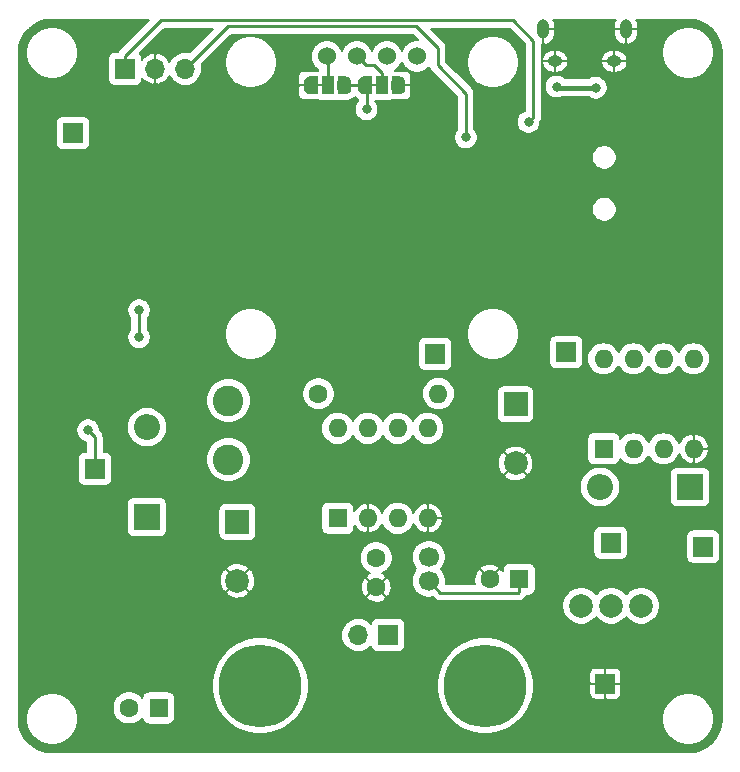
<source format=gbr>
G04 #@! TF.GenerationSoftware,KiCad,Pcbnew,(5.0.1-3-g963ef8bb5)*
G04 #@! TF.CreationDate,2019-10-14T14:00:48-07:00*
G04 #@! TF.ProjectId,powersupply,706F776572737570706C792E6B696361,rev?*
G04 #@! TF.SameCoordinates,Original*
G04 #@! TF.FileFunction,Copper,L2,Bot,Signal*
G04 #@! TF.FilePolarity,Positive*
%FSLAX46Y46*%
G04 Gerber Fmt 4.6, Leading zero omitted, Abs format (unit mm)*
G04 Created by KiCad (PCBNEW (5.0.1-3-g963ef8bb5)) date Monday, October 14, 2019 at 02:00:48 PM*
%MOMM*%
%LPD*%
G01*
G04 APERTURE LIST*
G04 #@! TA.AperFunction,EtchedComponent*
%ADD10C,0.150000*%
G04 #@! TD*
G04 #@! TA.AperFunction,Conductor*
%ADD11C,0.100000*%
G04 #@! TD*
G04 #@! TA.AperFunction,SMDPad,CuDef*
%ADD12C,1.200000*%
G04 #@! TD*
G04 #@! TA.AperFunction,SMDPad,CuDef*
%ADD13R,0.600000X1.500000*%
G04 #@! TD*
G04 #@! TA.AperFunction,SMDPad,CuDef*
%ADD14R,1.000000X1.500000*%
G04 #@! TD*
G04 #@! TA.AperFunction,ComponentPad*
%ADD15C,1.524000*%
G04 #@! TD*
G04 #@! TA.AperFunction,ComponentPad*
%ADD16O,1.700000X1.700000*%
G04 #@! TD*
G04 #@! TA.AperFunction,ComponentPad*
%ADD17R,1.700000X1.700000*%
G04 #@! TD*
G04 #@! TA.AperFunction,ComponentPad*
%ADD18C,1.600000*%
G04 #@! TD*
G04 #@! TA.AperFunction,ComponentPad*
%ADD19R,1.600000X1.600000*%
G04 #@! TD*
G04 #@! TA.AperFunction,ComponentPad*
%ADD20C,2.000000*%
G04 #@! TD*
G04 #@! TA.AperFunction,ComponentPad*
%ADD21R,2.000000X2.000000*%
G04 #@! TD*
G04 #@! TA.AperFunction,ComponentPad*
%ADD22O,1.600000X1.600000*%
G04 #@! TD*
G04 #@! TA.AperFunction,ComponentPad*
%ADD23C,1.700000*%
G04 #@! TD*
G04 #@! TA.AperFunction,ComponentPad*
%ADD24C,2.600000*%
G04 #@! TD*
G04 #@! TA.AperFunction,ComponentPad*
%ADD25C,7.000000*%
G04 #@! TD*
G04 #@! TA.AperFunction,ComponentPad*
%ADD26O,1.250000X0.950000*%
G04 #@! TD*
G04 #@! TA.AperFunction,ComponentPad*
%ADD27O,1.000000X1.650000*%
G04 #@! TD*
G04 #@! TA.AperFunction,ComponentPad*
%ADD28O,2.200000X2.200000*%
G04 #@! TD*
G04 #@! TA.AperFunction,ComponentPad*
%ADD29R,2.200000X2.200000*%
G04 #@! TD*
G04 #@! TA.AperFunction,ViaPad*
%ADD30C,0.800000*%
G04 #@! TD*
G04 #@! TA.AperFunction,Conductor*
%ADD31C,0.400000*%
G04 #@! TD*
G04 #@! TA.AperFunction,Conductor*
%ADD32C,0.250000*%
G04 #@! TD*
G04 #@! TA.AperFunction,Conductor*
%ADD33C,0.200000*%
G04 #@! TD*
G04 APERTURE END LIST*
D10*
G04 #@! TO.C,J104*
X54694000Y-34290000D02*
X55194000Y-34290000D01*
G04 #@! TO.C,J103*
X59266000Y-34290000D02*
X59766000Y-34290000D01*
G04 #@! TD*
D11*
G04 #@! TO.N,+3V3*
G04 #@! TO.C,J104*
G36*
X57142648Y-33542410D02*
X57191223Y-33549615D01*
X57238858Y-33561547D01*
X57285095Y-33578091D01*
X57329487Y-33599087D01*
X57371607Y-33624333D01*
X57411050Y-33653586D01*
X57447436Y-33686564D01*
X57480414Y-33722950D01*
X57509667Y-33762393D01*
X57534913Y-33804513D01*
X57555909Y-33848905D01*
X57572453Y-33895142D01*
X57584385Y-33942777D01*
X57591590Y-33991352D01*
X57594000Y-34040400D01*
X57594000Y-34539600D01*
X57591590Y-34588648D01*
X57584385Y-34637223D01*
X57572453Y-34684858D01*
X57555909Y-34731095D01*
X57534913Y-34775487D01*
X57509667Y-34817607D01*
X57480414Y-34857050D01*
X57447436Y-34893436D01*
X57411050Y-34926414D01*
X57371607Y-34955667D01*
X57329487Y-34980913D01*
X57285095Y-35001909D01*
X57238858Y-35018453D01*
X57191223Y-35030385D01*
X57142648Y-35037590D01*
X57093600Y-35040000D01*
X56894400Y-35040000D01*
X56845352Y-35037590D01*
X56796777Y-35030385D01*
X56749142Y-35018453D01*
X56702905Y-35001909D01*
X56658513Y-34980913D01*
X56616393Y-34955667D01*
X56576950Y-34926414D01*
X56540564Y-34893436D01*
X56507586Y-34857050D01*
X56478333Y-34817607D01*
X56453087Y-34775487D01*
X56432091Y-34731095D01*
X56415547Y-34684858D01*
X56403615Y-34637223D01*
X56396410Y-34588648D01*
X56394000Y-34539600D01*
X56394000Y-34040400D01*
X56396410Y-33991352D01*
X56403615Y-33942777D01*
X56415547Y-33895142D01*
X56432091Y-33848905D01*
X56453087Y-33804513D01*
X56478333Y-33762393D01*
X56507586Y-33722950D01*
X56540564Y-33686564D01*
X56576950Y-33653586D01*
X56616393Y-33624333D01*
X56658513Y-33599087D01*
X56702905Y-33578091D01*
X56749142Y-33561547D01*
X56796777Y-33549615D01*
X56845352Y-33542410D01*
X56894400Y-33540000D01*
X57093600Y-33540000D01*
X57142648Y-33542410D01*
X57142648Y-33542410D01*
G37*
D12*
G04 #@! TD*
G04 #@! TO.P,J104,3*
G04 #@! TO.N,+3V3*
X56994000Y-34290000D03*
D13*
G04 #@! TO.P,J104,3*
G04 #@! TO.N,+3V3*
X56694000Y-34290000D03*
D14*
G04 #@! TO.P,J104,2*
G04 #@! TO.N,Net-(J104-Pad2)*
X55594000Y-34290000D03*
D13*
G04 #@! TO.P,J104,1*
G04 #@! TO.N,GND*
X54494000Y-34290000D03*
D11*
G04 #@! TD*
G04 #@! TO.N,GND*
G04 #@! TO.C,J104*
G36*
X54342648Y-33542410D02*
X54391223Y-33549615D01*
X54438858Y-33561547D01*
X54485095Y-33578091D01*
X54529487Y-33599087D01*
X54571607Y-33624333D01*
X54611050Y-33653586D01*
X54647436Y-33686564D01*
X54680414Y-33722950D01*
X54709667Y-33762393D01*
X54734913Y-33804513D01*
X54755909Y-33848905D01*
X54772453Y-33895142D01*
X54784385Y-33942777D01*
X54791590Y-33991352D01*
X54794000Y-34040400D01*
X54794000Y-34539600D01*
X54791590Y-34588648D01*
X54784385Y-34637223D01*
X54772453Y-34684858D01*
X54755909Y-34731095D01*
X54734913Y-34775487D01*
X54709667Y-34817607D01*
X54680414Y-34857050D01*
X54647436Y-34893436D01*
X54611050Y-34926414D01*
X54571607Y-34955667D01*
X54529487Y-34980913D01*
X54485095Y-35001909D01*
X54438858Y-35018453D01*
X54391223Y-35030385D01*
X54342648Y-35037590D01*
X54293600Y-35040000D01*
X54094400Y-35040000D01*
X54045352Y-35037590D01*
X53996777Y-35030385D01*
X53949142Y-35018453D01*
X53902905Y-35001909D01*
X53858513Y-34980913D01*
X53816393Y-34955667D01*
X53776950Y-34926414D01*
X53740564Y-34893436D01*
X53707586Y-34857050D01*
X53678333Y-34817607D01*
X53653087Y-34775487D01*
X53632091Y-34731095D01*
X53615547Y-34684858D01*
X53603615Y-34637223D01*
X53596410Y-34588648D01*
X53594000Y-34539600D01*
X53594000Y-34040400D01*
X53596410Y-33991352D01*
X53603615Y-33942777D01*
X53615547Y-33895142D01*
X53632091Y-33848905D01*
X53653087Y-33804513D01*
X53678333Y-33762393D01*
X53707586Y-33722950D01*
X53740564Y-33686564D01*
X53776950Y-33653586D01*
X53816393Y-33624333D01*
X53858513Y-33599087D01*
X53902905Y-33578091D01*
X53949142Y-33561547D01*
X53996777Y-33549615D01*
X54045352Y-33542410D01*
X54094400Y-33540000D01*
X54293600Y-33540000D01*
X54342648Y-33542410D01*
X54342648Y-33542410D01*
G37*
D12*
G04 #@! TO.P,J104,1*
G04 #@! TO.N,GND*
X54194000Y-34290000D03*
G04 #@! TD*
D15*
G04 #@! TO.P,MOD1,1*
G04 #@! TO.N,Net-(J104-Pad2)*
X55535000Y-31850000D03*
G04 #@! TO.P,MOD1,2*
G04 #@! TO.N,Net-(J103-Pad2)*
X58075000Y-31850000D03*
G04 #@! TO.P,MOD1,3*
G04 #@! TO.N,/SCK*
X60615000Y-31850000D03*
G04 #@! TO.P,MOD1,4*
G04 #@! TO.N,/SDA*
X63155000Y-31850000D03*
G04 #@! TD*
D11*
G04 #@! TO.N,GND*
G04 #@! TO.C,J103*
G36*
X61714648Y-33542410D02*
X61763223Y-33549615D01*
X61810858Y-33561547D01*
X61857095Y-33578091D01*
X61901487Y-33599087D01*
X61943607Y-33624333D01*
X61983050Y-33653586D01*
X62019436Y-33686564D01*
X62052414Y-33722950D01*
X62081667Y-33762393D01*
X62106913Y-33804513D01*
X62127909Y-33848905D01*
X62144453Y-33895142D01*
X62156385Y-33942777D01*
X62163590Y-33991352D01*
X62166000Y-34040400D01*
X62166000Y-34539600D01*
X62163590Y-34588648D01*
X62156385Y-34637223D01*
X62144453Y-34684858D01*
X62127909Y-34731095D01*
X62106913Y-34775487D01*
X62081667Y-34817607D01*
X62052414Y-34857050D01*
X62019436Y-34893436D01*
X61983050Y-34926414D01*
X61943607Y-34955667D01*
X61901487Y-34980913D01*
X61857095Y-35001909D01*
X61810858Y-35018453D01*
X61763223Y-35030385D01*
X61714648Y-35037590D01*
X61665600Y-35040000D01*
X61466400Y-35040000D01*
X61417352Y-35037590D01*
X61368777Y-35030385D01*
X61321142Y-35018453D01*
X61274905Y-35001909D01*
X61230513Y-34980913D01*
X61188393Y-34955667D01*
X61148950Y-34926414D01*
X61112564Y-34893436D01*
X61079586Y-34857050D01*
X61050333Y-34817607D01*
X61025087Y-34775487D01*
X61004091Y-34731095D01*
X60987547Y-34684858D01*
X60975615Y-34637223D01*
X60968410Y-34588648D01*
X60966000Y-34539600D01*
X60966000Y-34040400D01*
X60968410Y-33991352D01*
X60975615Y-33942777D01*
X60987547Y-33895142D01*
X61004091Y-33848905D01*
X61025087Y-33804513D01*
X61050333Y-33762393D01*
X61079586Y-33722950D01*
X61112564Y-33686564D01*
X61148950Y-33653586D01*
X61188393Y-33624333D01*
X61230513Y-33599087D01*
X61274905Y-33578091D01*
X61321142Y-33561547D01*
X61368777Y-33549615D01*
X61417352Y-33542410D01*
X61466400Y-33540000D01*
X61665600Y-33540000D01*
X61714648Y-33542410D01*
X61714648Y-33542410D01*
G37*
D12*
G04 #@! TD*
G04 #@! TO.P,J103,3*
G04 #@! TO.N,GND*
X61566000Y-34290000D03*
D13*
G04 #@! TO.P,J103,3*
G04 #@! TO.N,GND*
X61266000Y-34290000D03*
D14*
G04 #@! TO.P,J103,2*
G04 #@! TO.N,Net-(J103-Pad2)*
X60166000Y-34290000D03*
D13*
G04 #@! TO.P,J103,1*
G04 #@! TO.N,+3V3*
X59066000Y-34290000D03*
D11*
G04 #@! TD*
G04 #@! TO.N,+3V3*
G04 #@! TO.C,J103*
G36*
X58914648Y-33542410D02*
X58963223Y-33549615D01*
X59010858Y-33561547D01*
X59057095Y-33578091D01*
X59101487Y-33599087D01*
X59143607Y-33624333D01*
X59183050Y-33653586D01*
X59219436Y-33686564D01*
X59252414Y-33722950D01*
X59281667Y-33762393D01*
X59306913Y-33804513D01*
X59327909Y-33848905D01*
X59344453Y-33895142D01*
X59356385Y-33942777D01*
X59363590Y-33991352D01*
X59366000Y-34040400D01*
X59366000Y-34539600D01*
X59363590Y-34588648D01*
X59356385Y-34637223D01*
X59344453Y-34684858D01*
X59327909Y-34731095D01*
X59306913Y-34775487D01*
X59281667Y-34817607D01*
X59252414Y-34857050D01*
X59219436Y-34893436D01*
X59183050Y-34926414D01*
X59143607Y-34955667D01*
X59101487Y-34980913D01*
X59057095Y-35001909D01*
X59010858Y-35018453D01*
X58963223Y-35030385D01*
X58914648Y-35037590D01*
X58865600Y-35040000D01*
X58666400Y-35040000D01*
X58617352Y-35037590D01*
X58568777Y-35030385D01*
X58521142Y-35018453D01*
X58474905Y-35001909D01*
X58430513Y-34980913D01*
X58388393Y-34955667D01*
X58348950Y-34926414D01*
X58312564Y-34893436D01*
X58279586Y-34857050D01*
X58250333Y-34817607D01*
X58225087Y-34775487D01*
X58204091Y-34731095D01*
X58187547Y-34684858D01*
X58175615Y-34637223D01*
X58168410Y-34588648D01*
X58166000Y-34539600D01*
X58166000Y-34040400D01*
X58168410Y-33991352D01*
X58175615Y-33942777D01*
X58187547Y-33895142D01*
X58204091Y-33848905D01*
X58225087Y-33804513D01*
X58250333Y-33762393D01*
X58279586Y-33722950D01*
X58312564Y-33686564D01*
X58348950Y-33653586D01*
X58388393Y-33624333D01*
X58430513Y-33599087D01*
X58474905Y-33578091D01*
X58521142Y-33561547D01*
X58568777Y-33549615D01*
X58617352Y-33542410D01*
X58666400Y-33540000D01*
X58865600Y-33540000D01*
X58914648Y-33542410D01*
X58914648Y-33542410D01*
G37*
D12*
G04 #@! TO.P,J103,1*
G04 #@! TO.N,+3V3*
X58766000Y-34290000D03*
G04 #@! TD*
D16*
G04 #@! TO.P,J102,3*
G04 #@! TO.N,/SWCLK*
X43530000Y-32900000D03*
G04 #@! TO.P,J102,2*
G04 #@! TO.N,GND*
X40990000Y-32900000D03*
D17*
G04 #@! TO.P,J102,1*
G04 #@! TO.N,/SWDIO*
X38450000Y-32900000D03*
G04 #@! TD*
G04 #@! TO.P,TP4,1*
G04 #@! TO.N,/V_boost_ctrl*
X75800000Y-56900000D03*
G04 #@! TD*
G04 #@! TO.P,TP7,1*
G04 #@! TO.N,GND*
X79100000Y-84950000D03*
G04 #@! TD*
G04 #@! TO.P,TP6,1*
G04 #@! TO.N,/Boost_out*
X79550000Y-73030000D03*
G04 #@! TD*
G04 #@! TO.P,TP5,1*
G04 #@! TO.N,/Voltage_limit_divider*
X87400000Y-73350000D03*
G04 #@! TD*
G04 #@! TO.P,TP3,1*
G04 #@! TO.N,/Current_limit_divider*
X64700000Y-57020000D03*
G04 #@! TD*
G04 #@! TO.P,TP2,1*
G04 #@! TO.N,+3V3*
X35892000Y-66750000D03*
G04 #@! TD*
G04 #@! TO.P,TP1,1*
G04 #@! TO.N,+5V*
X34036000Y-38354000D03*
G04 #@! TD*
D18*
G04 #@! TO.P,C1,2*
G04 #@! TO.N,/V_negative_out*
X38780000Y-87010000D03*
D19*
G04 #@! TO.P,C1,1*
G04 #@! TO.N,/V_positive_out*
X41280000Y-87010000D03*
G04 #@! TD*
D20*
G04 #@! TO.P,C5,2*
G04 #@! TO.N,GND*
X47950000Y-76250000D03*
D21*
G04 #@! TO.P,C5,1*
G04 #@! TO.N,Net-(C5-Pad1)*
X47950000Y-71250000D03*
G04 #@! TD*
D20*
G04 #@! TO.P,C4,2*
G04 #@! TO.N,GND*
X71500000Y-66300000D03*
D21*
G04 #@! TO.P,C4,1*
G04 #@! TO.N,+5V*
X71500000Y-61300000D03*
G04 #@! TD*
D22*
G04 #@! TO.P,U3,8*
G04 #@! TO.N,/Boost_out*
X78960000Y-57450000D03*
G04 #@! TO.P,U3,4*
G04 #@! TO.N,GND*
X86580000Y-65070000D03*
G04 #@! TO.P,U3,7*
G04 #@! TO.N,Net-(R119-Pad2)*
X81500000Y-57450000D03*
G04 #@! TO.P,U3,3*
G04 #@! TO.N,Net-(R117-Pad1)*
X84040000Y-65070000D03*
G04 #@! TO.P,U3,6*
G04 #@! TO.N,/V_lin_ctrl*
X84040000Y-57450000D03*
G04 #@! TO.P,U3,2*
G04 #@! TO.N,/Current_limit_divider*
X81500000Y-65070000D03*
G04 #@! TO.P,U3,5*
G04 #@! TO.N,/Voltage_limit_divider*
X86580000Y-57450000D03*
D19*
G04 #@! TO.P,U3,1*
G04 #@! TO.N,Net-(D3-Pad2)*
X78960000Y-65070000D03*
G04 #@! TD*
D22*
G04 #@! TO.P,U2,8*
G04 #@! TO.N,Net-(R102-Pad1)*
X56450000Y-63330000D03*
G04 #@! TO.P,U2,4*
G04 #@! TO.N,GND*
X64070000Y-70950000D03*
G04 #@! TO.P,U2,7*
G04 #@! TO.N,Net-(L1-Pad1)*
X58990000Y-63330000D03*
G04 #@! TO.P,U2,3*
G04 #@! TO.N,Net-(C3-Pad1)*
X61530000Y-70950000D03*
G04 #@! TO.P,U2,6*
G04 #@! TO.N,+5V*
X61530000Y-63330000D03*
G04 #@! TO.P,U2,2*
G04 #@! TO.N,GND*
X58990000Y-70950000D03*
G04 #@! TO.P,U2,5*
G04 #@! TO.N,Net-(R106-Pad2)*
X64070000Y-63330000D03*
D19*
G04 #@! TO.P,U2,1*
G04 #@! TO.N,Net-(D2-Pad2)*
X56450000Y-70950000D03*
G04 #@! TD*
D23*
G04 #@! TO.P,L2,2*
G04 #@! TO.N,/Boost_out*
X64150000Y-76250000D03*
G04 #@! TO.P,L2,1*
G04 #@! TO.N,Net-(C5-Pad1)*
X64150000Y-74250000D03*
G04 #@! TD*
D16*
G04 #@! TO.P,J2,2*
G04 #@! TO.N,/V_negative_out*
X58170000Y-80840000D03*
D17*
G04 #@! TO.P,J2,1*
G04 #@! TO.N,/V_positive_out*
X60710000Y-80840000D03*
G04 #@! TD*
D18*
G04 #@! TO.P,C2,2*
G04 #@! TO.N,GND*
X69300000Y-76100000D03*
D19*
G04 #@! TO.P,C2,1*
G04 #@! TO.N,/Boost_out*
X71800000Y-76100000D03*
G04 #@! TD*
D24*
G04 #@! TO.P,L1,2*
G04 #@! TO.N,Net-(D2-Pad2)*
X47190000Y-65980000D03*
G04 #@! TO.P,L1,1*
G04 #@! TO.N,Net-(L1-Pad1)*
X47190000Y-60980000D03*
G04 #@! TD*
D25*
G04 #@! TO.P,J1,2*
G04 #@! TO.N,/V_negative_out*
X49885000Y-85140000D03*
G04 #@! TO.P,J1,1*
G04 #@! TO.N,/V_positive_out*
X68935000Y-85140000D03*
G04 #@! TD*
D22*
G04 #@! TO.P,R3,2*
G04 #@! TO.N,+5V*
X64970000Y-60410000D03*
D18*
G04 #@! TO.P,R3,1*
G04 #@! TO.N,Net-(L1-Pad1)*
X54810000Y-60410000D03*
G04 #@! TD*
D20*
G04 #@! TO.P,Q1,1*
G04 #@! TO.N,Net-(D3-Pad1)*
X82140000Y-78350000D03*
G04 #@! TO.P,Q1,2*
G04 #@! TO.N,/V_positive_out*
X79600000Y-78350000D03*
G04 #@! TO.P,Q1,3*
G04 #@! TO.N,/Boost_out*
X77060000Y-78350000D03*
G04 #@! TD*
D26*
G04 #@! TO.P,J101,6*
G04 #@! TO.N,GND*
X74850000Y-32250000D03*
D27*
X80850000Y-29550000D03*
X73850000Y-29550000D03*
D26*
X79850000Y-32250000D03*
G04 #@! TD*
D28*
G04 #@! TO.P,D3,2*
G04 #@! TO.N,Net-(D3-Pad2)*
X78650000Y-68310000D03*
D29*
G04 #@! TO.P,D3,1*
G04 #@! TO.N,Net-(D3-Pad1)*
X86270000Y-68310000D03*
G04 #@! TD*
D28*
G04 #@! TO.P,D2,2*
G04 #@! TO.N,Net-(D2-Pad2)*
X40290000Y-63246000D03*
D29*
G04 #@! TO.P,D2,1*
G04 #@! TO.N,Net-(C5-Pad1)*
X40290000Y-70866000D03*
G04 #@! TD*
D18*
G04 #@! TO.P,C3,2*
G04 #@! TO.N,GND*
X59700000Y-76800000D03*
G04 #@! TO.P,C3,1*
G04 #@! TO.N,Net-(C3-Pad1)*
X59700000Y-74300000D03*
G04 #@! TD*
D30*
G04 #@! TO.N,+5V*
X78300000Y-34500000D03*
X74980000Y-34400000D03*
X39624000Y-55626000D03*
X39624000Y-53340000D03*
G04 #@! TO.N,+3V3*
X35306000Y-63500000D03*
X58896000Y-36322000D03*
G04 #@! TO.N,GND*
X33810000Y-56748000D03*
X78560000Y-52500000D03*
X87150000Y-51175010D03*
X62220000Y-40530000D03*
X65600000Y-41070000D03*
X71690000Y-47450000D03*
X47910000Y-46710000D03*
X52330000Y-52550000D03*
X56770000Y-40020000D03*
X84470000Y-38890000D03*
X59660000Y-51710000D03*
X73744979Y-39950000D03*
X41130000Y-76520000D03*
X61610000Y-43730000D03*
X47244000Y-41910000D03*
X42672000Y-41910000D03*
X48772653Y-37088653D03*
X45720000Y-38608000D03*
X33020000Y-41148000D03*
X30226000Y-58420000D03*
X38034990Y-57332990D03*
X65532000Y-45466000D03*
X30480000Y-50546000D03*
X42672000Y-50292000D03*
X69600000Y-71300000D03*
X66003990Y-51970690D03*
G04 #@! TO.N,/SWCLK*
X67300000Y-38700000D03*
G04 #@! TO.N,/SWDIO*
X72600000Y-37400000D03*
G04 #@! TD*
D31*
G04 #@! TO.N,+5V*
X78300000Y-34500000D02*
X75080000Y-34500000D01*
X75080000Y-34500000D02*
X74980000Y-34400000D01*
D32*
X39624000Y-53340000D02*
X39624000Y-55626000D01*
G04 #@! TO.N,/Boost_out*
X65144990Y-77244990D02*
X64150000Y-76250000D01*
X71705010Y-77244990D02*
X65144990Y-77244990D01*
X71800000Y-77150000D02*
X71705010Y-77244990D01*
X71800000Y-76100000D02*
X71800000Y-77150000D01*
G04 #@! TO.N,+3V3*
X35892000Y-64086000D02*
X35892000Y-66750000D01*
X35306000Y-63500000D02*
X35892000Y-64086000D01*
X58896000Y-35756315D02*
X58896000Y-36322000D01*
X58896000Y-34690010D02*
X58896000Y-35756315D01*
X56483151Y-34572850D02*
X56600311Y-34690010D01*
X56600311Y-34690010D02*
X56896000Y-34690010D01*
X59066000Y-34290000D02*
X56694000Y-34290000D01*
G04 #@! TO.N,/Voltage_limit_divider*
X87620002Y-73020000D02*
X87740000Y-73139998D01*
G04 #@! TO.N,/SWCLK*
X67300000Y-35000000D02*
X67300000Y-38700000D01*
X64900000Y-32600000D02*
X67300000Y-35000000D01*
X64900000Y-31100000D02*
X64900000Y-32600000D01*
X63100000Y-29300000D02*
X64900000Y-31100000D01*
X47130000Y-29300000D02*
X63100000Y-29300000D01*
X43530000Y-32900000D02*
X47130000Y-29300000D01*
G04 #@! TO.N,/SWDIO*
X38450000Y-31800000D02*
X38450000Y-32900000D01*
X41450000Y-28800000D02*
X38450000Y-31800000D01*
X71300000Y-28800000D02*
X41450000Y-28800000D01*
X73000000Y-30500000D02*
X71300000Y-28800000D01*
X73000000Y-37000000D02*
X73000000Y-30500000D01*
X72600000Y-37400000D02*
X73000000Y-37000000D01*
G04 #@! TO.N,Net-(J103-Pad2)*
X58075000Y-31850000D02*
X58360000Y-32135000D01*
X60166000Y-33290000D02*
X60166000Y-34290000D01*
X59487999Y-32611999D02*
X60166000Y-33290000D01*
X58836999Y-32611999D02*
X59487999Y-32611999D01*
X58075000Y-31850000D02*
X58836999Y-32611999D01*
G04 #@! TO.N,Net-(J104-Pad2)*
X55594000Y-31909000D02*
X55535000Y-31850000D01*
X55594000Y-34290000D02*
X55594000Y-31909000D01*
G04 #@! TD*
D33*
G04 #@! TO.N,GND*
G36*
X37962524Y-31262172D02*
X37934868Y-31284869D01*
X37912172Y-31312524D01*
X37912170Y-31312526D01*
X37857791Y-31378787D01*
X37844269Y-31395264D01*
X37816563Y-31447097D01*
X37600000Y-31447097D01*
X37482379Y-31458682D01*
X37369279Y-31492990D01*
X37265045Y-31548704D01*
X37173683Y-31623683D01*
X37098704Y-31715045D01*
X37042990Y-31819279D01*
X37008682Y-31932379D01*
X36997097Y-32050000D01*
X36997097Y-33750000D01*
X37008682Y-33867621D01*
X37042990Y-33980721D01*
X37098704Y-34084955D01*
X37173683Y-34176317D01*
X37265045Y-34251296D01*
X37369279Y-34307010D01*
X37482379Y-34341318D01*
X37600000Y-34352903D01*
X39300000Y-34352903D01*
X39417621Y-34341318D01*
X39530721Y-34307010D01*
X39634955Y-34251296D01*
X39726317Y-34176317D01*
X39801296Y-34084955D01*
X39857010Y-33980721D01*
X39891318Y-33867621D01*
X39902903Y-33750000D01*
X39902903Y-33689892D01*
X39999004Y-33816748D01*
X40196894Y-33992467D01*
X40425263Y-34126203D01*
X40675335Y-34212817D01*
X40778320Y-34233301D01*
X40989500Y-34125000D01*
X40989500Y-32900500D01*
X40969500Y-32900500D01*
X40969500Y-32899500D01*
X40989500Y-32899500D01*
X40989500Y-31675000D01*
X40778320Y-31566699D01*
X40675335Y-31587183D01*
X40425263Y-31673797D01*
X40196894Y-31807533D01*
X39999004Y-31983252D01*
X39902903Y-32110108D01*
X39902903Y-32050000D01*
X39891318Y-31932379D01*
X39857010Y-31819279D01*
X39801296Y-31715045D01*
X39726317Y-31623683D01*
X39685291Y-31590014D01*
X41750305Y-29525000D01*
X45879695Y-29525000D01*
X43905910Y-31498786D01*
X43814250Y-31470981D01*
X43601225Y-31450000D01*
X43458775Y-31450000D01*
X43245750Y-31470981D01*
X42972424Y-31553894D01*
X42720526Y-31688536D01*
X42499735Y-31869735D01*
X42318536Y-32090526D01*
X42199023Y-32314120D01*
X42140803Y-32194201D01*
X41980996Y-31983252D01*
X41783106Y-31807533D01*
X41554737Y-31673797D01*
X41304665Y-31587183D01*
X41201680Y-31566699D01*
X40990500Y-31675000D01*
X40990500Y-32899500D01*
X41010500Y-32899500D01*
X41010500Y-32900500D01*
X40990500Y-32900500D01*
X40990500Y-34125000D01*
X41201680Y-34233301D01*
X41304665Y-34212817D01*
X41554737Y-34126203D01*
X41783106Y-33992467D01*
X41980996Y-33816748D01*
X42140803Y-33605799D01*
X42199023Y-33485880D01*
X42318536Y-33709474D01*
X42499735Y-33930265D01*
X42720526Y-34111464D01*
X42972424Y-34246106D01*
X43245750Y-34329019D01*
X43458775Y-34350000D01*
X43601225Y-34350000D01*
X43814250Y-34329019D01*
X44087576Y-34246106D01*
X44339474Y-34111464D01*
X44560265Y-33930265D01*
X44741464Y-33709474D01*
X44876106Y-33457576D01*
X44959019Y-33184250D01*
X44987015Y-32900000D01*
X44959019Y-32615750D01*
X44931214Y-32524090D01*
X45321985Y-32133319D01*
X46895000Y-32133319D01*
X46895000Y-32566681D01*
X46979545Y-32991716D01*
X47145385Y-33392091D01*
X47386148Y-33752418D01*
X47692582Y-34058852D01*
X48052909Y-34299615D01*
X48453284Y-34465455D01*
X48878319Y-34550000D01*
X49311681Y-34550000D01*
X49736716Y-34465455D01*
X50137091Y-34299615D01*
X50497418Y-34058852D01*
X50803852Y-33752418D01*
X51044615Y-33392091D01*
X51210455Y-32991716D01*
X51295000Y-32566681D01*
X51295000Y-32133319D01*
X51210455Y-31708284D01*
X51044615Y-31307909D01*
X50803852Y-30947582D01*
X50497418Y-30641148D01*
X50137091Y-30400385D01*
X49736716Y-30234545D01*
X49311681Y-30150000D01*
X48878319Y-30150000D01*
X48453284Y-30234545D01*
X48052909Y-30400385D01*
X47692582Y-30641148D01*
X47386148Y-30947582D01*
X47145385Y-31307909D01*
X46979545Y-31708284D01*
X46895000Y-32133319D01*
X45321985Y-32133319D01*
X47430305Y-30025000D01*
X62799696Y-30025000D01*
X63262696Y-30488000D01*
X63020855Y-30488000D01*
X62757719Y-30540341D01*
X62509851Y-30643011D01*
X62286776Y-30792066D01*
X62097066Y-30981776D01*
X61948011Y-31204851D01*
X61885000Y-31356973D01*
X61821989Y-31204851D01*
X61672934Y-30981776D01*
X61483224Y-30792066D01*
X61260149Y-30643011D01*
X61012281Y-30540341D01*
X60749145Y-30488000D01*
X60480855Y-30488000D01*
X60217719Y-30540341D01*
X59969851Y-30643011D01*
X59746776Y-30792066D01*
X59557066Y-30981776D01*
X59408011Y-31204851D01*
X59345000Y-31356973D01*
X59281989Y-31204851D01*
X59132934Y-30981776D01*
X58943224Y-30792066D01*
X58720149Y-30643011D01*
X58472281Y-30540341D01*
X58209145Y-30488000D01*
X57940855Y-30488000D01*
X57677719Y-30540341D01*
X57429851Y-30643011D01*
X57206776Y-30792066D01*
X57017066Y-30981776D01*
X56868011Y-31204851D01*
X56805000Y-31356973D01*
X56741989Y-31204851D01*
X56592934Y-30981776D01*
X56403224Y-30792066D01*
X56180149Y-30643011D01*
X55932281Y-30540341D01*
X55669145Y-30488000D01*
X55400855Y-30488000D01*
X55137719Y-30540341D01*
X54889851Y-30643011D01*
X54666776Y-30792066D01*
X54477066Y-30981776D01*
X54328011Y-31204851D01*
X54225341Y-31452719D01*
X54173000Y-31715855D01*
X54173000Y-31984145D01*
X54225341Y-32247281D01*
X54328011Y-32495149D01*
X54477066Y-32718224D01*
X54666776Y-32907934D01*
X54816514Y-33007986D01*
X54759045Y-33038704D01*
X54757466Y-33040000D01*
X54144754Y-33040000D01*
X54081151Y-33052651D01*
X54068500Y-33040000D01*
X53544754Y-33040000D01*
X53448155Y-33059215D01*
X53357161Y-33096906D01*
X53275268Y-33151625D01*
X53205624Y-33221269D01*
X53150906Y-33303161D01*
X53113215Y-33394156D01*
X53094000Y-33490755D01*
X53094000Y-34164500D01*
X53219000Y-34289500D01*
X54015783Y-34289500D01*
X54015734Y-34290000D01*
X54015783Y-34290500D01*
X53219000Y-34290500D01*
X53094000Y-34415500D01*
X53094000Y-35089245D01*
X53113215Y-35185844D01*
X53150906Y-35276839D01*
X53205624Y-35358731D01*
X53275268Y-35428375D01*
X53357161Y-35483094D01*
X53448155Y-35520785D01*
X53544754Y-35540000D01*
X54068500Y-35540000D01*
X54081151Y-35527349D01*
X54144754Y-35540000D01*
X54757466Y-35540000D01*
X54759045Y-35541296D01*
X54863279Y-35597010D01*
X54976379Y-35631318D01*
X55094000Y-35642903D01*
X56094000Y-35642903D01*
X56211621Y-35631318D01*
X56244000Y-35621496D01*
X56276379Y-35631318D01*
X56394000Y-35642903D01*
X57093600Y-35642903D01*
X57308844Y-35621703D01*
X57515816Y-35558919D01*
X57706562Y-35456963D01*
X57873753Y-35319753D01*
X57880000Y-35312141D01*
X57886247Y-35319753D01*
X58053438Y-35456963D01*
X58171001Y-35519802D01*
X58171001Y-35632785D01*
X58119249Y-35684537D01*
X58009811Y-35848322D01*
X57934429Y-36030311D01*
X57896000Y-36223509D01*
X57896000Y-36420491D01*
X57934429Y-36613689D01*
X58009811Y-36795678D01*
X58119249Y-36959463D01*
X58258537Y-37098751D01*
X58422322Y-37208189D01*
X58604311Y-37283571D01*
X58797509Y-37322000D01*
X58994491Y-37322000D01*
X59187689Y-37283571D01*
X59369678Y-37208189D01*
X59533463Y-37098751D01*
X59672751Y-36959463D01*
X59782189Y-36795678D01*
X59857571Y-36613689D01*
X59896000Y-36420491D01*
X59896000Y-36223509D01*
X59857571Y-36030311D01*
X59782189Y-35848322D01*
X59672751Y-35684537D01*
X59627306Y-35639092D01*
X59666000Y-35642903D01*
X60666000Y-35642903D01*
X60783621Y-35631318D01*
X60896721Y-35597010D01*
X61000955Y-35541296D01*
X61002534Y-35540000D01*
X61615246Y-35540000D01*
X61678849Y-35527349D01*
X61691500Y-35540000D01*
X62215246Y-35540000D01*
X62311845Y-35520785D01*
X62402839Y-35483094D01*
X62484732Y-35428375D01*
X62554376Y-35358731D01*
X62609094Y-35276839D01*
X62646785Y-35185844D01*
X62666000Y-35089245D01*
X62666000Y-34415500D01*
X62541000Y-34290500D01*
X61545500Y-34290500D01*
X61545500Y-34289500D01*
X62541000Y-34289500D01*
X62666000Y-34164500D01*
X62666000Y-33490755D01*
X62646785Y-33394156D01*
X62609094Y-33303161D01*
X62554376Y-33221269D01*
X62484732Y-33151625D01*
X62402839Y-33096906D01*
X62311845Y-33059215D01*
X62215246Y-33040000D01*
X61691500Y-33040000D01*
X61678849Y-33052651D01*
X61615246Y-33040000D01*
X61285575Y-33040000D01*
X61483224Y-32907934D01*
X61672934Y-32718224D01*
X61821989Y-32495149D01*
X61885000Y-32343027D01*
X61948011Y-32495149D01*
X62097066Y-32718224D01*
X62286776Y-32907934D01*
X62509851Y-33056989D01*
X62757719Y-33159659D01*
X63020855Y-33212000D01*
X63289145Y-33212000D01*
X63552281Y-33159659D01*
X63800149Y-33056989D01*
X64023224Y-32907934D01*
X64186316Y-32744842D01*
X64226947Y-32878787D01*
X64294269Y-33004736D01*
X64362170Y-33087474D01*
X64362173Y-33087477D01*
X64384869Y-33115132D01*
X64412523Y-33137827D01*
X66575000Y-35300305D01*
X66575001Y-38010785D01*
X66523249Y-38062537D01*
X66413811Y-38226322D01*
X66338429Y-38408311D01*
X66300000Y-38601509D01*
X66300000Y-38798491D01*
X66338429Y-38991689D01*
X66413811Y-39173678D01*
X66523249Y-39337463D01*
X66662537Y-39476751D01*
X66826322Y-39586189D01*
X67008311Y-39661571D01*
X67201509Y-39700000D01*
X67398491Y-39700000D01*
X67591689Y-39661571D01*
X67773678Y-39586189D01*
X67937463Y-39476751D01*
X68076751Y-39337463D01*
X68186189Y-39173678D01*
X68261571Y-38991689D01*
X68300000Y-38798491D01*
X68300000Y-38601509D01*
X68261571Y-38408311D01*
X68186189Y-38226322D01*
X68076751Y-38062537D01*
X68025000Y-38010786D01*
X68025000Y-35035600D01*
X68028506Y-35000000D01*
X68025000Y-34964400D01*
X68025000Y-34964393D01*
X68014509Y-34857875D01*
X67973053Y-34721212D01*
X67958901Y-34694736D01*
X67905732Y-34595263D01*
X67837830Y-34512525D01*
X67837823Y-34512518D01*
X67815131Y-34484868D01*
X67787482Y-34462177D01*
X65625000Y-32299696D01*
X65625000Y-32133319D01*
X67395000Y-32133319D01*
X67395000Y-32566681D01*
X67479545Y-32991716D01*
X67645385Y-33392091D01*
X67886148Y-33752418D01*
X68192582Y-34058852D01*
X68552909Y-34299615D01*
X68953284Y-34465455D01*
X69378319Y-34550000D01*
X69811681Y-34550000D01*
X70236716Y-34465455D01*
X70637091Y-34299615D01*
X70997418Y-34058852D01*
X71303852Y-33752418D01*
X71544615Y-33392091D01*
X71710455Y-32991716D01*
X71795000Y-32566681D01*
X71795000Y-32133319D01*
X71710455Y-31708284D01*
X71544615Y-31307909D01*
X71303852Y-30947582D01*
X70997418Y-30641148D01*
X70637091Y-30400385D01*
X70236716Y-30234545D01*
X69811681Y-30150000D01*
X69378319Y-30150000D01*
X68953284Y-30234545D01*
X68552909Y-30400385D01*
X68192582Y-30641148D01*
X67886148Y-30947582D01*
X67645385Y-31307909D01*
X67479545Y-31708284D01*
X67395000Y-32133319D01*
X65625000Y-32133319D01*
X65625000Y-31135596D01*
X65628506Y-31099999D01*
X65625000Y-31064402D01*
X65625000Y-31064393D01*
X65614509Y-30957875D01*
X65573053Y-30821212D01*
X65505731Y-30695263D01*
X65493055Y-30679817D01*
X65437830Y-30612525D01*
X65437823Y-30612518D01*
X65415131Y-30584868D01*
X65387482Y-30562177D01*
X64350304Y-29525000D01*
X70999696Y-29525000D01*
X72275001Y-30800306D01*
X72275000Y-36452227D01*
X72126322Y-36513811D01*
X71962537Y-36623249D01*
X71823249Y-36762537D01*
X71713811Y-36926322D01*
X71638429Y-37108311D01*
X71600000Y-37301509D01*
X71600000Y-37498491D01*
X71638429Y-37691689D01*
X71713811Y-37873678D01*
X71823249Y-38037463D01*
X71962537Y-38176751D01*
X72126322Y-38286189D01*
X72308311Y-38361571D01*
X72501509Y-38400000D01*
X72698491Y-38400000D01*
X72891689Y-38361571D01*
X73073678Y-38286189D01*
X73237463Y-38176751D01*
X73376751Y-38037463D01*
X73486189Y-37873678D01*
X73561571Y-37691689D01*
X73600000Y-37498491D01*
X73600000Y-37411720D01*
X73605731Y-37404737D01*
X73673053Y-37278788D01*
X73714509Y-37142125D01*
X73725000Y-37035607D01*
X73725000Y-37035598D01*
X73728506Y-37000001D01*
X73725000Y-36964404D01*
X73725000Y-34301509D01*
X73980000Y-34301509D01*
X73980000Y-34498491D01*
X74018429Y-34691689D01*
X74093811Y-34873678D01*
X74203249Y-35037463D01*
X74342537Y-35176751D01*
X74506322Y-35286189D01*
X74688311Y-35361571D01*
X74881509Y-35400000D01*
X75078491Y-35400000D01*
X75271689Y-35361571D01*
X75420335Y-35300000D01*
X77697331Y-35300000D01*
X77826322Y-35386189D01*
X78008311Y-35461571D01*
X78201509Y-35500000D01*
X78398491Y-35500000D01*
X78591689Y-35461571D01*
X78773678Y-35386189D01*
X78937463Y-35276751D01*
X79076751Y-35137463D01*
X79186189Y-34973678D01*
X79261571Y-34791689D01*
X79300000Y-34598491D01*
X79300000Y-34401509D01*
X79261571Y-34208311D01*
X79186189Y-34026322D01*
X79076751Y-33862537D01*
X78937463Y-33723249D01*
X78773678Y-33613811D01*
X78591689Y-33538429D01*
X78398491Y-33500000D01*
X78201509Y-33500000D01*
X78008311Y-33538429D01*
X77826322Y-33613811D01*
X77697331Y-33700000D01*
X75694214Y-33700000D01*
X75617463Y-33623249D01*
X75453678Y-33513811D01*
X75271689Y-33438429D01*
X75078491Y-33400000D01*
X74881509Y-33400000D01*
X74688311Y-33438429D01*
X74506322Y-33513811D01*
X74342537Y-33623249D01*
X74203249Y-33762537D01*
X74093811Y-33926322D01*
X74018429Y-34108311D01*
X73980000Y-34301509D01*
X73725000Y-34301509D01*
X73725000Y-32403017D01*
X73737082Y-32403017D01*
X73743638Y-32439723D01*
X73799027Y-32622655D01*
X73889040Y-32791266D01*
X74010218Y-32939076D01*
X74157904Y-33060405D01*
X74326422Y-33150591D01*
X74509297Y-33206168D01*
X74699500Y-33225000D01*
X74849500Y-33225000D01*
X74849500Y-32250500D01*
X74850500Y-32250500D01*
X74850500Y-33225000D01*
X75000500Y-33225000D01*
X75190703Y-33206168D01*
X75373578Y-33150591D01*
X75542096Y-33060405D01*
X75689782Y-32939076D01*
X75810960Y-32791266D01*
X75900973Y-32622655D01*
X75956362Y-32439723D01*
X75962918Y-32403017D01*
X78737082Y-32403017D01*
X78743638Y-32439723D01*
X78799027Y-32622655D01*
X78889040Y-32791266D01*
X79010218Y-32939076D01*
X79157904Y-33060405D01*
X79326422Y-33150591D01*
X79509297Y-33206168D01*
X79699500Y-33225000D01*
X79849500Y-33225000D01*
X79849500Y-32250500D01*
X79850500Y-32250500D01*
X79850500Y-33225000D01*
X80000500Y-33225000D01*
X80190703Y-33206168D01*
X80373578Y-33150591D01*
X80542096Y-33060405D01*
X80689782Y-32939076D01*
X80810960Y-32791266D01*
X80900973Y-32622655D01*
X80956362Y-32439723D01*
X80962918Y-32403017D01*
X80850000Y-32250500D01*
X79850500Y-32250500D01*
X79849500Y-32250500D01*
X78850000Y-32250500D01*
X78737082Y-32403017D01*
X75962918Y-32403017D01*
X75850000Y-32250500D01*
X74850500Y-32250500D01*
X74849500Y-32250500D01*
X73850000Y-32250500D01*
X73737082Y-32403017D01*
X73725000Y-32403017D01*
X73725000Y-32096983D01*
X73737082Y-32096983D01*
X73850000Y-32249500D01*
X74849500Y-32249500D01*
X74849500Y-31275000D01*
X74850500Y-31275000D01*
X74850500Y-32249500D01*
X75850000Y-32249500D01*
X75962918Y-32096983D01*
X78737082Y-32096983D01*
X78850000Y-32249500D01*
X79849500Y-32249500D01*
X79849500Y-31275000D01*
X79850500Y-31275000D01*
X79850500Y-32249500D01*
X80850000Y-32249500D01*
X80962918Y-32096983D01*
X80956362Y-32060277D01*
X80900973Y-31877345D01*
X80810960Y-31708734D01*
X80689782Y-31560924D01*
X80542096Y-31439595D01*
X80373578Y-31349409D01*
X80287730Y-31323319D01*
X83920000Y-31323319D01*
X83920000Y-31756681D01*
X84004545Y-32181716D01*
X84170385Y-32582091D01*
X84411148Y-32942418D01*
X84717582Y-33248852D01*
X85077909Y-33489615D01*
X85478284Y-33655455D01*
X85903319Y-33740000D01*
X86336681Y-33740000D01*
X86761716Y-33655455D01*
X87162091Y-33489615D01*
X87522418Y-33248852D01*
X87828852Y-32942418D01*
X88069615Y-32582091D01*
X88235455Y-32181716D01*
X88320000Y-31756681D01*
X88320000Y-31323319D01*
X88235455Y-30898284D01*
X88069615Y-30497909D01*
X87828852Y-30137582D01*
X87522418Y-29831148D01*
X87162091Y-29590385D01*
X86761716Y-29424545D01*
X86336681Y-29340000D01*
X85903319Y-29340000D01*
X85478284Y-29424545D01*
X85077909Y-29590385D01*
X84717582Y-29831148D01*
X84411148Y-30137582D01*
X84170385Y-30497909D01*
X84004545Y-30898284D01*
X83920000Y-31323319D01*
X80287730Y-31323319D01*
X80190703Y-31293832D01*
X80000500Y-31275000D01*
X79850500Y-31275000D01*
X79849500Y-31275000D01*
X79699500Y-31275000D01*
X79509297Y-31293832D01*
X79326422Y-31349409D01*
X79157904Y-31439595D01*
X79010218Y-31560924D01*
X78889040Y-31708734D01*
X78799027Y-31877345D01*
X78743638Y-32060277D01*
X78737082Y-32096983D01*
X75962918Y-32096983D01*
X75956362Y-32060277D01*
X75900973Y-31877345D01*
X75810960Y-31708734D01*
X75689782Y-31560924D01*
X75542096Y-31439595D01*
X75373578Y-31349409D01*
X75190703Y-31293832D01*
X75000500Y-31275000D01*
X74850500Y-31275000D01*
X74849500Y-31275000D01*
X74699500Y-31275000D01*
X74509297Y-31293832D01*
X74326422Y-31349409D01*
X74157904Y-31439595D01*
X74010218Y-31560924D01*
X73889040Y-31708734D01*
X73799027Y-31877345D01*
X73743638Y-32060277D01*
X73737082Y-32096983D01*
X73725000Y-32096983D01*
X73725000Y-30839626D01*
X73849500Y-30750000D01*
X73849500Y-29550500D01*
X73850500Y-29550500D01*
X73850500Y-30750000D01*
X74006928Y-30862610D01*
X74044599Y-30855883D01*
X74232221Y-30799071D01*
X74405154Y-30706748D01*
X74556753Y-30582461D01*
X74681192Y-30430987D01*
X74773688Y-30258146D01*
X74830688Y-30070581D01*
X74850000Y-29875500D01*
X74850000Y-29550500D01*
X79850000Y-29550500D01*
X79850000Y-29875500D01*
X79869312Y-30070581D01*
X79926312Y-30258146D01*
X80018808Y-30430987D01*
X80143247Y-30582461D01*
X80294846Y-30706748D01*
X80467779Y-30799071D01*
X80655401Y-30855883D01*
X80693072Y-30862610D01*
X80849500Y-30750000D01*
X80849500Y-29550500D01*
X80850500Y-29550500D01*
X80850500Y-30750000D01*
X81006928Y-30862610D01*
X81044599Y-30855883D01*
X81232221Y-30799071D01*
X81405154Y-30706748D01*
X81556753Y-30582461D01*
X81681192Y-30430987D01*
X81773688Y-30258146D01*
X81830688Y-30070581D01*
X81850000Y-29875500D01*
X81850000Y-29550500D01*
X80850500Y-29550500D01*
X80849500Y-29550500D01*
X79850000Y-29550500D01*
X74850000Y-29550500D01*
X73850500Y-29550500D01*
X73849500Y-29550500D01*
X73829500Y-29550500D01*
X73829500Y-29549500D01*
X73849500Y-29549500D01*
X73849500Y-29529500D01*
X73850500Y-29529500D01*
X73850500Y-29549500D01*
X74850000Y-29549500D01*
X74850000Y-29224500D01*
X74830688Y-29029419D01*
X74773688Y-28841854D01*
X74711153Y-28725000D01*
X79988847Y-28725000D01*
X79926312Y-28841854D01*
X79869312Y-29029419D01*
X79850000Y-29224500D01*
X79850000Y-29549500D01*
X80849500Y-29549500D01*
X80849500Y-29529500D01*
X80850500Y-29529500D01*
X80850500Y-29549500D01*
X81850000Y-29549500D01*
X81850000Y-29224500D01*
X81830688Y-29029419D01*
X81773688Y-28841854D01*
X81711153Y-28725000D01*
X86089433Y-28725000D01*
X86668128Y-28781742D01*
X87195383Y-28940929D01*
X87681674Y-29199495D01*
X88108483Y-29547592D01*
X88459545Y-29971954D01*
X88721501Y-30456431D01*
X88884365Y-30982559D01*
X88945000Y-31559466D01*
X88945001Y-87919423D01*
X88888258Y-88498128D01*
X88729071Y-89025384D01*
X88470505Y-89511674D01*
X88122410Y-89938481D01*
X87698046Y-90289546D01*
X87213569Y-90551501D01*
X86687441Y-90714365D01*
X86110533Y-90775000D01*
X32282941Y-90775000D01*
X31705831Y-90715034D01*
X31179516Y-90552796D01*
X30694728Y-90291413D01*
X30269948Y-89940852D01*
X29921345Y-89514454D01*
X29662202Y-89028468D01*
X29502393Y-88501408D01*
X29445000Y-87923130D01*
X29445000Y-87733319D01*
X30070000Y-87733319D01*
X30070000Y-88166681D01*
X30154545Y-88591716D01*
X30320385Y-88992091D01*
X30561148Y-89352418D01*
X30867582Y-89658852D01*
X31227909Y-89899615D01*
X31628284Y-90065455D01*
X32053319Y-90150000D01*
X32486681Y-90150000D01*
X32911716Y-90065455D01*
X33312091Y-89899615D01*
X33672418Y-89658852D01*
X33978852Y-89352418D01*
X34219615Y-88992091D01*
X34385455Y-88591716D01*
X34470000Y-88166681D01*
X34470000Y-87733319D01*
X34385455Y-87308284D01*
X34219615Y-86907909D01*
X34195697Y-86872112D01*
X37380000Y-86872112D01*
X37380000Y-87147888D01*
X37433801Y-87418365D01*
X37539336Y-87673149D01*
X37692549Y-87902448D01*
X37887552Y-88097451D01*
X38116851Y-88250664D01*
X38371635Y-88356199D01*
X38642112Y-88410000D01*
X38917888Y-88410000D01*
X39188365Y-88356199D01*
X39443149Y-88250664D01*
X39672448Y-88097451D01*
X39867451Y-87902448D01*
X39883794Y-87877990D01*
X39888682Y-87927621D01*
X39922990Y-88040721D01*
X39978704Y-88144955D01*
X40053683Y-88236317D01*
X40145045Y-88311296D01*
X40249279Y-88367010D01*
X40362379Y-88401318D01*
X40480000Y-88412903D01*
X42080000Y-88412903D01*
X42197621Y-88401318D01*
X42310721Y-88367010D01*
X42414955Y-88311296D01*
X42506317Y-88236317D01*
X42581296Y-88144955D01*
X42637010Y-88040721D01*
X42671318Y-87927621D01*
X42682903Y-87810000D01*
X42682903Y-86210000D01*
X42671318Y-86092379D01*
X42637010Y-85979279D01*
X42581296Y-85875045D01*
X42506317Y-85783683D01*
X42414955Y-85708704D01*
X42310721Y-85652990D01*
X42197621Y-85618682D01*
X42080000Y-85607097D01*
X40480000Y-85607097D01*
X40362379Y-85618682D01*
X40249279Y-85652990D01*
X40145045Y-85708704D01*
X40053683Y-85783683D01*
X39978704Y-85875045D01*
X39922990Y-85979279D01*
X39888682Y-86092379D01*
X39883794Y-86142010D01*
X39867451Y-86117552D01*
X39672448Y-85922549D01*
X39443149Y-85769336D01*
X39188365Y-85663801D01*
X38917888Y-85610000D01*
X38642112Y-85610000D01*
X38371635Y-85663801D01*
X38116851Y-85769336D01*
X37887552Y-85922549D01*
X37692549Y-86117552D01*
X37539336Y-86346851D01*
X37433801Y-86601635D01*
X37380000Y-86872112D01*
X34195697Y-86872112D01*
X33978852Y-86547582D01*
X33672418Y-86241148D01*
X33312091Y-86000385D01*
X32911716Y-85834545D01*
X32486681Y-85750000D01*
X32053319Y-85750000D01*
X31628284Y-85834545D01*
X31227909Y-86000385D01*
X30867582Y-86241148D01*
X30561148Y-86547582D01*
X30320385Y-86907909D01*
X30154545Y-87308284D01*
X30070000Y-87733319D01*
X29445000Y-87733319D01*
X29445000Y-84736185D01*
X45785000Y-84736185D01*
X45785000Y-85543815D01*
X45942561Y-86335926D01*
X46251627Y-87082078D01*
X46700322Y-87753598D01*
X47271402Y-88324678D01*
X47942922Y-88773373D01*
X48689074Y-89082439D01*
X49481185Y-89240000D01*
X50288815Y-89240000D01*
X51080926Y-89082439D01*
X51827078Y-88773373D01*
X52498598Y-88324678D01*
X53069678Y-87753598D01*
X53518373Y-87082078D01*
X53827439Y-86335926D01*
X53985000Y-85543815D01*
X53985000Y-84736185D01*
X64835000Y-84736185D01*
X64835000Y-85543815D01*
X64992561Y-86335926D01*
X65301627Y-87082078D01*
X65750322Y-87753598D01*
X66321402Y-88324678D01*
X66992922Y-88773373D01*
X67739074Y-89082439D01*
X68531185Y-89240000D01*
X69338815Y-89240000D01*
X70130926Y-89082439D01*
X70877078Y-88773373D01*
X71548598Y-88324678D01*
X72119678Y-87753598D01*
X72133227Y-87733319D01*
X83920000Y-87733319D01*
X83920000Y-88166681D01*
X84004545Y-88591716D01*
X84170385Y-88992091D01*
X84411148Y-89352418D01*
X84717582Y-89658852D01*
X85077909Y-89899615D01*
X85478284Y-90065455D01*
X85903319Y-90150000D01*
X86336681Y-90150000D01*
X86761716Y-90065455D01*
X87162091Y-89899615D01*
X87522418Y-89658852D01*
X87828852Y-89352418D01*
X88069615Y-88992091D01*
X88235455Y-88591716D01*
X88320000Y-88166681D01*
X88320000Y-87733319D01*
X88235455Y-87308284D01*
X88069615Y-86907909D01*
X87828852Y-86547582D01*
X87522418Y-86241148D01*
X87162091Y-86000385D01*
X86761716Y-85834545D01*
X86336681Y-85750000D01*
X85903319Y-85750000D01*
X85478284Y-85834545D01*
X85077909Y-86000385D01*
X84717582Y-86241148D01*
X84411148Y-86547582D01*
X84170385Y-86907909D01*
X84004545Y-87308284D01*
X83920000Y-87733319D01*
X72133227Y-87733319D01*
X72568373Y-87082078D01*
X72877439Y-86335926D01*
X73035000Y-85543815D01*
X73035000Y-85075500D01*
X77750000Y-85075500D01*
X77750000Y-85849245D01*
X77769215Y-85945844D01*
X77806906Y-86036839D01*
X77861624Y-86118731D01*
X77931268Y-86188375D01*
X78013161Y-86243094D01*
X78104155Y-86280785D01*
X78200754Y-86300000D01*
X78974500Y-86300000D01*
X79099500Y-86175000D01*
X79099500Y-84950500D01*
X79100500Y-84950500D01*
X79100500Y-86175000D01*
X79225500Y-86300000D01*
X79999246Y-86300000D01*
X80095845Y-86280785D01*
X80186839Y-86243094D01*
X80268732Y-86188375D01*
X80338376Y-86118731D01*
X80393094Y-86036839D01*
X80430785Y-85945844D01*
X80450000Y-85849245D01*
X80450000Y-85075500D01*
X80325000Y-84950500D01*
X79100500Y-84950500D01*
X79099500Y-84950500D01*
X77875000Y-84950500D01*
X77750000Y-85075500D01*
X73035000Y-85075500D01*
X73035000Y-84736185D01*
X72898660Y-84050755D01*
X77750000Y-84050755D01*
X77750000Y-84824500D01*
X77875000Y-84949500D01*
X79099500Y-84949500D01*
X79099500Y-83725000D01*
X79100500Y-83725000D01*
X79100500Y-84949500D01*
X80325000Y-84949500D01*
X80450000Y-84824500D01*
X80450000Y-84050755D01*
X80430785Y-83954156D01*
X80393094Y-83863161D01*
X80338376Y-83781269D01*
X80268732Y-83711625D01*
X80186839Y-83656906D01*
X80095845Y-83619215D01*
X79999246Y-83600000D01*
X79225500Y-83600000D01*
X79100500Y-83725000D01*
X79099500Y-83725000D01*
X78974500Y-83600000D01*
X78200754Y-83600000D01*
X78104155Y-83619215D01*
X78013161Y-83656906D01*
X77931268Y-83711625D01*
X77861624Y-83781269D01*
X77806906Y-83863161D01*
X77769215Y-83954156D01*
X77750000Y-84050755D01*
X72898660Y-84050755D01*
X72877439Y-83944074D01*
X72568373Y-83197922D01*
X72119678Y-82526402D01*
X71548598Y-81955322D01*
X70877078Y-81506627D01*
X70130926Y-81197561D01*
X69338815Y-81040000D01*
X68531185Y-81040000D01*
X67739074Y-81197561D01*
X66992922Y-81506627D01*
X66321402Y-81955322D01*
X65750322Y-82526402D01*
X65301627Y-83197922D01*
X64992561Y-83944074D01*
X64835000Y-84736185D01*
X53985000Y-84736185D01*
X53827439Y-83944074D01*
X53518373Y-83197922D01*
X53069678Y-82526402D01*
X52498598Y-81955322D01*
X51827078Y-81506627D01*
X51080926Y-81197561D01*
X50288815Y-81040000D01*
X49481185Y-81040000D01*
X48689074Y-81197561D01*
X47942922Y-81506627D01*
X47271402Y-81955322D01*
X46700322Y-82526402D01*
X46251627Y-83197922D01*
X45942561Y-83944074D01*
X45785000Y-84736185D01*
X29445000Y-84736185D01*
X29445000Y-80840000D01*
X56712985Y-80840000D01*
X56740981Y-81124250D01*
X56823894Y-81397576D01*
X56958536Y-81649474D01*
X57139735Y-81870265D01*
X57360526Y-82051464D01*
X57612424Y-82186106D01*
X57885750Y-82269019D01*
X58098775Y-82290000D01*
X58241225Y-82290000D01*
X58454250Y-82269019D01*
X58727576Y-82186106D01*
X58979474Y-82051464D01*
X59200265Y-81870265D01*
X59266860Y-81789119D01*
X59268682Y-81807621D01*
X59302990Y-81920721D01*
X59358704Y-82024955D01*
X59433683Y-82116317D01*
X59525045Y-82191296D01*
X59629279Y-82247010D01*
X59742379Y-82281318D01*
X59860000Y-82292903D01*
X61560000Y-82292903D01*
X61677621Y-82281318D01*
X61790721Y-82247010D01*
X61894955Y-82191296D01*
X61986317Y-82116317D01*
X62061296Y-82024955D01*
X62117010Y-81920721D01*
X62151318Y-81807621D01*
X62162903Y-81690000D01*
X62162903Y-79990000D01*
X62151318Y-79872379D01*
X62117010Y-79759279D01*
X62061296Y-79655045D01*
X61986317Y-79563683D01*
X61894955Y-79488704D01*
X61790721Y-79432990D01*
X61677621Y-79398682D01*
X61560000Y-79387097D01*
X59860000Y-79387097D01*
X59742379Y-79398682D01*
X59629279Y-79432990D01*
X59525045Y-79488704D01*
X59433683Y-79563683D01*
X59358704Y-79655045D01*
X59302990Y-79759279D01*
X59268682Y-79872379D01*
X59266860Y-79890881D01*
X59200265Y-79809735D01*
X58979474Y-79628536D01*
X58727576Y-79493894D01*
X58454250Y-79410981D01*
X58241225Y-79390000D01*
X58098775Y-79390000D01*
X57885750Y-79410981D01*
X57612424Y-79493894D01*
X57360526Y-79628536D01*
X57139735Y-79809735D01*
X56958536Y-80030526D01*
X56823894Y-80282424D01*
X56740981Y-80555750D01*
X56712985Y-80840000D01*
X29445000Y-80840000D01*
X29445000Y-78192414D01*
X75460000Y-78192414D01*
X75460000Y-78507586D01*
X75521487Y-78816703D01*
X75642098Y-79107884D01*
X75817199Y-79369941D01*
X76040059Y-79592801D01*
X76302116Y-79767902D01*
X76593297Y-79888513D01*
X76902414Y-79950000D01*
X77217586Y-79950000D01*
X77526703Y-79888513D01*
X77817884Y-79767902D01*
X78079941Y-79592801D01*
X78302801Y-79369941D01*
X78330000Y-79329235D01*
X78357199Y-79369941D01*
X78580059Y-79592801D01*
X78842116Y-79767902D01*
X79133297Y-79888513D01*
X79442414Y-79950000D01*
X79757586Y-79950000D01*
X80066703Y-79888513D01*
X80357884Y-79767902D01*
X80619941Y-79592801D01*
X80842801Y-79369941D01*
X80870000Y-79329235D01*
X80897199Y-79369941D01*
X81120059Y-79592801D01*
X81382116Y-79767902D01*
X81673297Y-79888513D01*
X81982414Y-79950000D01*
X82297586Y-79950000D01*
X82606703Y-79888513D01*
X82897884Y-79767902D01*
X83159941Y-79592801D01*
X83382801Y-79369941D01*
X83557902Y-79107884D01*
X83678513Y-78816703D01*
X83740000Y-78507586D01*
X83740000Y-78192414D01*
X83678513Y-77883297D01*
X83557902Y-77592116D01*
X83382801Y-77330059D01*
X83159941Y-77107199D01*
X82897884Y-76932098D01*
X82606703Y-76811487D01*
X82297586Y-76750000D01*
X81982414Y-76750000D01*
X81673297Y-76811487D01*
X81382116Y-76932098D01*
X81120059Y-77107199D01*
X80897199Y-77330059D01*
X80870000Y-77370765D01*
X80842801Y-77330059D01*
X80619941Y-77107199D01*
X80357884Y-76932098D01*
X80066703Y-76811487D01*
X79757586Y-76750000D01*
X79442414Y-76750000D01*
X79133297Y-76811487D01*
X78842116Y-76932098D01*
X78580059Y-77107199D01*
X78357199Y-77330059D01*
X78330000Y-77370765D01*
X78302801Y-77330059D01*
X78079941Y-77107199D01*
X77817884Y-76932098D01*
X77526703Y-76811487D01*
X77217586Y-76750000D01*
X76902414Y-76750000D01*
X76593297Y-76811487D01*
X76302116Y-76932098D01*
X76040059Y-77107199D01*
X75817199Y-77330059D01*
X75642098Y-77592116D01*
X75521487Y-77883297D01*
X75460000Y-78192414D01*
X29445000Y-78192414D01*
X29445000Y-77227758D01*
X46972950Y-77227758D01*
X47064460Y-77469691D01*
X47319426Y-77619015D01*
X47598624Y-77715729D01*
X47891325Y-77756116D01*
X48186281Y-77738622D01*
X48472157Y-77663923D01*
X48530394Y-77635652D01*
X58865055Y-77635652D01*
X58932587Y-77857105D01*
X59153563Y-77986508D01*
X59395540Y-78070315D01*
X59649216Y-78105303D01*
X59904844Y-78090130D01*
X60152600Y-78025377D01*
X60382963Y-77913534D01*
X60467413Y-77857105D01*
X60534945Y-77635652D01*
X59700000Y-76800707D01*
X58865055Y-77635652D01*
X48530394Y-77635652D01*
X48737967Y-77534887D01*
X48835540Y-77469691D01*
X48927050Y-77227758D01*
X47950000Y-76250707D01*
X46972950Y-77227758D01*
X29445000Y-77227758D01*
X29445000Y-76191325D01*
X46443884Y-76191325D01*
X46461378Y-76486281D01*
X46536077Y-76772157D01*
X46665113Y-77037967D01*
X46730309Y-77135540D01*
X46972242Y-77227050D01*
X47949293Y-76250000D01*
X47950707Y-76250000D01*
X48927758Y-77227050D01*
X49169691Y-77135540D01*
X49319015Y-76880574D01*
X49364517Y-76749216D01*
X58394697Y-76749216D01*
X58409870Y-77004844D01*
X58474623Y-77252600D01*
X58586466Y-77482963D01*
X58642895Y-77567413D01*
X58864348Y-77634945D01*
X59699293Y-76800000D01*
X59700707Y-76800000D01*
X60535652Y-77634945D01*
X60757105Y-77567413D01*
X60886508Y-77346437D01*
X60970315Y-77104460D01*
X61005303Y-76850784D01*
X60990130Y-76595156D01*
X60925377Y-76347400D01*
X60813534Y-76117037D01*
X60757105Y-76032587D01*
X60535652Y-75965055D01*
X59700707Y-76800000D01*
X59699293Y-76800000D01*
X58864348Y-75965055D01*
X58642895Y-76032587D01*
X58513492Y-76253563D01*
X58429685Y-76495540D01*
X58394697Y-76749216D01*
X49364517Y-76749216D01*
X49415729Y-76601376D01*
X49456116Y-76308675D01*
X49438622Y-76013719D01*
X49363923Y-75727843D01*
X49234887Y-75462033D01*
X49169691Y-75364460D01*
X48927758Y-75272950D01*
X47950707Y-76250000D01*
X47949293Y-76250000D01*
X46972242Y-75272950D01*
X46730309Y-75364460D01*
X46580985Y-75619426D01*
X46484271Y-75898624D01*
X46443884Y-76191325D01*
X29445000Y-76191325D01*
X29445000Y-75272242D01*
X46972950Y-75272242D01*
X47950000Y-76249293D01*
X48927050Y-75272242D01*
X48835540Y-75030309D01*
X48580574Y-74880985D01*
X48301376Y-74784271D01*
X48008675Y-74743884D01*
X47713719Y-74761378D01*
X47427843Y-74836077D01*
X47162033Y-74965113D01*
X47064460Y-75030309D01*
X46972950Y-75272242D01*
X29445000Y-75272242D01*
X29445000Y-74162112D01*
X58300000Y-74162112D01*
X58300000Y-74437888D01*
X58353801Y-74708365D01*
X58459336Y-74963149D01*
X58612549Y-75192448D01*
X58807552Y-75387451D01*
X59036851Y-75540664D01*
X59188211Y-75603360D01*
X59017037Y-75686466D01*
X58932587Y-75742895D01*
X58865055Y-75964348D01*
X59700000Y-76799293D01*
X60534945Y-75964348D01*
X60467413Y-75742895D01*
X60246437Y-75613492D01*
X60214244Y-75602342D01*
X60363149Y-75540664D01*
X60592448Y-75387451D01*
X60787451Y-75192448D01*
X60940664Y-74963149D01*
X61046199Y-74708365D01*
X61100000Y-74437888D01*
X61100000Y-74162112D01*
X61089075Y-74107187D01*
X62700000Y-74107187D01*
X62700000Y-74392813D01*
X62755723Y-74672949D01*
X62865027Y-74936833D01*
X63023711Y-75174321D01*
X63099390Y-75250000D01*
X63023711Y-75325679D01*
X62865027Y-75563167D01*
X62755723Y-75827051D01*
X62700000Y-76107187D01*
X62700000Y-76392813D01*
X62755723Y-76672949D01*
X62865027Y-76936833D01*
X63023711Y-77174321D01*
X63225679Y-77376289D01*
X63463167Y-77534973D01*
X63727051Y-77644277D01*
X64007187Y-77700000D01*
X64292813Y-77700000D01*
X64527928Y-77653232D01*
X64607162Y-77732467D01*
X64629858Y-77760122D01*
X64657513Y-77782818D01*
X64657515Y-77782820D01*
X64740253Y-77850721D01*
X64866202Y-77918043D01*
X65002865Y-77959499D01*
X65109383Y-77969990D01*
X65109392Y-77969990D01*
X65144989Y-77973496D01*
X65180586Y-77969990D01*
X71669413Y-77969990D01*
X71705010Y-77973496D01*
X71740607Y-77969990D01*
X71740617Y-77969990D01*
X71847135Y-77959499D01*
X71983798Y-77918043D01*
X72109747Y-77850721D01*
X72220142Y-77760122D01*
X72242842Y-77732462D01*
X72287472Y-77687832D01*
X72315132Y-77665132D01*
X72405731Y-77554737D01*
X72433437Y-77502903D01*
X72600000Y-77502903D01*
X72717621Y-77491318D01*
X72830721Y-77457010D01*
X72934955Y-77401296D01*
X73026317Y-77326317D01*
X73101296Y-77234955D01*
X73157010Y-77130721D01*
X73191318Y-77017621D01*
X73202903Y-76900000D01*
X73202903Y-75300000D01*
X73191318Y-75182379D01*
X73157010Y-75069279D01*
X73101296Y-74965045D01*
X73026317Y-74873683D01*
X72934955Y-74798704D01*
X72830721Y-74742990D01*
X72717621Y-74708682D01*
X72600000Y-74697097D01*
X71000000Y-74697097D01*
X70882379Y-74708682D01*
X70769279Y-74742990D01*
X70665045Y-74798704D01*
X70573683Y-74873683D01*
X70498704Y-74965045D01*
X70442990Y-75069279D01*
X70408682Y-75182379D01*
X70397097Y-75300000D01*
X70397097Y-75392438D01*
X70357105Y-75332587D01*
X70135652Y-75265055D01*
X69300707Y-76100000D01*
X69314850Y-76114143D01*
X69314143Y-76114850D01*
X69300000Y-76100707D01*
X69285858Y-76114850D01*
X69285151Y-76114143D01*
X69299293Y-76100000D01*
X68464348Y-75265055D01*
X68242895Y-75332587D01*
X68113492Y-75553563D01*
X68029685Y-75795540D01*
X67994697Y-76049216D01*
X68009870Y-76304844D01*
X68066100Y-76519990D01*
X65574703Y-76519990D01*
X65600000Y-76392813D01*
X65600000Y-76107187D01*
X65544277Y-75827051D01*
X65434973Y-75563167D01*
X65276289Y-75325679D01*
X65214958Y-75264348D01*
X68465055Y-75264348D01*
X69300000Y-76099293D01*
X70134945Y-75264348D01*
X70067413Y-75042895D01*
X69846437Y-74913492D01*
X69604460Y-74829685D01*
X69350784Y-74794697D01*
X69095156Y-74809870D01*
X68847400Y-74874623D01*
X68617037Y-74986466D01*
X68532587Y-75042895D01*
X68465055Y-75264348D01*
X65214958Y-75264348D01*
X65200610Y-75250000D01*
X65276289Y-75174321D01*
X65434973Y-74936833D01*
X65544277Y-74672949D01*
X65600000Y-74392813D01*
X65600000Y-74107187D01*
X65544277Y-73827051D01*
X65434973Y-73563167D01*
X65276289Y-73325679D01*
X65074321Y-73123711D01*
X64836833Y-72965027D01*
X64572949Y-72855723D01*
X64292813Y-72800000D01*
X64007187Y-72800000D01*
X63727051Y-72855723D01*
X63463167Y-72965027D01*
X63225679Y-73123711D01*
X63023711Y-73325679D01*
X62865027Y-73563167D01*
X62755723Y-73827051D01*
X62700000Y-74107187D01*
X61089075Y-74107187D01*
X61046199Y-73891635D01*
X60940664Y-73636851D01*
X60787451Y-73407552D01*
X60592448Y-73212549D01*
X60363149Y-73059336D01*
X60108365Y-72953801D01*
X59837888Y-72900000D01*
X59562112Y-72900000D01*
X59291635Y-72953801D01*
X59036851Y-73059336D01*
X58807552Y-73212549D01*
X58612549Y-73407552D01*
X58459336Y-73636851D01*
X58353801Y-73891635D01*
X58300000Y-74162112D01*
X29445000Y-74162112D01*
X29445000Y-69766000D01*
X38587097Y-69766000D01*
X38587097Y-71966000D01*
X38598682Y-72083621D01*
X38632990Y-72196721D01*
X38688704Y-72300955D01*
X38763683Y-72392317D01*
X38855045Y-72467296D01*
X38959279Y-72523010D01*
X39072379Y-72557318D01*
X39190000Y-72568903D01*
X41390000Y-72568903D01*
X41507621Y-72557318D01*
X41620721Y-72523010D01*
X41724955Y-72467296D01*
X41816317Y-72392317D01*
X41891296Y-72300955D01*
X41947010Y-72196721D01*
X41981318Y-72083621D01*
X41992903Y-71966000D01*
X41992903Y-70250000D01*
X46347097Y-70250000D01*
X46347097Y-72250000D01*
X46358682Y-72367621D01*
X46392990Y-72480721D01*
X46448704Y-72584955D01*
X46523683Y-72676317D01*
X46615045Y-72751296D01*
X46719279Y-72807010D01*
X46832379Y-72841318D01*
X46950000Y-72852903D01*
X48950000Y-72852903D01*
X49067621Y-72841318D01*
X49180721Y-72807010D01*
X49284955Y-72751296D01*
X49376317Y-72676317D01*
X49451296Y-72584955D01*
X49507010Y-72480721D01*
X49541318Y-72367621D01*
X49552903Y-72250000D01*
X49552903Y-70250000D01*
X49543054Y-70150000D01*
X55047097Y-70150000D01*
X55047097Y-71750000D01*
X55058682Y-71867621D01*
X55092990Y-71980721D01*
X55148704Y-72084955D01*
X55223683Y-72176317D01*
X55315045Y-72251296D01*
X55419279Y-72307010D01*
X55532379Y-72341318D01*
X55650000Y-72352903D01*
X57250000Y-72352903D01*
X57367621Y-72341318D01*
X57480721Y-72307010D01*
X57584955Y-72251296D01*
X57676317Y-72176317D01*
X57751296Y-72084955D01*
X57807010Y-71980721D01*
X57841318Y-71867621D01*
X57852903Y-71750000D01*
X57852903Y-71570097D01*
X57881829Y-71629675D01*
X58035720Y-71832809D01*
X58226284Y-72002017D01*
X58446197Y-72130796D01*
X58687008Y-72214198D01*
X58786141Y-72233917D01*
X58989500Y-72125000D01*
X58989500Y-70950500D01*
X58969500Y-70950500D01*
X58969500Y-70949500D01*
X58989500Y-70949500D01*
X58989500Y-69775000D01*
X58990500Y-69775000D01*
X58990500Y-70949500D01*
X59010500Y-70949500D01*
X59010500Y-70950500D01*
X58990500Y-70950500D01*
X58990500Y-72125000D01*
X59193859Y-72233917D01*
X59292992Y-72214198D01*
X59533803Y-72130796D01*
X59753716Y-72002017D01*
X59944280Y-71832809D01*
X60098171Y-71629675D01*
X60205883Y-71407823D01*
X60230310Y-71488349D01*
X60360310Y-71731562D01*
X60535261Y-71944739D01*
X60748438Y-72119690D01*
X60991651Y-72249690D01*
X61255552Y-72329743D01*
X61461223Y-72350000D01*
X61598777Y-72350000D01*
X61804448Y-72329743D01*
X62068349Y-72249690D01*
X62311562Y-72119690D01*
X62524739Y-71944739D01*
X62699690Y-71731562D01*
X62829690Y-71488349D01*
X62854117Y-71407823D01*
X62961829Y-71629675D01*
X63115720Y-71832809D01*
X63306284Y-72002017D01*
X63526197Y-72130796D01*
X63767008Y-72214198D01*
X63866141Y-72233917D01*
X64069500Y-72125000D01*
X64069500Y-70950500D01*
X64070500Y-70950500D01*
X64070500Y-72125000D01*
X64273859Y-72233917D01*
X64372992Y-72214198D01*
X64471733Y-72180000D01*
X78097097Y-72180000D01*
X78097097Y-73880000D01*
X78108682Y-73997621D01*
X78142990Y-74110721D01*
X78198704Y-74214955D01*
X78273683Y-74306317D01*
X78365045Y-74381296D01*
X78469279Y-74437010D01*
X78582379Y-74471318D01*
X78700000Y-74482903D01*
X80400000Y-74482903D01*
X80517621Y-74471318D01*
X80630721Y-74437010D01*
X80734955Y-74381296D01*
X80826317Y-74306317D01*
X80901296Y-74214955D01*
X80957010Y-74110721D01*
X80991318Y-73997621D01*
X81002903Y-73880000D01*
X81002903Y-72500000D01*
X85947097Y-72500000D01*
X85947097Y-74200000D01*
X85958682Y-74317621D01*
X85992990Y-74430721D01*
X86048704Y-74534955D01*
X86123683Y-74626317D01*
X86215045Y-74701296D01*
X86319279Y-74757010D01*
X86432379Y-74791318D01*
X86550000Y-74802903D01*
X88250000Y-74802903D01*
X88367621Y-74791318D01*
X88480721Y-74757010D01*
X88584955Y-74701296D01*
X88676317Y-74626317D01*
X88751296Y-74534955D01*
X88807010Y-74430721D01*
X88841318Y-74317621D01*
X88852903Y-74200000D01*
X88852903Y-72500000D01*
X88841318Y-72382379D01*
X88807010Y-72269279D01*
X88751296Y-72165045D01*
X88676317Y-72073683D01*
X88584955Y-71998704D01*
X88480721Y-71942990D01*
X88367621Y-71908682D01*
X88250000Y-71897097D01*
X86550000Y-71897097D01*
X86432379Y-71908682D01*
X86319279Y-71942990D01*
X86215045Y-71998704D01*
X86123683Y-72073683D01*
X86048704Y-72165045D01*
X85992990Y-72269279D01*
X85958682Y-72382379D01*
X85947097Y-72500000D01*
X81002903Y-72500000D01*
X81002903Y-72180000D01*
X80991318Y-72062379D01*
X80957010Y-71949279D01*
X80901296Y-71845045D01*
X80826317Y-71753683D01*
X80734955Y-71678704D01*
X80630721Y-71622990D01*
X80517621Y-71588682D01*
X80400000Y-71577097D01*
X78700000Y-71577097D01*
X78582379Y-71588682D01*
X78469279Y-71622990D01*
X78365045Y-71678704D01*
X78273683Y-71753683D01*
X78198704Y-71845045D01*
X78142990Y-71949279D01*
X78108682Y-72062379D01*
X78097097Y-72180000D01*
X64471733Y-72180000D01*
X64613803Y-72130796D01*
X64833716Y-72002017D01*
X65024280Y-71832809D01*
X65178171Y-71629675D01*
X65289476Y-71400422D01*
X65353917Y-71153859D01*
X65245000Y-70950500D01*
X64070500Y-70950500D01*
X64069500Y-70950500D01*
X64049500Y-70950500D01*
X64049500Y-70949500D01*
X64069500Y-70949500D01*
X64069500Y-69775000D01*
X64070500Y-69775000D01*
X64070500Y-70949500D01*
X65245000Y-70949500D01*
X65353917Y-70746141D01*
X65289476Y-70499578D01*
X65178171Y-70270325D01*
X65024280Y-70067191D01*
X64833716Y-69897983D01*
X64613803Y-69769204D01*
X64372992Y-69685802D01*
X64273859Y-69666083D01*
X64070500Y-69775000D01*
X64069500Y-69775000D01*
X63866141Y-69666083D01*
X63767008Y-69685802D01*
X63526197Y-69769204D01*
X63306284Y-69897983D01*
X63115720Y-70067191D01*
X62961829Y-70270325D01*
X62854117Y-70492177D01*
X62829690Y-70411651D01*
X62699690Y-70168438D01*
X62524739Y-69955261D01*
X62311562Y-69780310D01*
X62068349Y-69650310D01*
X61804448Y-69570257D01*
X61598777Y-69550000D01*
X61461223Y-69550000D01*
X61255552Y-69570257D01*
X60991651Y-69650310D01*
X60748438Y-69780310D01*
X60535261Y-69955261D01*
X60360310Y-70168438D01*
X60230310Y-70411651D01*
X60205883Y-70492177D01*
X60098171Y-70270325D01*
X59944280Y-70067191D01*
X59753716Y-69897983D01*
X59533803Y-69769204D01*
X59292992Y-69685802D01*
X59193859Y-69666083D01*
X58990500Y-69775000D01*
X58989500Y-69775000D01*
X58786141Y-69666083D01*
X58687008Y-69685802D01*
X58446197Y-69769204D01*
X58226284Y-69897983D01*
X58035720Y-70067191D01*
X57881829Y-70270325D01*
X57852903Y-70329903D01*
X57852903Y-70150000D01*
X57841318Y-70032379D01*
X57807010Y-69919279D01*
X57751296Y-69815045D01*
X57676317Y-69723683D01*
X57584955Y-69648704D01*
X57480721Y-69592990D01*
X57367621Y-69558682D01*
X57250000Y-69547097D01*
X55650000Y-69547097D01*
X55532379Y-69558682D01*
X55419279Y-69592990D01*
X55315045Y-69648704D01*
X55223683Y-69723683D01*
X55148704Y-69815045D01*
X55092990Y-69919279D01*
X55058682Y-70032379D01*
X55047097Y-70150000D01*
X49543054Y-70150000D01*
X49541318Y-70132379D01*
X49507010Y-70019279D01*
X49451296Y-69915045D01*
X49376317Y-69823683D01*
X49284955Y-69748704D01*
X49180721Y-69692990D01*
X49067621Y-69658682D01*
X48950000Y-69647097D01*
X46950000Y-69647097D01*
X46832379Y-69658682D01*
X46719279Y-69692990D01*
X46615045Y-69748704D01*
X46523683Y-69823683D01*
X46448704Y-69915045D01*
X46392990Y-70019279D01*
X46358682Y-70132379D01*
X46347097Y-70250000D01*
X41992903Y-70250000D01*
X41992903Y-69766000D01*
X41981318Y-69648379D01*
X41947010Y-69535279D01*
X41891296Y-69431045D01*
X41816317Y-69339683D01*
X41724955Y-69264704D01*
X41620721Y-69208990D01*
X41507621Y-69174682D01*
X41390000Y-69163097D01*
X39190000Y-69163097D01*
X39072379Y-69174682D01*
X38959279Y-69208990D01*
X38855045Y-69264704D01*
X38763683Y-69339683D01*
X38688704Y-69431045D01*
X38632990Y-69535279D01*
X38598682Y-69648379D01*
X38587097Y-69766000D01*
X29445000Y-69766000D01*
X29445000Y-68310000D01*
X76941775Y-68310000D01*
X76974598Y-68643258D01*
X77071806Y-68963709D01*
X77229663Y-69259039D01*
X77442103Y-69517897D01*
X77700961Y-69730337D01*
X77996291Y-69888194D01*
X78316742Y-69985402D01*
X78566490Y-70010000D01*
X78733510Y-70010000D01*
X78983258Y-69985402D01*
X79303709Y-69888194D01*
X79599039Y-69730337D01*
X79857897Y-69517897D01*
X80070337Y-69259039D01*
X80228194Y-68963709D01*
X80325402Y-68643258D01*
X80358225Y-68310000D01*
X80325402Y-67976742D01*
X80228194Y-67656291D01*
X80070337Y-67360961D01*
X79946447Y-67210000D01*
X84567097Y-67210000D01*
X84567097Y-69410000D01*
X84578682Y-69527621D01*
X84612990Y-69640721D01*
X84668704Y-69744955D01*
X84743683Y-69836317D01*
X84835045Y-69911296D01*
X84939279Y-69967010D01*
X85052379Y-70001318D01*
X85170000Y-70012903D01*
X87370000Y-70012903D01*
X87487621Y-70001318D01*
X87600721Y-69967010D01*
X87704955Y-69911296D01*
X87796317Y-69836317D01*
X87871296Y-69744955D01*
X87927010Y-69640721D01*
X87961318Y-69527621D01*
X87972903Y-69410000D01*
X87972903Y-67210000D01*
X87961318Y-67092379D01*
X87927010Y-66979279D01*
X87871296Y-66875045D01*
X87796317Y-66783683D01*
X87704955Y-66708704D01*
X87600721Y-66652990D01*
X87487621Y-66618682D01*
X87370000Y-66607097D01*
X85170000Y-66607097D01*
X85052379Y-66618682D01*
X84939279Y-66652990D01*
X84835045Y-66708704D01*
X84743683Y-66783683D01*
X84668704Y-66875045D01*
X84612990Y-66979279D01*
X84578682Y-67092379D01*
X84567097Y-67210000D01*
X79946447Y-67210000D01*
X79857897Y-67102103D01*
X79599039Y-66889663D01*
X79303709Y-66731806D01*
X78983258Y-66634598D01*
X78733510Y-66610000D01*
X78566490Y-66610000D01*
X78316742Y-66634598D01*
X77996291Y-66731806D01*
X77700961Y-66889663D01*
X77442103Y-67102103D01*
X77229663Y-67360961D01*
X77071806Y-67656291D01*
X76974598Y-67976742D01*
X76941775Y-68310000D01*
X29445000Y-68310000D01*
X29445000Y-63401509D01*
X34306000Y-63401509D01*
X34306000Y-63598491D01*
X34344429Y-63791689D01*
X34419811Y-63973678D01*
X34529249Y-64137463D01*
X34668537Y-64276751D01*
X34832322Y-64386189D01*
X35014311Y-64461571D01*
X35167000Y-64491942D01*
X35167000Y-65297097D01*
X35042000Y-65297097D01*
X34924379Y-65308682D01*
X34811279Y-65342990D01*
X34707045Y-65398704D01*
X34615683Y-65473683D01*
X34540704Y-65565045D01*
X34484990Y-65669279D01*
X34450682Y-65782379D01*
X34439097Y-65900000D01*
X34439097Y-67600000D01*
X34450682Y-67717621D01*
X34484990Y-67830721D01*
X34540704Y-67934955D01*
X34615683Y-68026317D01*
X34707045Y-68101296D01*
X34811279Y-68157010D01*
X34924379Y-68191318D01*
X35042000Y-68202903D01*
X36742000Y-68202903D01*
X36859621Y-68191318D01*
X36972721Y-68157010D01*
X37076955Y-68101296D01*
X37168317Y-68026317D01*
X37243296Y-67934955D01*
X37299010Y-67830721D01*
X37333318Y-67717621D01*
X37344903Y-67600000D01*
X37344903Y-65900000D01*
X37334351Y-65792866D01*
X45290000Y-65792866D01*
X45290000Y-66167134D01*
X45363016Y-66534209D01*
X45506242Y-66879987D01*
X45714174Y-67191179D01*
X45978821Y-67455826D01*
X46290013Y-67663758D01*
X46635791Y-67806984D01*
X47002866Y-67880000D01*
X47377134Y-67880000D01*
X47744209Y-67806984D01*
X48089987Y-67663758D01*
X48401179Y-67455826D01*
X48579247Y-67277758D01*
X70522950Y-67277758D01*
X70614460Y-67519691D01*
X70869426Y-67669015D01*
X71148624Y-67765729D01*
X71441325Y-67806116D01*
X71736281Y-67788622D01*
X72022157Y-67713923D01*
X72287967Y-67584887D01*
X72385540Y-67519691D01*
X72477050Y-67277758D01*
X71500000Y-66300707D01*
X70522950Y-67277758D01*
X48579247Y-67277758D01*
X48665826Y-67191179D01*
X48873758Y-66879987D01*
X49016984Y-66534209D01*
X49075242Y-66241325D01*
X69993884Y-66241325D01*
X70011378Y-66536281D01*
X70086077Y-66822157D01*
X70215113Y-67087967D01*
X70280309Y-67185540D01*
X70522242Y-67277050D01*
X71499293Y-66300000D01*
X71500707Y-66300000D01*
X72477758Y-67277050D01*
X72719691Y-67185540D01*
X72869015Y-66930574D01*
X72965729Y-66651376D01*
X73006116Y-66358675D01*
X72988622Y-66063719D01*
X72913923Y-65777843D01*
X72784887Y-65512033D01*
X72719691Y-65414460D01*
X72477758Y-65322950D01*
X71500707Y-66300000D01*
X71499293Y-66300000D01*
X70522242Y-65322950D01*
X70280309Y-65414460D01*
X70130985Y-65669426D01*
X70034271Y-65948624D01*
X69993884Y-66241325D01*
X49075242Y-66241325D01*
X49090000Y-66167134D01*
X49090000Y-65792866D01*
X49016984Y-65425791D01*
X48974093Y-65322242D01*
X70522950Y-65322242D01*
X71500000Y-66299293D01*
X72477050Y-65322242D01*
X72385540Y-65080309D01*
X72130574Y-64930985D01*
X71851376Y-64834271D01*
X71558675Y-64793884D01*
X71263719Y-64811378D01*
X70977843Y-64886077D01*
X70712033Y-65015113D01*
X70614460Y-65080309D01*
X70522950Y-65322242D01*
X48974093Y-65322242D01*
X48873758Y-65080013D01*
X48665826Y-64768821D01*
X48401179Y-64504174D01*
X48089987Y-64296242D01*
X47744209Y-64153016D01*
X47377134Y-64080000D01*
X47002866Y-64080000D01*
X46635791Y-64153016D01*
X46290013Y-64296242D01*
X45978821Y-64504174D01*
X45714174Y-64768821D01*
X45506242Y-65080013D01*
X45363016Y-65425791D01*
X45290000Y-65792866D01*
X37334351Y-65792866D01*
X37333318Y-65782379D01*
X37299010Y-65669279D01*
X37243296Y-65565045D01*
X37168317Y-65473683D01*
X37076955Y-65398704D01*
X36972721Y-65342990D01*
X36859621Y-65308682D01*
X36742000Y-65297097D01*
X36617000Y-65297097D01*
X36617000Y-64121596D01*
X36620506Y-64085999D01*
X36617000Y-64050402D01*
X36617000Y-64050393D01*
X36606509Y-63943875D01*
X36565053Y-63807212D01*
X36497731Y-63681263D01*
X36486105Y-63667097D01*
X36429830Y-63598525D01*
X36429823Y-63598518D01*
X36407131Y-63570868D01*
X36379482Y-63548177D01*
X36306000Y-63474695D01*
X36306000Y-63401509D01*
X36275068Y-63246000D01*
X38581775Y-63246000D01*
X38614598Y-63579258D01*
X38711806Y-63899709D01*
X38869663Y-64195039D01*
X39082103Y-64453897D01*
X39340961Y-64666337D01*
X39636291Y-64824194D01*
X39956742Y-64921402D01*
X40206490Y-64946000D01*
X40373510Y-64946000D01*
X40623258Y-64921402D01*
X40943709Y-64824194D01*
X41239039Y-64666337D01*
X41497897Y-64453897D01*
X41710337Y-64195039D01*
X41868194Y-63899709D01*
X41965402Y-63579258D01*
X41989951Y-63330000D01*
X55043226Y-63330000D01*
X55070257Y-63604448D01*
X55150310Y-63868349D01*
X55280310Y-64111562D01*
X55455261Y-64324739D01*
X55668438Y-64499690D01*
X55911651Y-64629690D01*
X56175552Y-64709743D01*
X56381223Y-64730000D01*
X56518777Y-64730000D01*
X56724448Y-64709743D01*
X56988349Y-64629690D01*
X57231562Y-64499690D01*
X57444739Y-64324739D01*
X57619690Y-64111562D01*
X57720000Y-63923895D01*
X57820310Y-64111562D01*
X57995261Y-64324739D01*
X58208438Y-64499690D01*
X58451651Y-64629690D01*
X58715552Y-64709743D01*
X58921223Y-64730000D01*
X59058777Y-64730000D01*
X59264448Y-64709743D01*
X59528349Y-64629690D01*
X59771562Y-64499690D01*
X59984739Y-64324739D01*
X60159690Y-64111562D01*
X60260000Y-63923895D01*
X60360310Y-64111562D01*
X60535261Y-64324739D01*
X60748438Y-64499690D01*
X60991651Y-64629690D01*
X61255552Y-64709743D01*
X61461223Y-64730000D01*
X61598777Y-64730000D01*
X61804448Y-64709743D01*
X62068349Y-64629690D01*
X62311562Y-64499690D01*
X62524739Y-64324739D01*
X62699690Y-64111562D01*
X62800000Y-63923895D01*
X62900310Y-64111562D01*
X63075261Y-64324739D01*
X63288438Y-64499690D01*
X63531651Y-64629690D01*
X63795552Y-64709743D01*
X64001223Y-64730000D01*
X64138777Y-64730000D01*
X64344448Y-64709743D01*
X64608349Y-64629690D01*
X64851562Y-64499690D01*
X65064739Y-64324739D01*
X65109662Y-64270000D01*
X77557097Y-64270000D01*
X77557097Y-65870000D01*
X77568682Y-65987621D01*
X77602990Y-66100721D01*
X77658704Y-66204955D01*
X77733683Y-66296317D01*
X77825045Y-66371296D01*
X77929279Y-66427010D01*
X78042379Y-66461318D01*
X78160000Y-66472903D01*
X79760000Y-66472903D01*
X79877621Y-66461318D01*
X79990721Y-66427010D01*
X80094955Y-66371296D01*
X80186317Y-66296317D01*
X80261296Y-66204955D01*
X80317010Y-66100721D01*
X80351318Y-65987621D01*
X80361032Y-65888997D01*
X80505261Y-66064739D01*
X80718438Y-66239690D01*
X80961651Y-66369690D01*
X81225552Y-66449743D01*
X81431223Y-66470000D01*
X81568777Y-66470000D01*
X81774448Y-66449743D01*
X82038349Y-66369690D01*
X82281562Y-66239690D01*
X82494739Y-66064739D01*
X82669690Y-65851562D01*
X82770000Y-65663895D01*
X82870310Y-65851562D01*
X83045261Y-66064739D01*
X83258438Y-66239690D01*
X83501651Y-66369690D01*
X83765552Y-66449743D01*
X83971223Y-66470000D01*
X84108777Y-66470000D01*
X84314448Y-66449743D01*
X84578349Y-66369690D01*
X84821562Y-66239690D01*
X85034739Y-66064739D01*
X85209690Y-65851562D01*
X85339690Y-65608349D01*
X85364117Y-65527823D01*
X85471829Y-65749675D01*
X85625720Y-65952809D01*
X85816284Y-66122017D01*
X86036197Y-66250796D01*
X86277008Y-66334198D01*
X86376141Y-66353917D01*
X86579500Y-66245000D01*
X86579500Y-65070500D01*
X86580500Y-65070500D01*
X86580500Y-66245000D01*
X86783859Y-66353917D01*
X86882992Y-66334198D01*
X87123803Y-66250796D01*
X87343716Y-66122017D01*
X87534280Y-65952809D01*
X87688171Y-65749675D01*
X87799476Y-65520422D01*
X87863917Y-65273859D01*
X87755000Y-65070500D01*
X86580500Y-65070500D01*
X86579500Y-65070500D01*
X86559500Y-65070500D01*
X86559500Y-65069500D01*
X86579500Y-65069500D01*
X86579500Y-63895000D01*
X86580500Y-63895000D01*
X86580500Y-65069500D01*
X87755000Y-65069500D01*
X87863917Y-64866141D01*
X87799476Y-64619578D01*
X87688171Y-64390325D01*
X87534280Y-64187191D01*
X87343716Y-64017983D01*
X87123803Y-63889204D01*
X86882992Y-63805802D01*
X86783859Y-63786083D01*
X86580500Y-63895000D01*
X86579500Y-63895000D01*
X86376141Y-63786083D01*
X86277008Y-63805802D01*
X86036197Y-63889204D01*
X85816284Y-64017983D01*
X85625720Y-64187191D01*
X85471829Y-64390325D01*
X85364117Y-64612177D01*
X85339690Y-64531651D01*
X85209690Y-64288438D01*
X85034739Y-64075261D01*
X84821562Y-63900310D01*
X84578349Y-63770310D01*
X84314448Y-63690257D01*
X84108777Y-63670000D01*
X83971223Y-63670000D01*
X83765552Y-63690257D01*
X83501651Y-63770310D01*
X83258438Y-63900310D01*
X83045261Y-64075261D01*
X82870310Y-64288438D01*
X82770000Y-64476105D01*
X82669690Y-64288438D01*
X82494739Y-64075261D01*
X82281562Y-63900310D01*
X82038349Y-63770310D01*
X81774448Y-63690257D01*
X81568777Y-63670000D01*
X81431223Y-63670000D01*
X81225552Y-63690257D01*
X80961651Y-63770310D01*
X80718438Y-63900310D01*
X80505261Y-64075261D01*
X80361032Y-64251003D01*
X80351318Y-64152379D01*
X80317010Y-64039279D01*
X80261296Y-63935045D01*
X80186317Y-63843683D01*
X80094955Y-63768704D01*
X79990721Y-63712990D01*
X79877621Y-63678682D01*
X79760000Y-63667097D01*
X78160000Y-63667097D01*
X78042379Y-63678682D01*
X77929279Y-63712990D01*
X77825045Y-63768704D01*
X77733683Y-63843683D01*
X77658704Y-63935045D01*
X77602990Y-64039279D01*
X77568682Y-64152379D01*
X77557097Y-64270000D01*
X65109662Y-64270000D01*
X65239690Y-64111562D01*
X65369690Y-63868349D01*
X65449743Y-63604448D01*
X65476774Y-63330000D01*
X65449743Y-63055552D01*
X65369690Y-62791651D01*
X65239690Y-62548438D01*
X65064739Y-62335261D01*
X64851562Y-62160310D01*
X64608349Y-62030310D01*
X64344448Y-61950257D01*
X64138777Y-61930000D01*
X64001223Y-61930000D01*
X63795552Y-61950257D01*
X63531651Y-62030310D01*
X63288438Y-62160310D01*
X63075261Y-62335261D01*
X62900310Y-62548438D01*
X62800000Y-62736105D01*
X62699690Y-62548438D01*
X62524739Y-62335261D01*
X62311562Y-62160310D01*
X62068349Y-62030310D01*
X61804448Y-61950257D01*
X61598777Y-61930000D01*
X61461223Y-61930000D01*
X61255552Y-61950257D01*
X60991651Y-62030310D01*
X60748438Y-62160310D01*
X60535261Y-62335261D01*
X60360310Y-62548438D01*
X60260000Y-62736105D01*
X60159690Y-62548438D01*
X59984739Y-62335261D01*
X59771562Y-62160310D01*
X59528349Y-62030310D01*
X59264448Y-61950257D01*
X59058777Y-61930000D01*
X58921223Y-61930000D01*
X58715552Y-61950257D01*
X58451651Y-62030310D01*
X58208438Y-62160310D01*
X57995261Y-62335261D01*
X57820310Y-62548438D01*
X57720000Y-62736105D01*
X57619690Y-62548438D01*
X57444739Y-62335261D01*
X57231562Y-62160310D01*
X56988349Y-62030310D01*
X56724448Y-61950257D01*
X56518777Y-61930000D01*
X56381223Y-61930000D01*
X56175552Y-61950257D01*
X55911651Y-62030310D01*
X55668438Y-62160310D01*
X55455261Y-62335261D01*
X55280310Y-62548438D01*
X55150310Y-62791651D01*
X55070257Y-63055552D01*
X55043226Y-63330000D01*
X41989951Y-63330000D01*
X41998225Y-63246000D01*
X41965402Y-62912742D01*
X41868194Y-62592291D01*
X41710337Y-62296961D01*
X41497897Y-62038103D01*
X41239039Y-61825663D01*
X40943709Y-61667806D01*
X40623258Y-61570598D01*
X40373510Y-61546000D01*
X40206490Y-61546000D01*
X39956742Y-61570598D01*
X39636291Y-61667806D01*
X39340961Y-61825663D01*
X39082103Y-62038103D01*
X38869663Y-62296961D01*
X38711806Y-62592291D01*
X38614598Y-62912742D01*
X38581775Y-63246000D01*
X36275068Y-63246000D01*
X36267571Y-63208311D01*
X36192189Y-63026322D01*
X36082751Y-62862537D01*
X35943463Y-62723249D01*
X35779678Y-62613811D01*
X35597689Y-62538429D01*
X35404491Y-62500000D01*
X35207509Y-62500000D01*
X35014311Y-62538429D01*
X34832322Y-62613811D01*
X34668537Y-62723249D01*
X34529249Y-62862537D01*
X34419811Y-63026322D01*
X34344429Y-63208311D01*
X34306000Y-63401509D01*
X29445000Y-63401509D01*
X29445000Y-60792866D01*
X45290000Y-60792866D01*
X45290000Y-61167134D01*
X45363016Y-61534209D01*
X45506242Y-61879987D01*
X45714174Y-62191179D01*
X45978821Y-62455826D01*
X46290013Y-62663758D01*
X46635791Y-62806984D01*
X47002866Y-62880000D01*
X47377134Y-62880000D01*
X47744209Y-62806984D01*
X48089987Y-62663758D01*
X48401179Y-62455826D01*
X48665826Y-62191179D01*
X48873758Y-61879987D01*
X49016984Y-61534209D01*
X49090000Y-61167134D01*
X49090000Y-60792866D01*
X49016984Y-60425791D01*
X48953329Y-60272112D01*
X53410000Y-60272112D01*
X53410000Y-60547888D01*
X53463801Y-60818365D01*
X53569336Y-61073149D01*
X53722549Y-61302448D01*
X53917552Y-61497451D01*
X54146851Y-61650664D01*
X54401635Y-61756199D01*
X54672112Y-61810000D01*
X54947888Y-61810000D01*
X55218365Y-61756199D01*
X55473149Y-61650664D01*
X55702448Y-61497451D01*
X55897451Y-61302448D01*
X56050664Y-61073149D01*
X56156199Y-60818365D01*
X56210000Y-60547888D01*
X56210000Y-60410000D01*
X63563226Y-60410000D01*
X63590257Y-60684448D01*
X63670310Y-60948349D01*
X63800310Y-61191562D01*
X63975261Y-61404739D01*
X64188438Y-61579690D01*
X64431651Y-61709690D01*
X64695552Y-61789743D01*
X64901223Y-61810000D01*
X65038777Y-61810000D01*
X65244448Y-61789743D01*
X65508349Y-61709690D01*
X65751562Y-61579690D01*
X65964739Y-61404739D01*
X66139690Y-61191562D01*
X66269690Y-60948349D01*
X66349743Y-60684448D01*
X66376774Y-60410000D01*
X66365940Y-60300000D01*
X69897097Y-60300000D01*
X69897097Y-62300000D01*
X69908682Y-62417621D01*
X69942990Y-62530721D01*
X69998704Y-62634955D01*
X70073683Y-62726317D01*
X70165045Y-62801296D01*
X70269279Y-62857010D01*
X70382379Y-62891318D01*
X70500000Y-62902903D01*
X72500000Y-62902903D01*
X72617621Y-62891318D01*
X72730721Y-62857010D01*
X72834955Y-62801296D01*
X72926317Y-62726317D01*
X73001296Y-62634955D01*
X73057010Y-62530721D01*
X73091318Y-62417621D01*
X73102903Y-62300000D01*
X73102903Y-60300000D01*
X73091318Y-60182379D01*
X73057010Y-60069279D01*
X73001296Y-59965045D01*
X72926317Y-59873683D01*
X72834955Y-59798704D01*
X72730721Y-59742990D01*
X72617621Y-59708682D01*
X72500000Y-59697097D01*
X70500000Y-59697097D01*
X70382379Y-59708682D01*
X70269279Y-59742990D01*
X70165045Y-59798704D01*
X70073683Y-59873683D01*
X69998704Y-59965045D01*
X69942990Y-60069279D01*
X69908682Y-60182379D01*
X69897097Y-60300000D01*
X66365940Y-60300000D01*
X66349743Y-60135552D01*
X66269690Y-59871651D01*
X66139690Y-59628438D01*
X65964739Y-59415261D01*
X65751562Y-59240310D01*
X65508349Y-59110310D01*
X65244448Y-59030257D01*
X65038777Y-59010000D01*
X64901223Y-59010000D01*
X64695552Y-59030257D01*
X64431651Y-59110310D01*
X64188438Y-59240310D01*
X63975261Y-59415261D01*
X63800310Y-59628438D01*
X63670310Y-59871651D01*
X63590257Y-60135552D01*
X63563226Y-60410000D01*
X56210000Y-60410000D01*
X56210000Y-60272112D01*
X56156199Y-60001635D01*
X56050664Y-59746851D01*
X55897451Y-59517552D01*
X55702448Y-59322549D01*
X55473149Y-59169336D01*
X55218365Y-59063801D01*
X54947888Y-59010000D01*
X54672112Y-59010000D01*
X54401635Y-59063801D01*
X54146851Y-59169336D01*
X53917552Y-59322549D01*
X53722549Y-59517552D01*
X53569336Y-59746851D01*
X53463801Y-60001635D01*
X53410000Y-60272112D01*
X48953329Y-60272112D01*
X48873758Y-60080013D01*
X48665826Y-59768821D01*
X48401179Y-59504174D01*
X48089987Y-59296242D01*
X47744209Y-59153016D01*
X47377134Y-59080000D01*
X47002866Y-59080000D01*
X46635791Y-59153016D01*
X46290013Y-59296242D01*
X45978821Y-59504174D01*
X45714174Y-59768821D01*
X45506242Y-60080013D01*
X45363016Y-60425791D01*
X45290000Y-60792866D01*
X29445000Y-60792866D01*
X29445000Y-53241509D01*
X38624000Y-53241509D01*
X38624000Y-53438491D01*
X38662429Y-53631689D01*
X38737811Y-53813678D01*
X38847249Y-53977463D01*
X38899000Y-54029214D01*
X38899001Y-54936785D01*
X38847249Y-54988537D01*
X38737811Y-55152322D01*
X38662429Y-55334311D01*
X38624000Y-55527509D01*
X38624000Y-55724491D01*
X38662429Y-55917689D01*
X38737811Y-56099678D01*
X38847249Y-56263463D01*
X38986537Y-56402751D01*
X39150322Y-56512189D01*
X39332311Y-56587571D01*
X39525509Y-56626000D01*
X39722491Y-56626000D01*
X39915689Y-56587571D01*
X40097678Y-56512189D01*
X40261463Y-56402751D01*
X40400751Y-56263463D01*
X40510189Y-56099678D01*
X40585571Y-55917689D01*
X40624000Y-55724491D01*
X40624000Y-55527509D01*
X40585571Y-55334311D01*
X40510189Y-55152322D01*
X40497492Y-55133319D01*
X46895000Y-55133319D01*
X46895000Y-55566681D01*
X46979545Y-55991716D01*
X47145385Y-56392091D01*
X47386148Y-56752418D01*
X47692582Y-57058852D01*
X48052909Y-57299615D01*
X48453284Y-57465455D01*
X48878319Y-57550000D01*
X49311681Y-57550000D01*
X49736716Y-57465455D01*
X50137091Y-57299615D01*
X50497418Y-57058852D01*
X50803852Y-56752418D01*
X51044615Y-56392091D01*
X51136607Y-56170000D01*
X63247097Y-56170000D01*
X63247097Y-57870000D01*
X63258682Y-57987621D01*
X63292990Y-58100721D01*
X63348704Y-58204955D01*
X63423683Y-58296317D01*
X63515045Y-58371296D01*
X63619279Y-58427010D01*
X63732379Y-58461318D01*
X63850000Y-58472903D01*
X65550000Y-58472903D01*
X65667621Y-58461318D01*
X65780721Y-58427010D01*
X65884955Y-58371296D01*
X65976317Y-58296317D01*
X66051296Y-58204955D01*
X66107010Y-58100721D01*
X66141318Y-57987621D01*
X66152903Y-57870000D01*
X66152903Y-56170000D01*
X66141318Y-56052379D01*
X66107010Y-55939279D01*
X66051296Y-55835045D01*
X65976317Y-55743683D01*
X65884955Y-55668704D01*
X65780721Y-55612990D01*
X65667621Y-55578682D01*
X65550000Y-55567097D01*
X63850000Y-55567097D01*
X63732379Y-55578682D01*
X63619279Y-55612990D01*
X63515045Y-55668704D01*
X63423683Y-55743683D01*
X63348704Y-55835045D01*
X63292990Y-55939279D01*
X63258682Y-56052379D01*
X63247097Y-56170000D01*
X51136607Y-56170000D01*
X51210455Y-55991716D01*
X51295000Y-55566681D01*
X51295000Y-55133319D01*
X67395000Y-55133319D01*
X67395000Y-55566681D01*
X67479545Y-55991716D01*
X67645385Y-56392091D01*
X67886148Y-56752418D01*
X68192582Y-57058852D01*
X68552909Y-57299615D01*
X68953284Y-57465455D01*
X69378319Y-57550000D01*
X69811681Y-57550000D01*
X70236716Y-57465455D01*
X70637091Y-57299615D01*
X70997418Y-57058852D01*
X71303852Y-56752418D01*
X71544615Y-56392091D01*
X71686313Y-56050000D01*
X74347097Y-56050000D01*
X74347097Y-57750000D01*
X74358682Y-57867621D01*
X74392990Y-57980721D01*
X74448704Y-58084955D01*
X74523683Y-58176317D01*
X74615045Y-58251296D01*
X74719279Y-58307010D01*
X74832379Y-58341318D01*
X74950000Y-58352903D01*
X76650000Y-58352903D01*
X76767621Y-58341318D01*
X76880721Y-58307010D01*
X76984955Y-58251296D01*
X77076317Y-58176317D01*
X77151296Y-58084955D01*
X77207010Y-57980721D01*
X77241318Y-57867621D01*
X77252903Y-57750000D01*
X77252903Y-57450000D01*
X77553226Y-57450000D01*
X77580257Y-57724448D01*
X77660310Y-57988349D01*
X77790310Y-58231562D01*
X77965261Y-58444739D01*
X78178438Y-58619690D01*
X78421651Y-58749690D01*
X78685552Y-58829743D01*
X78891223Y-58850000D01*
X79028777Y-58850000D01*
X79234448Y-58829743D01*
X79498349Y-58749690D01*
X79741562Y-58619690D01*
X79954739Y-58444739D01*
X80129690Y-58231562D01*
X80230000Y-58043895D01*
X80330310Y-58231562D01*
X80505261Y-58444739D01*
X80718438Y-58619690D01*
X80961651Y-58749690D01*
X81225552Y-58829743D01*
X81431223Y-58850000D01*
X81568777Y-58850000D01*
X81774448Y-58829743D01*
X82038349Y-58749690D01*
X82281562Y-58619690D01*
X82494739Y-58444739D01*
X82669690Y-58231562D01*
X82770000Y-58043895D01*
X82870310Y-58231562D01*
X83045261Y-58444739D01*
X83258438Y-58619690D01*
X83501651Y-58749690D01*
X83765552Y-58829743D01*
X83971223Y-58850000D01*
X84108777Y-58850000D01*
X84314448Y-58829743D01*
X84578349Y-58749690D01*
X84821562Y-58619690D01*
X85034739Y-58444739D01*
X85209690Y-58231562D01*
X85310000Y-58043895D01*
X85410310Y-58231562D01*
X85585261Y-58444739D01*
X85798438Y-58619690D01*
X86041651Y-58749690D01*
X86305552Y-58829743D01*
X86511223Y-58850000D01*
X86648777Y-58850000D01*
X86854448Y-58829743D01*
X87118349Y-58749690D01*
X87361562Y-58619690D01*
X87574739Y-58444739D01*
X87749690Y-58231562D01*
X87879690Y-57988349D01*
X87959743Y-57724448D01*
X87986774Y-57450000D01*
X87959743Y-57175552D01*
X87879690Y-56911651D01*
X87749690Y-56668438D01*
X87574739Y-56455261D01*
X87361562Y-56280310D01*
X87118349Y-56150310D01*
X86854448Y-56070257D01*
X86648777Y-56050000D01*
X86511223Y-56050000D01*
X86305552Y-56070257D01*
X86041651Y-56150310D01*
X85798438Y-56280310D01*
X85585261Y-56455261D01*
X85410310Y-56668438D01*
X85310000Y-56856105D01*
X85209690Y-56668438D01*
X85034739Y-56455261D01*
X84821562Y-56280310D01*
X84578349Y-56150310D01*
X84314448Y-56070257D01*
X84108777Y-56050000D01*
X83971223Y-56050000D01*
X83765552Y-56070257D01*
X83501651Y-56150310D01*
X83258438Y-56280310D01*
X83045261Y-56455261D01*
X82870310Y-56668438D01*
X82770000Y-56856105D01*
X82669690Y-56668438D01*
X82494739Y-56455261D01*
X82281562Y-56280310D01*
X82038349Y-56150310D01*
X81774448Y-56070257D01*
X81568777Y-56050000D01*
X81431223Y-56050000D01*
X81225552Y-56070257D01*
X80961651Y-56150310D01*
X80718438Y-56280310D01*
X80505261Y-56455261D01*
X80330310Y-56668438D01*
X80230000Y-56856105D01*
X80129690Y-56668438D01*
X79954739Y-56455261D01*
X79741562Y-56280310D01*
X79498349Y-56150310D01*
X79234448Y-56070257D01*
X79028777Y-56050000D01*
X78891223Y-56050000D01*
X78685552Y-56070257D01*
X78421651Y-56150310D01*
X78178438Y-56280310D01*
X77965261Y-56455261D01*
X77790310Y-56668438D01*
X77660310Y-56911651D01*
X77580257Y-57175552D01*
X77553226Y-57450000D01*
X77252903Y-57450000D01*
X77252903Y-56050000D01*
X77241318Y-55932379D01*
X77207010Y-55819279D01*
X77151296Y-55715045D01*
X77076317Y-55623683D01*
X76984955Y-55548704D01*
X76880721Y-55492990D01*
X76767621Y-55458682D01*
X76650000Y-55447097D01*
X74950000Y-55447097D01*
X74832379Y-55458682D01*
X74719279Y-55492990D01*
X74615045Y-55548704D01*
X74523683Y-55623683D01*
X74448704Y-55715045D01*
X74392990Y-55819279D01*
X74358682Y-55932379D01*
X74347097Y-56050000D01*
X71686313Y-56050000D01*
X71710455Y-55991716D01*
X71795000Y-55566681D01*
X71795000Y-55133319D01*
X71710455Y-54708284D01*
X71544615Y-54307909D01*
X71303852Y-53947582D01*
X70997418Y-53641148D01*
X70637091Y-53400385D01*
X70236716Y-53234545D01*
X69811681Y-53150000D01*
X69378319Y-53150000D01*
X68953284Y-53234545D01*
X68552909Y-53400385D01*
X68192582Y-53641148D01*
X67886148Y-53947582D01*
X67645385Y-54307909D01*
X67479545Y-54708284D01*
X67395000Y-55133319D01*
X51295000Y-55133319D01*
X51210455Y-54708284D01*
X51044615Y-54307909D01*
X50803852Y-53947582D01*
X50497418Y-53641148D01*
X50137091Y-53400385D01*
X49736716Y-53234545D01*
X49311681Y-53150000D01*
X48878319Y-53150000D01*
X48453284Y-53234545D01*
X48052909Y-53400385D01*
X47692582Y-53641148D01*
X47386148Y-53947582D01*
X47145385Y-54307909D01*
X46979545Y-54708284D01*
X46895000Y-55133319D01*
X40497492Y-55133319D01*
X40400751Y-54988537D01*
X40349000Y-54936786D01*
X40349000Y-54029214D01*
X40400751Y-53977463D01*
X40510189Y-53813678D01*
X40585571Y-53631689D01*
X40624000Y-53438491D01*
X40624000Y-53241509D01*
X40585571Y-53048311D01*
X40510189Y-52866322D01*
X40400751Y-52702537D01*
X40261463Y-52563249D01*
X40097678Y-52453811D01*
X39915689Y-52378429D01*
X39722491Y-52340000D01*
X39525509Y-52340000D01*
X39332311Y-52378429D01*
X39150322Y-52453811D01*
X38986537Y-52563249D01*
X38847249Y-52702537D01*
X38737811Y-52866322D01*
X38662429Y-53048311D01*
X38624000Y-53241509D01*
X29445000Y-53241509D01*
X29445000Y-44696584D01*
X77970000Y-44696584D01*
X77970000Y-44903416D01*
X78010350Y-45106274D01*
X78089502Y-45297362D01*
X78204411Y-45469336D01*
X78350664Y-45615589D01*
X78522638Y-45730498D01*
X78713726Y-45809650D01*
X78916584Y-45850000D01*
X79123416Y-45850000D01*
X79326274Y-45809650D01*
X79517362Y-45730498D01*
X79689336Y-45615589D01*
X79835589Y-45469336D01*
X79950498Y-45297362D01*
X80029650Y-45106274D01*
X80070000Y-44903416D01*
X80070000Y-44696584D01*
X80029650Y-44493726D01*
X79950498Y-44302638D01*
X79835589Y-44130664D01*
X79689336Y-43984411D01*
X79517362Y-43869502D01*
X79326274Y-43790350D01*
X79123416Y-43750000D01*
X78916584Y-43750000D01*
X78713726Y-43790350D01*
X78522638Y-43869502D01*
X78350664Y-43984411D01*
X78204411Y-44130664D01*
X78089502Y-44302638D01*
X78010350Y-44493726D01*
X77970000Y-44696584D01*
X29445000Y-44696584D01*
X29445000Y-40296584D01*
X77970000Y-40296584D01*
X77970000Y-40503416D01*
X78010350Y-40706274D01*
X78089502Y-40897362D01*
X78204411Y-41069336D01*
X78350664Y-41215589D01*
X78522638Y-41330498D01*
X78713726Y-41409650D01*
X78916584Y-41450000D01*
X79123416Y-41450000D01*
X79326274Y-41409650D01*
X79517362Y-41330498D01*
X79689336Y-41215589D01*
X79835589Y-41069336D01*
X79950498Y-40897362D01*
X80029650Y-40706274D01*
X80070000Y-40503416D01*
X80070000Y-40296584D01*
X80029650Y-40093726D01*
X79950498Y-39902638D01*
X79835589Y-39730664D01*
X79689336Y-39584411D01*
X79517362Y-39469502D01*
X79326274Y-39390350D01*
X79123416Y-39350000D01*
X78916584Y-39350000D01*
X78713726Y-39390350D01*
X78522638Y-39469502D01*
X78350664Y-39584411D01*
X78204411Y-39730664D01*
X78089502Y-39902638D01*
X78010350Y-40093726D01*
X77970000Y-40296584D01*
X29445000Y-40296584D01*
X29445000Y-37504000D01*
X32583097Y-37504000D01*
X32583097Y-39204000D01*
X32594682Y-39321621D01*
X32628990Y-39434721D01*
X32684704Y-39538955D01*
X32759683Y-39630317D01*
X32851045Y-39705296D01*
X32955279Y-39761010D01*
X33068379Y-39795318D01*
X33186000Y-39806903D01*
X34886000Y-39806903D01*
X35003621Y-39795318D01*
X35116721Y-39761010D01*
X35220955Y-39705296D01*
X35312317Y-39630317D01*
X35387296Y-39538955D01*
X35443010Y-39434721D01*
X35477318Y-39321621D01*
X35488903Y-39204000D01*
X35488903Y-37504000D01*
X35477318Y-37386379D01*
X35443010Y-37273279D01*
X35387296Y-37169045D01*
X35312317Y-37077683D01*
X35220955Y-37002704D01*
X35116721Y-36946990D01*
X35003621Y-36912682D01*
X34886000Y-36901097D01*
X33186000Y-36901097D01*
X33068379Y-36912682D01*
X32955279Y-36946990D01*
X32851045Y-37002704D01*
X32759683Y-37077683D01*
X32684704Y-37169045D01*
X32628990Y-37273279D01*
X32594682Y-37386379D01*
X32583097Y-37504000D01*
X29445000Y-37504000D01*
X29445000Y-31580567D01*
X29469243Y-31333319D01*
X30070000Y-31333319D01*
X30070000Y-31766681D01*
X30154545Y-32191716D01*
X30320385Y-32592091D01*
X30561148Y-32952418D01*
X30867582Y-33258852D01*
X31227909Y-33499615D01*
X31628284Y-33665455D01*
X32053319Y-33750000D01*
X32486681Y-33750000D01*
X32911716Y-33665455D01*
X33312091Y-33499615D01*
X33672418Y-33258852D01*
X33978852Y-32952418D01*
X34219615Y-32592091D01*
X34385455Y-32191716D01*
X34470000Y-31766681D01*
X34470000Y-31333319D01*
X34385455Y-30908284D01*
X34219615Y-30507909D01*
X33978852Y-30147582D01*
X33672418Y-29841148D01*
X33312091Y-29600385D01*
X32911716Y-29434545D01*
X32486681Y-29350000D01*
X32053319Y-29350000D01*
X31628284Y-29434545D01*
X31227909Y-29600385D01*
X30867582Y-29841148D01*
X30561148Y-30147582D01*
X30320385Y-30507909D01*
X30154545Y-30908284D01*
X30070000Y-31333319D01*
X29469243Y-31333319D01*
X29501742Y-31001872D01*
X29660929Y-30474617D01*
X29919495Y-29988326D01*
X30267592Y-29561517D01*
X30691954Y-29210455D01*
X31176431Y-28948499D01*
X31702559Y-28785635D01*
X32279466Y-28725000D01*
X40499695Y-28725000D01*
X37962524Y-31262172D01*
X37962524Y-31262172D01*
G37*
X37962524Y-31262172D02*
X37934868Y-31284869D01*
X37912172Y-31312524D01*
X37912170Y-31312526D01*
X37857791Y-31378787D01*
X37844269Y-31395264D01*
X37816563Y-31447097D01*
X37600000Y-31447097D01*
X37482379Y-31458682D01*
X37369279Y-31492990D01*
X37265045Y-31548704D01*
X37173683Y-31623683D01*
X37098704Y-31715045D01*
X37042990Y-31819279D01*
X37008682Y-31932379D01*
X36997097Y-32050000D01*
X36997097Y-33750000D01*
X37008682Y-33867621D01*
X37042990Y-33980721D01*
X37098704Y-34084955D01*
X37173683Y-34176317D01*
X37265045Y-34251296D01*
X37369279Y-34307010D01*
X37482379Y-34341318D01*
X37600000Y-34352903D01*
X39300000Y-34352903D01*
X39417621Y-34341318D01*
X39530721Y-34307010D01*
X39634955Y-34251296D01*
X39726317Y-34176317D01*
X39801296Y-34084955D01*
X39857010Y-33980721D01*
X39891318Y-33867621D01*
X39902903Y-33750000D01*
X39902903Y-33689892D01*
X39999004Y-33816748D01*
X40196894Y-33992467D01*
X40425263Y-34126203D01*
X40675335Y-34212817D01*
X40778320Y-34233301D01*
X40989500Y-34125000D01*
X40989500Y-32900500D01*
X40969500Y-32900500D01*
X40969500Y-32899500D01*
X40989500Y-32899500D01*
X40989500Y-31675000D01*
X40778320Y-31566699D01*
X40675335Y-31587183D01*
X40425263Y-31673797D01*
X40196894Y-31807533D01*
X39999004Y-31983252D01*
X39902903Y-32110108D01*
X39902903Y-32050000D01*
X39891318Y-31932379D01*
X39857010Y-31819279D01*
X39801296Y-31715045D01*
X39726317Y-31623683D01*
X39685291Y-31590014D01*
X41750305Y-29525000D01*
X45879695Y-29525000D01*
X43905910Y-31498786D01*
X43814250Y-31470981D01*
X43601225Y-31450000D01*
X43458775Y-31450000D01*
X43245750Y-31470981D01*
X42972424Y-31553894D01*
X42720526Y-31688536D01*
X42499735Y-31869735D01*
X42318536Y-32090526D01*
X42199023Y-32314120D01*
X42140803Y-32194201D01*
X41980996Y-31983252D01*
X41783106Y-31807533D01*
X41554737Y-31673797D01*
X41304665Y-31587183D01*
X41201680Y-31566699D01*
X40990500Y-31675000D01*
X40990500Y-32899500D01*
X41010500Y-32899500D01*
X41010500Y-32900500D01*
X40990500Y-32900500D01*
X40990500Y-34125000D01*
X41201680Y-34233301D01*
X41304665Y-34212817D01*
X41554737Y-34126203D01*
X41783106Y-33992467D01*
X41980996Y-33816748D01*
X42140803Y-33605799D01*
X42199023Y-33485880D01*
X42318536Y-33709474D01*
X42499735Y-33930265D01*
X42720526Y-34111464D01*
X42972424Y-34246106D01*
X43245750Y-34329019D01*
X43458775Y-34350000D01*
X43601225Y-34350000D01*
X43814250Y-34329019D01*
X44087576Y-34246106D01*
X44339474Y-34111464D01*
X44560265Y-33930265D01*
X44741464Y-33709474D01*
X44876106Y-33457576D01*
X44959019Y-33184250D01*
X44987015Y-32900000D01*
X44959019Y-32615750D01*
X44931214Y-32524090D01*
X45321985Y-32133319D01*
X46895000Y-32133319D01*
X46895000Y-32566681D01*
X46979545Y-32991716D01*
X47145385Y-33392091D01*
X47386148Y-33752418D01*
X47692582Y-34058852D01*
X48052909Y-34299615D01*
X48453284Y-34465455D01*
X48878319Y-34550000D01*
X49311681Y-34550000D01*
X49736716Y-34465455D01*
X50137091Y-34299615D01*
X50497418Y-34058852D01*
X50803852Y-33752418D01*
X51044615Y-33392091D01*
X51210455Y-32991716D01*
X51295000Y-32566681D01*
X51295000Y-32133319D01*
X51210455Y-31708284D01*
X51044615Y-31307909D01*
X50803852Y-30947582D01*
X50497418Y-30641148D01*
X50137091Y-30400385D01*
X49736716Y-30234545D01*
X49311681Y-30150000D01*
X48878319Y-30150000D01*
X48453284Y-30234545D01*
X48052909Y-30400385D01*
X47692582Y-30641148D01*
X47386148Y-30947582D01*
X47145385Y-31307909D01*
X46979545Y-31708284D01*
X46895000Y-32133319D01*
X45321985Y-32133319D01*
X47430305Y-30025000D01*
X62799696Y-30025000D01*
X63262696Y-30488000D01*
X63020855Y-30488000D01*
X62757719Y-30540341D01*
X62509851Y-30643011D01*
X62286776Y-30792066D01*
X62097066Y-30981776D01*
X61948011Y-31204851D01*
X61885000Y-31356973D01*
X61821989Y-31204851D01*
X61672934Y-30981776D01*
X61483224Y-30792066D01*
X61260149Y-30643011D01*
X61012281Y-30540341D01*
X60749145Y-30488000D01*
X60480855Y-30488000D01*
X60217719Y-30540341D01*
X59969851Y-30643011D01*
X59746776Y-30792066D01*
X59557066Y-30981776D01*
X59408011Y-31204851D01*
X59345000Y-31356973D01*
X59281989Y-31204851D01*
X59132934Y-30981776D01*
X58943224Y-30792066D01*
X58720149Y-30643011D01*
X58472281Y-30540341D01*
X58209145Y-30488000D01*
X57940855Y-30488000D01*
X57677719Y-30540341D01*
X57429851Y-30643011D01*
X57206776Y-30792066D01*
X57017066Y-30981776D01*
X56868011Y-31204851D01*
X56805000Y-31356973D01*
X56741989Y-31204851D01*
X56592934Y-30981776D01*
X56403224Y-30792066D01*
X56180149Y-30643011D01*
X55932281Y-30540341D01*
X55669145Y-30488000D01*
X55400855Y-30488000D01*
X55137719Y-30540341D01*
X54889851Y-30643011D01*
X54666776Y-30792066D01*
X54477066Y-30981776D01*
X54328011Y-31204851D01*
X54225341Y-31452719D01*
X54173000Y-31715855D01*
X54173000Y-31984145D01*
X54225341Y-32247281D01*
X54328011Y-32495149D01*
X54477066Y-32718224D01*
X54666776Y-32907934D01*
X54816514Y-33007986D01*
X54759045Y-33038704D01*
X54757466Y-33040000D01*
X54144754Y-33040000D01*
X54081151Y-33052651D01*
X54068500Y-33040000D01*
X53544754Y-33040000D01*
X53448155Y-33059215D01*
X53357161Y-33096906D01*
X53275268Y-33151625D01*
X53205624Y-33221269D01*
X53150906Y-33303161D01*
X53113215Y-33394156D01*
X53094000Y-33490755D01*
X53094000Y-34164500D01*
X53219000Y-34289500D01*
X54015783Y-34289500D01*
X54015734Y-34290000D01*
X54015783Y-34290500D01*
X53219000Y-34290500D01*
X53094000Y-34415500D01*
X53094000Y-35089245D01*
X53113215Y-35185844D01*
X53150906Y-35276839D01*
X53205624Y-35358731D01*
X53275268Y-35428375D01*
X53357161Y-35483094D01*
X53448155Y-35520785D01*
X53544754Y-35540000D01*
X54068500Y-35540000D01*
X54081151Y-35527349D01*
X54144754Y-35540000D01*
X54757466Y-35540000D01*
X54759045Y-35541296D01*
X54863279Y-35597010D01*
X54976379Y-35631318D01*
X55094000Y-35642903D01*
X56094000Y-35642903D01*
X56211621Y-35631318D01*
X56244000Y-35621496D01*
X56276379Y-35631318D01*
X56394000Y-35642903D01*
X57093600Y-35642903D01*
X57308844Y-35621703D01*
X57515816Y-35558919D01*
X57706562Y-35456963D01*
X57873753Y-35319753D01*
X57880000Y-35312141D01*
X57886247Y-35319753D01*
X58053438Y-35456963D01*
X58171001Y-35519802D01*
X58171001Y-35632785D01*
X58119249Y-35684537D01*
X58009811Y-35848322D01*
X57934429Y-36030311D01*
X57896000Y-36223509D01*
X57896000Y-36420491D01*
X57934429Y-36613689D01*
X58009811Y-36795678D01*
X58119249Y-36959463D01*
X58258537Y-37098751D01*
X58422322Y-37208189D01*
X58604311Y-37283571D01*
X58797509Y-37322000D01*
X58994491Y-37322000D01*
X59187689Y-37283571D01*
X59369678Y-37208189D01*
X59533463Y-37098751D01*
X59672751Y-36959463D01*
X59782189Y-36795678D01*
X59857571Y-36613689D01*
X59896000Y-36420491D01*
X59896000Y-36223509D01*
X59857571Y-36030311D01*
X59782189Y-35848322D01*
X59672751Y-35684537D01*
X59627306Y-35639092D01*
X59666000Y-35642903D01*
X60666000Y-35642903D01*
X60783621Y-35631318D01*
X60896721Y-35597010D01*
X61000955Y-35541296D01*
X61002534Y-35540000D01*
X61615246Y-35540000D01*
X61678849Y-35527349D01*
X61691500Y-35540000D01*
X62215246Y-35540000D01*
X62311845Y-35520785D01*
X62402839Y-35483094D01*
X62484732Y-35428375D01*
X62554376Y-35358731D01*
X62609094Y-35276839D01*
X62646785Y-35185844D01*
X62666000Y-35089245D01*
X62666000Y-34415500D01*
X62541000Y-34290500D01*
X61545500Y-34290500D01*
X61545500Y-34289500D01*
X62541000Y-34289500D01*
X62666000Y-34164500D01*
X62666000Y-33490755D01*
X62646785Y-33394156D01*
X62609094Y-33303161D01*
X62554376Y-33221269D01*
X62484732Y-33151625D01*
X62402839Y-33096906D01*
X62311845Y-33059215D01*
X62215246Y-33040000D01*
X61691500Y-33040000D01*
X61678849Y-33052651D01*
X61615246Y-33040000D01*
X61285575Y-33040000D01*
X61483224Y-32907934D01*
X61672934Y-32718224D01*
X61821989Y-32495149D01*
X61885000Y-32343027D01*
X61948011Y-32495149D01*
X62097066Y-32718224D01*
X62286776Y-32907934D01*
X62509851Y-33056989D01*
X62757719Y-33159659D01*
X63020855Y-33212000D01*
X63289145Y-33212000D01*
X63552281Y-33159659D01*
X63800149Y-33056989D01*
X64023224Y-32907934D01*
X64186316Y-32744842D01*
X64226947Y-32878787D01*
X64294269Y-33004736D01*
X64362170Y-33087474D01*
X64362173Y-33087477D01*
X64384869Y-33115132D01*
X64412523Y-33137827D01*
X66575000Y-35300305D01*
X66575001Y-38010785D01*
X66523249Y-38062537D01*
X66413811Y-38226322D01*
X66338429Y-38408311D01*
X66300000Y-38601509D01*
X66300000Y-38798491D01*
X66338429Y-38991689D01*
X66413811Y-39173678D01*
X66523249Y-39337463D01*
X66662537Y-39476751D01*
X66826322Y-39586189D01*
X67008311Y-39661571D01*
X67201509Y-39700000D01*
X67398491Y-39700000D01*
X67591689Y-39661571D01*
X67773678Y-39586189D01*
X67937463Y-39476751D01*
X68076751Y-39337463D01*
X68186189Y-39173678D01*
X68261571Y-38991689D01*
X68300000Y-38798491D01*
X68300000Y-38601509D01*
X68261571Y-38408311D01*
X68186189Y-38226322D01*
X68076751Y-38062537D01*
X68025000Y-38010786D01*
X68025000Y-35035600D01*
X68028506Y-35000000D01*
X68025000Y-34964400D01*
X68025000Y-34964393D01*
X68014509Y-34857875D01*
X67973053Y-34721212D01*
X67958901Y-34694736D01*
X67905732Y-34595263D01*
X67837830Y-34512525D01*
X67837823Y-34512518D01*
X67815131Y-34484868D01*
X67787482Y-34462177D01*
X65625000Y-32299696D01*
X65625000Y-32133319D01*
X67395000Y-32133319D01*
X67395000Y-32566681D01*
X67479545Y-32991716D01*
X67645385Y-33392091D01*
X67886148Y-33752418D01*
X68192582Y-34058852D01*
X68552909Y-34299615D01*
X68953284Y-34465455D01*
X69378319Y-34550000D01*
X69811681Y-34550000D01*
X70236716Y-34465455D01*
X70637091Y-34299615D01*
X70997418Y-34058852D01*
X71303852Y-33752418D01*
X71544615Y-33392091D01*
X71710455Y-32991716D01*
X71795000Y-32566681D01*
X71795000Y-32133319D01*
X71710455Y-31708284D01*
X71544615Y-31307909D01*
X71303852Y-30947582D01*
X70997418Y-30641148D01*
X70637091Y-30400385D01*
X70236716Y-30234545D01*
X69811681Y-30150000D01*
X69378319Y-30150000D01*
X68953284Y-30234545D01*
X68552909Y-30400385D01*
X68192582Y-30641148D01*
X67886148Y-30947582D01*
X67645385Y-31307909D01*
X67479545Y-31708284D01*
X67395000Y-32133319D01*
X65625000Y-32133319D01*
X65625000Y-31135596D01*
X65628506Y-31099999D01*
X65625000Y-31064402D01*
X65625000Y-31064393D01*
X65614509Y-30957875D01*
X65573053Y-30821212D01*
X65505731Y-30695263D01*
X65493055Y-30679817D01*
X65437830Y-30612525D01*
X65437823Y-30612518D01*
X65415131Y-30584868D01*
X65387482Y-30562177D01*
X64350304Y-29525000D01*
X70999696Y-29525000D01*
X72275001Y-30800306D01*
X72275000Y-36452227D01*
X72126322Y-36513811D01*
X71962537Y-36623249D01*
X71823249Y-36762537D01*
X71713811Y-36926322D01*
X71638429Y-37108311D01*
X71600000Y-37301509D01*
X71600000Y-37498491D01*
X71638429Y-37691689D01*
X71713811Y-37873678D01*
X71823249Y-38037463D01*
X71962537Y-38176751D01*
X72126322Y-38286189D01*
X72308311Y-38361571D01*
X72501509Y-38400000D01*
X72698491Y-38400000D01*
X72891689Y-38361571D01*
X73073678Y-38286189D01*
X73237463Y-38176751D01*
X73376751Y-38037463D01*
X73486189Y-37873678D01*
X73561571Y-37691689D01*
X73600000Y-37498491D01*
X73600000Y-37411720D01*
X73605731Y-37404737D01*
X73673053Y-37278788D01*
X73714509Y-37142125D01*
X73725000Y-37035607D01*
X73725000Y-37035598D01*
X73728506Y-37000001D01*
X73725000Y-36964404D01*
X73725000Y-34301509D01*
X73980000Y-34301509D01*
X73980000Y-34498491D01*
X74018429Y-34691689D01*
X74093811Y-34873678D01*
X74203249Y-35037463D01*
X74342537Y-35176751D01*
X74506322Y-35286189D01*
X74688311Y-35361571D01*
X74881509Y-35400000D01*
X75078491Y-35400000D01*
X75271689Y-35361571D01*
X75420335Y-35300000D01*
X77697331Y-35300000D01*
X77826322Y-35386189D01*
X78008311Y-35461571D01*
X78201509Y-35500000D01*
X78398491Y-35500000D01*
X78591689Y-35461571D01*
X78773678Y-35386189D01*
X78937463Y-35276751D01*
X79076751Y-35137463D01*
X79186189Y-34973678D01*
X79261571Y-34791689D01*
X79300000Y-34598491D01*
X79300000Y-34401509D01*
X79261571Y-34208311D01*
X79186189Y-34026322D01*
X79076751Y-33862537D01*
X78937463Y-33723249D01*
X78773678Y-33613811D01*
X78591689Y-33538429D01*
X78398491Y-33500000D01*
X78201509Y-33500000D01*
X78008311Y-33538429D01*
X77826322Y-33613811D01*
X77697331Y-33700000D01*
X75694214Y-33700000D01*
X75617463Y-33623249D01*
X75453678Y-33513811D01*
X75271689Y-33438429D01*
X75078491Y-33400000D01*
X74881509Y-33400000D01*
X74688311Y-33438429D01*
X74506322Y-33513811D01*
X74342537Y-33623249D01*
X74203249Y-33762537D01*
X74093811Y-33926322D01*
X74018429Y-34108311D01*
X73980000Y-34301509D01*
X73725000Y-34301509D01*
X73725000Y-32403017D01*
X73737082Y-32403017D01*
X73743638Y-32439723D01*
X73799027Y-32622655D01*
X73889040Y-32791266D01*
X74010218Y-32939076D01*
X74157904Y-33060405D01*
X74326422Y-33150591D01*
X74509297Y-33206168D01*
X74699500Y-33225000D01*
X74849500Y-33225000D01*
X74849500Y-32250500D01*
X74850500Y-32250500D01*
X74850500Y-33225000D01*
X75000500Y-33225000D01*
X75190703Y-33206168D01*
X75373578Y-33150591D01*
X75542096Y-33060405D01*
X75689782Y-32939076D01*
X75810960Y-32791266D01*
X75900973Y-32622655D01*
X75956362Y-32439723D01*
X75962918Y-32403017D01*
X78737082Y-32403017D01*
X78743638Y-32439723D01*
X78799027Y-32622655D01*
X78889040Y-32791266D01*
X79010218Y-32939076D01*
X79157904Y-33060405D01*
X79326422Y-33150591D01*
X79509297Y-33206168D01*
X79699500Y-33225000D01*
X79849500Y-33225000D01*
X79849500Y-32250500D01*
X79850500Y-32250500D01*
X79850500Y-33225000D01*
X80000500Y-33225000D01*
X80190703Y-33206168D01*
X80373578Y-33150591D01*
X80542096Y-33060405D01*
X80689782Y-32939076D01*
X80810960Y-32791266D01*
X80900973Y-32622655D01*
X80956362Y-32439723D01*
X80962918Y-32403017D01*
X80850000Y-32250500D01*
X79850500Y-32250500D01*
X79849500Y-32250500D01*
X78850000Y-32250500D01*
X78737082Y-32403017D01*
X75962918Y-32403017D01*
X75850000Y-32250500D01*
X74850500Y-32250500D01*
X74849500Y-32250500D01*
X73850000Y-32250500D01*
X73737082Y-32403017D01*
X73725000Y-32403017D01*
X73725000Y-32096983D01*
X73737082Y-32096983D01*
X73850000Y-32249500D01*
X74849500Y-32249500D01*
X74849500Y-31275000D01*
X74850500Y-31275000D01*
X74850500Y-32249500D01*
X75850000Y-32249500D01*
X75962918Y-32096983D01*
X78737082Y-32096983D01*
X78850000Y-32249500D01*
X79849500Y-32249500D01*
X79849500Y-31275000D01*
X79850500Y-31275000D01*
X79850500Y-32249500D01*
X80850000Y-32249500D01*
X80962918Y-32096983D01*
X80956362Y-32060277D01*
X80900973Y-31877345D01*
X80810960Y-31708734D01*
X80689782Y-31560924D01*
X80542096Y-31439595D01*
X80373578Y-31349409D01*
X80287730Y-31323319D01*
X83920000Y-31323319D01*
X83920000Y-31756681D01*
X84004545Y-32181716D01*
X84170385Y-32582091D01*
X84411148Y-32942418D01*
X84717582Y-33248852D01*
X85077909Y-33489615D01*
X85478284Y-33655455D01*
X85903319Y-33740000D01*
X86336681Y-33740000D01*
X86761716Y-33655455D01*
X87162091Y-33489615D01*
X87522418Y-33248852D01*
X87828852Y-32942418D01*
X88069615Y-32582091D01*
X88235455Y-32181716D01*
X88320000Y-31756681D01*
X88320000Y-31323319D01*
X88235455Y-30898284D01*
X88069615Y-30497909D01*
X87828852Y-30137582D01*
X87522418Y-29831148D01*
X87162091Y-29590385D01*
X86761716Y-29424545D01*
X86336681Y-29340000D01*
X85903319Y-29340000D01*
X85478284Y-29424545D01*
X85077909Y-29590385D01*
X84717582Y-29831148D01*
X84411148Y-30137582D01*
X84170385Y-30497909D01*
X84004545Y-30898284D01*
X83920000Y-31323319D01*
X80287730Y-31323319D01*
X80190703Y-31293832D01*
X80000500Y-31275000D01*
X79850500Y-31275000D01*
X79849500Y-31275000D01*
X79699500Y-31275000D01*
X79509297Y-31293832D01*
X79326422Y-31349409D01*
X79157904Y-31439595D01*
X79010218Y-31560924D01*
X78889040Y-31708734D01*
X78799027Y-31877345D01*
X78743638Y-32060277D01*
X78737082Y-32096983D01*
X75962918Y-32096983D01*
X75956362Y-32060277D01*
X75900973Y-31877345D01*
X75810960Y-31708734D01*
X75689782Y-31560924D01*
X75542096Y-31439595D01*
X75373578Y-31349409D01*
X75190703Y-31293832D01*
X75000500Y-31275000D01*
X74850500Y-31275000D01*
X74849500Y-31275000D01*
X74699500Y-31275000D01*
X74509297Y-31293832D01*
X74326422Y-31349409D01*
X74157904Y-31439595D01*
X74010218Y-31560924D01*
X73889040Y-31708734D01*
X73799027Y-31877345D01*
X73743638Y-32060277D01*
X73737082Y-32096983D01*
X73725000Y-32096983D01*
X73725000Y-30839626D01*
X73849500Y-30750000D01*
X73849500Y-29550500D01*
X73850500Y-29550500D01*
X73850500Y-30750000D01*
X74006928Y-30862610D01*
X74044599Y-30855883D01*
X74232221Y-30799071D01*
X74405154Y-30706748D01*
X74556753Y-30582461D01*
X74681192Y-30430987D01*
X74773688Y-30258146D01*
X74830688Y-30070581D01*
X74850000Y-29875500D01*
X74850000Y-29550500D01*
X79850000Y-29550500D01*
X79850000Y-29875500D01*
X79869312Y-30070581D01*
X79926312Y-30258146D01*
X80018808Y-30430987D01*
X80143247Y-30582461D01*
X80294846Y-30706748D01*
X80467779Y-30799071D01*
X80655401Y-30855883D01*
X80693072Y-30862610D01*
X80849500Y-30750000D01*
X80849500Y-29550500D01*
X80850500Y-29550500D01*
X80850500Y-30750000D01*
X81006928Y-30862610D01*
X81044599Y-30855883D01*
X81232221Y-30799071D01*
X81405154Y-30706748D01*
X81556753Y-30582461D01*
X81681192Y-30430987D01*
X81773688Y-30258146D01*
X81830688Y-30070581D01*
X81850000Y-29875500D01*
X81850000Y-29550500D01*
X80850500Y-29550500D01*
X80849500Y-29550500D01*
X79850000Y-29550500D01*
X74850000Y-29550500D01*
X73850500Y-29550500D01*
X73849500Y-29550500D01*
X73829500Y-29550500D01*
X73829500Y-29549500D01*
X73849500Y-29549500D01*
X73849500Y-29529500D01*
X73850500Y-29529500D01*
X73850500Y-29549500D01*
X74850000Y-29549500D01*
X74850000Y-29224500D01*
X74830688Y-29029419D01*
X74773688Y-28841854D01*
X74711153Y-28725000D01*
X79988847Y-28725000D01*
X79926312Y-28841854D01*
X79869312Y-29029419D01*
X79850000Y-29224500D01*
X79850000Y-29549500D01*
X80849500Y-29549500D01*
X80849500Y-29529500D01*
X80850500Y-29529500D01*
X80850500Y-29549500D01*
X81850000Y-29549500D01*
X81850000Y-29224500D01*
X81830688Y-29029419D01*
X81773688Y-28841854D01*
X81711153Y-28725000D01*
X86089433Y-28725000D01*
X86668128Y-28781742D01*
X87195383Y-28940929D01*
X87681674Y-29199495D01*
X88108483Y-29547592D01*
X88459545Y-29971954D01*
X88721501Y-30456431D01*
X88884365Y-30982559D01*
X88945000Y-31559466D01*
X88945001Y-87919423D01*
X88888258Y-88498128D01*
X88729071Y-89025384D01*
X88470505Y-89511674D01*
X88122410Y-89938481D01*
X87698046Y-90289546D01*
X87213569Y-90551501D01*
X86687441Y-90714365D01*
X86110533Y-90775000D01*
X32282941Y-90775000D01*
X31705831Y-90715034D01*
X31179516Y-90552796D01*
X30694728Y-90291413D01*
X30269948Y-89940852D01*
X29921345Y-89514454D01*
X29662202Y-89028468D01*
X29502393Y-88501408D01*
X29445000Y-87923130D01*
X29445000Y-87733319D01*
X30070000Y-87733319D01*
X30070000Y-88166681D01*
X30154545Y-88591716D01*
X30320385Y-88992091D01*
X30561148Y-89352418D01*
X30867582Y-89658852D01*
X31227909Y-89899615D01*
X31628284Y-90065455D01*
X32053319Y-90150000D01*
X32486681Y-90150000D01*
X32911716Y-90065455D01*
X33312091Y-89899615D01*
X33672418Y-89658852D01*
X33978852Y-89352418D01*
X34219615Y-88992091D01*
X34385455Y-88591716D01*
X34470000Y-88166681D01*
X34470000Y-87733319D01*
X34385455Y-87308284D01*
X34219615Y-86907909D01*
X34195697Y-86872112D01*
X37380000Y-86872112D01*
X37380000Y-87147888D01*
X37433801Y-87418365D01*
X37539336Y-87673149D01*
X37692549Y-87902448D01*
X37887552Y-88097451D01*
X38116851Y-88250664D01*
X38371635Y-88356199D01*
X38642112Y-88410000D01*
X38917888Y-88410000D01*
X39188365Y-88356199D01*
X39443149Y-88250664D01*
X39672448Y-88097451D01*
X39867451Y-87902448D01*
X39883794Y-87877990D01*
X39888682Y-87927621D01*
X39922990Y-88040721D01*
X39978704Y-88144955D01*
X40053683Y-88236317D01*
X40145045Y-88311296D01*
X40249279Y-88367010D01*
X40362379Y-88401318D01*
X40480000Y-88412903D01*
X42080000Y-88412903D01*
X42197621Y-88401318D01*
X42310721Y-88367010D01*
X42414955Y-88311296D01*
X42506317Y-88236317D01*
X42581296Y-88144955D01*
X42637010Y-88040721D01*
X42671318Y-87927621D01*
X42682903Y-87810000D01*
X42682903Y-86210000D01*
X42671318Y-86092379D01*
X42637010Y-85979279D01*
X42581296Y-85875045D01*
X42506317Y-85783683D01*
X42414955Y-85708704D01*
X42310721Y-85652990D01*
X42197621Y-85618682D01*
X42080000Y-85607097D01*
X40480000Y-85607097D01*
X40362379Y-85618682D01*
X40249279Y-85652990D01*
X40145045Y-85708704D01*
X40053683Y-85783683D01*
X39978704Y-85875045D01*
X39922990Y-85979279D01*
X39888682Y-86092379D01*
X39883794Y-86142010D01*
X39867451Y-86117552D01*
X39672448Y-85922549D01*
X39443149Y-85769336D01*
X39188365Y-85663801D01*
X38917888Y-85610000D01*
X38642112Y-85610000D01*
X38371635Y-85663801D01*
X38116851Y-85769336D01*
X37887552Y-85922549D01*
X37692549Y-86117552D01*
X37539336Y-86346851D01*
X37433801Y-86601635D01*
X37380000Y-86872112D01*
X34195697Y-86872112D01*
X33978852Y-86547582D01*
X33672418Y-86241148D01*
X33312091Y-86000385D01*
X32911716Y-85834545D01*
X32486681Y-85750000D01*
X32053319Y-85750000D01*
X31628284Y-85834545D01*
X31227909Y-86000385D01*
X30867582Y-86241148D01*
X30561148Y-86547582D01*
X30320385Y-86907909D01*
X30154545Y-87308284D01*
X30070000Y-87733319D01*
X29445000Y-87733319D01*
X29445000Y-84736185D01*
X45785000Y-84736185D01*
X45785000Y-85543815D01*
X45942561Y-86335926D01*
X46251627Y-87082078D01*
X46700322Y-87753598D01*
X47271402Y-88324678D01*
X47942922Y-88773373D01*
X48689074Y-89082439D01*
X49481185Y-89240000D01*
X50288815Y-89240000D01*
X51080926Y-89082439D01*
X51827078Y-88773373D01*
X52498598Y-88324678D01*
X53069678Y-87753598D01*
X53518373Y-87082078D01*
X53827439Y-86335926D01*
X53985000Y-85543815D01*
X53985000Y-84736185D01*
X64835000Y-84736185D01*
X64835000Y-85543815D01*
X64992561Y-86335926D01*
X65301627Y-87082078D01*
X65750322Y-87753598D01*
X66321402Y-88324678D01*
X66992922Y-88773373D01*
X67739074Y-89082439D01*
X68531185Y-89240000D01*
X69338815Y-89240000D01*
X70130926Y-89082439D01*
X70877078Y-88773373D01*
X71548598Y-88324678D01*
X72119678Y-87753598D01*
X72133227Y-87733319D01*
X83920000Y-87733319D01*
X83920000Y-88166681D01*
X84004545Y-88591716D01*
X84170385Y-88992091D01*
X84411148Y-89352418D01*
X84717582Y-89658852D01*
X85077909Y-89899615D01*
X85478284Y-90065455D01*
X85903319Y-90150000D01*
X86336681Y-90150000D01*
X86761716Y-90065455D01*
X87162091Y-89899615D01*
X87522418Y-89658852D01*
X87828852Y-89352418D01*
X88069615Y-88992091D01*
X88235455Y-88591716D01*
X88320000Y-88166681D01*
X88320000Y-87733319D01*
X88235455Y-87308284D01*
X88069615Y-86907909D01*
X87828852Y-86547582D01*
X87522418Y-86241148D01*
X87162091Y-86000385D01*
X86761716Y-85834545D01*
X86336681Y-85750000D01*
X85903319Y-85750000D01*
X85478284Y-85834545D01*
X85077909Y-86000385D01*
X84717582Y-86241148D01*
X84411148Y-86547582D01*
X84170385Y-86907909D01*
X84004545Y-87308284D01*
X83920000Y-87733319D01*
X72133227Y-87733319D01*
X72568373Y-87082078D01*
X72877439Y-86335926D01*
X73035000Y-85543815D01*
X73035000Y-85075500D01*
X77750000Y-85075500D01*
X77750000Y-85849245D01*
X77769215Y-85945844D01*
X77806906Y-86036839D01*
X77861624Y-86118731D01*
X77931268Y-86188375D01*
X78013161Y-86243094D01*
X78104155Y-86280785D01*
X78200754Y-86300000D01*
X78974500Y-86300000D01*
X79099500Y-86175000D01*
X79099500Y-84950500D01*
X79100500Y-84950500D01*
X79100500Y-86175000D01*
X79225500Y-86300000D01*
X79999246Y-86300000D01*
X80095845Y-86280785D01*
X80186839Y-86243094D01*
X80268732Y-86188375D01*
X80338376Y-86118731D01*
X80393094Y-86036839D01*
X80430785Y-85945844D01*
X80450000Y-85849245D01*
X80450000Y-85075500D01*
X80325000Y-84950500D01*
X79100500Y-84950500D01*
X79099500Y-84950500D01*
X77875000Y-84950500D01*
X77750000Y-85075500D01*
X73035000Y-85075500D01*
X73035000Y-84736185D01*
X72898660Y-84050755D01*
X77750000Y-84050755D01*
X77750000Y-84824500D01*
X77875000Y-84949500D01*
X79099500Y-84949500D01*
X79099500Y-83725000D01*
X79100500Y-83725000D01*
X79100500Y-84949500D01*
X80325000Y-84949500D01*
X80450000Y-84824500D01*
X80450000Y-84050755D01*
X80430785Y-83954156D01*
X80393094Y-83863161D01*
X80338376Y-83781269D01*
X80268732Y-83711625D01*
X80186839Y-83656906D01*
X80095845Y-83619215D01*
X79999246Y-83600000D01*
X79225500Y-83600000D01*
X79100500Y-83725000D01*
X79099500Y-83725000D01*
X78974500Y-83600000D01*
X78200754Y-83600000D01*
X78104155Y-83619215D01*
X78013161Y-83656906D01*
X77931268Y-83711625D01*
X77861624Y-83781269D01*
X77806906Y-83863161D01*
X77769215Y-83954156D01*
X77750000Y-84050755D01*
X72898660Y-84050755D01*
X72877439Y-83944074D01*
X72568373Y-83197922D01*
X72119678Y-82526402D01*
X71548598Y-81955322D01*
X70877078Y-81506627D01*
X70130926Y-81197561D01*
X69338815Y-81040000D01*
X68531185Y-81040000D01*
X67739074Y-81197561D01*
X66992922Y-81506627D01*
X66321402Y-81955322D01*
X65750322Y-82526402D01*
X65301627Y-83197922D01*
X64992561Y-83944074D01*
X64835000Y-84736185D01*
X53985000Y-84736185D01*
X53827439Y-83944074D01*
X53518373Y-83197922D01*
X53069678Y-82526402D01*
X52498598Y-81955322D01*
X51827078Y-81506627D01*
X51080926Y-81197561D01*
X50288815Y-81040000D01*
X49481185Y-81040000D01*
X48689074Y-81197561D01*
X47942922Y-81506627D01*
X47271402Y-81955322D01*
X46700322Y-82526402D01*
X46251627Y-83197922D01*
X45942561Y-83944074D01*
X45785000Y-84736185D01*
X29445000Y-84736185D01*
X29445000Y-80840000D01*
X56712985Y-80840000D01*
X56740981Y-81124250D01*
X56823894Y-81397576D01*
X56958536Y-81649474D01*
X57139735Y-81870265D01*
X57360526Y-82051464D01*
X57612424Y-82186106D01*
X57885750Y-82269019D01*
X58098775Y-82290000D01*
X58241225Y-82290000D01*
X58454250Y-82269019D01*
X58727576Y-82186106D01*
X58979474Y-82051464D01*
X59200265Y-81870265D01*
X59266860Y-81789119D01*
X59268682Y-81807621D01*
X59302990Y-81920721D01*
X59358704Y-82024955D01*
X59433683Y-82116317D01*
X59525045Y-82191296D01*
X59629279Y-82247010D01*
X59742379Y-82281318D01*
X59860000Y-82292903D01*
X61560000Y-82292903D01*
X61677621Y-82281318D01*
X61790721Y-82247010D01*
X61894955Y-82191296D01*
X61986317Y-82116317D01*
X62061296Y-82024955D01*
X62117010Y-81920721D01*
X62151318Y-81807621D01*
X62162903Y-81690000D01*
X62162903Y-79990000D01*
X62151318Y-79872379D01*
X62117010Y-79759279D01*
X62061296Y-79655045D01*
X61986317Y-79563683D01*
X61894955Y-79488704D01*
X61790721Y-79432990D01*
X61677621Y-79398682D01*
X61560000Y-79387097D01*
X59860000Y-79387097D01*
X59742379Y-79398682D01*
X59629279Y-79432990D01*
X59525045Y-79488704D01*
X59433683Y-79563683D01*
X59358704Y-79655045D01*
X59302990Y-79759279D01*
X59268682Y-79872379D01*
X59266860Y-79890881D01*
X59200265Y-79809735D01*
X58979474Y-79628536D01*
X58727576Y-79493894D01*
X58454250Y-79410981D01*
X58241225Y-79390000D01*
X58098775Y-79390000D01*
X57885750Y-79410981D01*
X57612424Y-79493894D01*
X57360526Y-79628536D01*
X57139735Y-79809735D01*
X56958536Y-80030526D01*
X56823894Y-80282424D01*
X56740981Y-80555750D01*
X56712985Y-80840000D01*
X29445000Y-80840000D01*
X29445000Y-78192414D01*
X75460000Y-78192414D01*
X75460000Y-78507586D01*
X75521487Y-78816703D01*
X75642098Y-79107884D01*
X75817199Y-79369941D01*
X76040059Y-79592801D01*
X76302116Y-79767902D01*
X76593297Y-79888513D01*
X76902414Y-79950000D01*
X77217586Y-79950000D01*
X77526703Y-79888513D01*
X77817884Y-79767902D01*
X78079941Y-79592801D01*
X78302801Y-79369941D01*
X78330000Y-79329235D01*
X78357199Y-79369941D01*
X78580059Y-79592801D01*
X78842116Y-79767902D01*
X79133297Y-79888513D01*
X79442414Y-79950000D01*
X79757586Y-79950000D01*
X80066703Y-79888513D01*
X80357884Y-79767902D01*
X80619941Y-79592801D01*
X80842801Y-79369941D01*
X80870000Y-79329235D01*
X80897199Y-79369941D01*
X81120059Y-79592801D01*
X81382116Y-79767902D01*
X81673297Y-79888513D01*
X81982414Y-79950000D01*
X82297586Y-79950000D01*
X82606703Y-79888513D01*
X82897884Y-79767902D01*
X83159941Y-79592801D01*
X83382801Y-79369941D01*
X83557902Y-79107884D01*
X83678513Y-78816703D01*
X83740000Y-78507586D01*
X83740000Y-78192414D01*
X83678513Y-77883297D01*
X83557902Y-77592116D01*
X83382801Y-77330059D01*
X83159941Y-77107199D01*
X82897884Y-76932098D01*
X82606703Y-76811487D01*
X82297586Y-76750000D01*
X81982414Y-76750000D01*
X81673297Y-76811487D01*
X81382116Y-76932098D01*
X81120059Y-77107199D01*
X80897199Y-77330059D01*
X80870000Y-77370765D01*
X80842801Y-77330059D01*
X80619941Y-77107199D01*
X80357884Y-76932098D01*
X80066703Y-76811487D01*
X79757586Y-76750000D01*
X79442414Y-76750000D01*
X79133297Y-76811487D01*
X78842116Y-76932098D01*
X78580059Y-77107199D01*
X78357199Y-77330059D01*
X78330000Y-77370765D01*
X78302801Y-77330059D01*
X78079941Y-77107199D01*
X77817884Y-76932098D01*
X77526703Y-76811487D01*
X77217586Y-76750000D01*
X76902414Y-76750000D01*
X76593297Y-76811487D01*
X76302116Y-76932098D01*
X76040059Y-77107199D01*
X75817199Y-77330059D01*
X75642098Y-77592116D01*
X75521487Y-77883297D01*
X75460000Y-78192414D01*
X29445000Y-78192414D01*
X29445000Y-77227758D01*
X46972950Y-77227758D01*
X47064460Y-77469691D01*
X47319426Y-77619015D01*
X47598624Y-77715729D01*
X47891325Y-77756116D01*
X48186281Y-77738622D01*
X48472157Y-77663923D01*
X48530394Y-77635652D01*
X58865055Y-77635652D01*
X58932587Y-77857105D01*
X59153563Y-77986508D01*
X59395540Y-78070315D01*
X59649216Y-78105303D01*
X59904844Y-78090130D01*
X60152600Y-78025377D01*
X60382963Y-77913534D01*
X60467413Y-77857105D01*
X60534945Y-77635652D01*
X59700000Y-76800707D01*
X58865055Y-77635652D01*
X48530394Y-77635652D01*
X48737967Y-77534887D01*
X48835540Y-77469691D01*
X48927050Y-77227758D01*
X47950000Y-76250707D01*
X46972950Y-77227758D01*
X29445000Y-77227758D01*
X29445000Y-76191325D01*
X46443884Y-76191325D01*
X46461378Y-76486281D01*
X46536077Y-76772157D01*
X46665113Y-77037967D01*
X46730309Y-77135540D01*
X46972242Y-77227050D01*
X47949293Y-76250000D01*
X47950707Y-76250000D01*
X48927758Y-77227050D01*
X49169691Y-77135540D01*
X49319015Y-76880574D01*
X49364517Y-76749216D01*
X58394697Y-76749216D01*
X58409870Y-77004844D01*
X58474623Y-77252600D01*
X58586466Y-77482963D01*
X58642895Y-77567413D01*
X58864348Y-77634945D01*
X59699293Y-76800000D01*
X59700707Y-76800000D01*
X60535652Y-77634945D01*
X60757105Y-77567413D01*
X60886508Y-77346437D01*
X60970315Y-77104460D01*
X61005303Y-76850784D01*
X60990130Y-76595156D01*
X60925377Y-76347400D01*
X60813534Y-76117037D01*
X60757105Y-76032587D01*
X60535652Y-75965055D01*
X59700707Y-76800000D01*
X59699293Y-76800000D01*
X58864348Y-75965055D01*
X58642895Y-76032587D01*
X58513492Y-76253563D01*
X58429685Y-76495540D01*
X58394697Y-76749216D01*
X49364517Y-76749216D01*
X49415729Y-76601376D01*
X49456116Y-76308675D01*
X49438622Y-76013719D01*
X49363923Y-75727843D01*
X49234887Y-75462033D01*
X49169691Y-75364460D01*
X48927758Y-75272950D01*
X47950707Y-76250000D01*
X47949293Y-76250000D01*
X46972242Y-75272950D01*
X46730309Y-75364460D01*
X46580985Y-75619426D01*
X46484271Y-75898624D01*
X46443884Y-76191325D01*
X29445000Y-76191325D01*
X29445000Y-75272242D01*
X46972950Y-75272242D01*
X47950000Y-76249293D01*
X48927050Y-75272242D01*
X48835540Y-75030309D01*
X48580574Y-74880985D01*
X48301376Y-74784271D01*
X48008675Y-74743884D01*
X47713719Y-74761378D01*
X47427843Y-74836077D01*
X47162033Y-74965113D01*
X47064460Y-75030309D01*
X46972950Y-75272242D01*
X29445000Y-75272242D01*
X29445000Y-74162112D01*
X58300000Y-74162112D01*
X58300000Y-74437888D01*
X58353801Y-74708365D01*
X58459336Y-74963149D01*
X58612549Y-75192448D01*
X58807552Y-75387451D01*
X59036851Y-75540664D01*
X59188211Y-75603360D01*
X59017037Y-75686466D01*
X58932587Y-75742895D01*
X58865055Y-75964348D01*
X59700000Y-76799293D01*
X60534945Y-75964348D01*
X60467413Y-75742895D01*
X60246437Y-75613492D01*
X60214244Y-75602342D01*
X60363149Y-75540664D01*
X60592448Y-75387451D01*
X60787451Y-75192448D01*
X60940664Y-74963149D01*
X61046199Y-74708365D01*
X61100000Y-74437888D01*
X61100000Y-74162112D01*
X61089075Y-74107187D01*
X62700000Y-74107187D01*
X62700000Y-74392813D01*
X62755723Y-74672949D01*
X62865027Y-74936833D01*
X63023711Y-75174321D01*
X63099390Y-75250000D01*
X63023711Y-75325679D01*
X62865027Y-75563167D01*
X62755723Y-75827051D01*
X62700000Y-76107187D01*
X62700000Y-76392813D01*
X62755723Y-76672949D01*
X62865027Y-76936833D01*
X63023711Y-77174321D01*
X63225679Y-77376289D01*
X63463167Y-77534973D01*
X63727051Y-77644277D01*
X64007187Y-77700000D01*
X64292813Y-77700000D01*
X64527928Y-77653232D01*
X64607162Y-77732467D01*
X64629858Y-77760122D01*
X64657513Y-77782818D01*
X64657515Y-77782820D01*
X64740253Y-77850721D01*
X64866202Y-77918043D01*
X65002865Y-77959499D01*
X65109383Y-77969990D01*
X65109392Y-77969990D01*
X65144989Y-77973496D01*
X65180586Y-77969990D01*
X71669413Y-77969990D01*
X71705010Y-77973496D01*
X71740607Y-77969990D01*
X71740617Y-77969990D01*
X71847135Y-77959499D01*
X71983798Y-77918043D01*
X72109747Y-77850721D01*
X72220142Y-77760122D01*
X72242842Y-77732462D01*
X72287472Y-77687832D01*
X72315132Y-77665132D01*
X72405731Y-77554737D01*
X72433437Y-77502903D01*
X72600000Y-77502903D01*
X72717621Y-77491318D01*
X72830721Y-77457010D01*
X72934955Y-77401296D01*
X73026317Y-77326317D01*
X73101296Y-77234955D01*
X73157010Y-77130721D01*
X73191318Y-77017621D01*
X73202903Y-76900000D01*
X73202903Y-75300000D01*
X73191318Y-75182379D01*
X73157010Y-75069279D01*
X73101296Y-74965045D01*
X73026317Y-74873683D01*
X72934955Y-74798704D01*
X72830721Y-74742990D01*
X72717621Y-74708682D01*
X72600000Y-74697097D01*
X71000000Y-74697097D01*
X70882379Y-74708682D01*
X70769279Y-74742990D01*
X70665045Y-74798704D01*
X70573683Y-74873683D01*
X70498704Y-74965045D01*
X70442990Y-75069279D01*
X70408682Y-75182379D01*
X70397097Y-75300000D01*
X70397097Y-75392438D01*
X70357105Y-75332587D01*
X70135652Y-75265055D01*
X69300707Y-76100000D01*
X69314850Y-76114143D01*
X69314143Y-76114850D01*
X69300000Y-76100707D01*
X69285858Y-76114850D01*
X69285151Y-76114143D01*
X69299293Y-76100000D01*
X68464348Y-75265055D01*
X68242895Y-75332587D01*
X68113492Y-75553563D01*
X68029685Y-75795540D01*
X67994697Y-76049216D01*
X68009870Y-76304844D01*
X68066100Y-76519990D01*
X65574703Y-76519990D01*
X65600000Y-76392813D01*
X65600000Y-76107187D01*
X65544277Y-75827051D01*
X65434973Y-75563167D01*
X65276289Y-75325679D01*
X65214958Y-75264348D01*
X68465055Y-75264348D01*
X69300000Y-76099293D01*
X70134945Y-75264348D01*
X70067413Y-75042895D01*
X69846437Y-74913492D01*
X69604460Y-74829685D01*
X69350784Y-74794697D01*
X69095156Y-74809870D01*
X68847400Y-74874623D01*
X68617037Y-74986466D01*
X68532587Y-75042895D01*
X68465055Y-75264348D01*
X65214958Y-75264348D01*
X65200610Y-75250000D01*
X65276289Y-75174321D01*
X65434973Y-74936833D01*
X65544277Y-74672949D01*
X65600000Y-74392813D01*
X65600000Y-74107187D01*
X65544277Y-73827051D01*
X65434973Y-73563167D01*
X65276289Y-73325679D01*
X65074321Y-73123711D01*
X64836833Y-72965027D01*
X64572949Y-72855723D01*
X64292813Y-72800000D01*
X64007187Y-72800000D01*
X63727051Y-72855723D01*
X63463167Y-72965027D01*
X63225679Y-73123711D01*
X63023711Y-73325679D01*
X62865027Y-73563167D01*
X62755723Y-73827051D01*
X62700000Y-74107187D01*
X61089075Y-74107187D01*
X61046199Y-73891635D01*
X60940664Y-73636851D01*
X60787451Y-73407552D01*
X60592448Y-73212549D01*
X60363149Y-73059336D01*
X60108365Y-72953801D01*
X59837888Y-72900000D01*
X59562112Y-72900000D01*
X59291635Y-72953801D01*
X59036851Y-73059336D01*
X58807552Y-73212549D01*
X58612549Y-73407552D01*
X58459336Y-73636851D01*
X58353801Y-73891635D01*
X58300000Y-74162112D01*
X29445000Y-74162112D01*
X29445000Y-69766000D01*
X38587097Y-69766000D01*
X38587097Y-71966000D01*
X38598682Y-72083621D01*
X38632990Y-72196721D01*
X38688704Y-72300955D01*
X38763683Y-72392317D01*
X38855045Y-72467296D01*
X38959279Y-72523010D01*
X39072379Y-72557318D01*
X39190000Y-72568903D01*
X41390000Y-72568903D01*
X41507621Y-72557318D01*
X41620721Y-72523010D01*
X41724955Y-72467296D01*
X41816317Y-72392317D01*
X41891296Y-72300955D01*
X41947010Y-72196721D01*
X41981318Y-72083621D01*
X41992903Y-71966000D01*
X41992903Y-70250000D01*
X46347097Y-70250000D01*
X46347097Y-72250000D01*
X46358682Y-72367621D01*
X46392990Y-72480721D01*
X46448704Y-72584955D01*
X46523683Y-72676317D01*
X46615045Y-72751296D01*
X46719279Y-72807010D01*
X46832379Y-72841318D01*
X46950000Y-72852903D01*
X48950000Y-72852903D01*
X49067621Y-72841318D01*
X49180721Y-72807010D01*
X49284955Y-72751296D01*
X49376317Y-72676317D01*
X49451296Y-72584955D01*
X49507010Y-72480721D01*
X49541318Y-72367621D01*
X49552903Y-72250000D01*
X49552903Y-70250000D01*
X49543054Y-70150000D01*
X55047097Y-70150000D01*
X55047097Y-71750000D01*
X55058682Y-71867621D01*
X55092990Y-71980721D01*
X55148704Y-72084955D01*
X55223683Y-72176317D01*
X55315045Y-72251296D01*
X55419279Y-72307010D01*
X55532379Y-72341318D01*
X55650000Y-72352903D01*
X57250000Y-72352903D01*
X57367621Y-72341318D01*
X57480721Y-72307010D01*
X57584955Y-72251296D01*
X57676317Y-72176317D01*
X57751296Y-72084955D01*
X57807010Y-71980721D01*
X57841318Y-71867621D01*
X57852903Y-71750000D01*
X57852903Y-71570097D01*
X57881829Y-71629675D01*
X58035720Y-71832809D01*
X58226284Y-72002017D01*
X58446197Y-72130796D01*
X58687008Y-72214198D01*
X58786141Y-72233917D01*
X58989500Y-72125000D01*
X58989500Y-70950500D01*
X58969500Y-70950500D01*
X58969500Y-70949500D01*
X58989500Y-70949500D01*
X58989500Y-69775000D01*
X58990500Y-69775000D01*
X58990500Y-70949500D01*
X59010500Y-70949500D01*
X59010500Y-70950500D01*
X58990500Y-70950500D01*
X58990500Y-72125000D01*
X59193859Y-72233917D01*
X59292992Y-72214198D01*
X59533803Y-72130796D01*
X59753716Y-72002017D01*
X59944280Y-71832809D01*
X60098171Y-71629675D01*
X60205883Y-71407823D01*
X60230310Y-71488349D01*
X60360310Y-71731562D01*
X60535261Y-71944739D01*
X60748438Y-72119690D01*
X60991651Y-72249690D01*
X61255552Y-72329743D01*
X61461223Y-72350000D01*
X61598777Y-72350000D01*
X61804448Y-72329743D01*
X62068349Y-72249690D01*
X62311562Y-72119690D01*
X62524739Y-71944739D01*
X62699690Y-71731562D01*
X62829690Y-71488349D01*
X62854117Y-71407823D01*
X62961829Y-71629675D01*
X63115720Y-71832809D01*
X63306284Y-72002017D01*
X63526197Y-72130796D01*
X63767008Y-72214198D01*
X63866141Y-72233917D01*
X64069500Y-72125000D01*
X64069500Y-70950500D01*
X64070500Y-70950500D01*
X64070500Y-72125000D01*
X64273859Y-72233917D01*
X64372992Y-72214198D01*
X64471733Y-72180000D01*
X78097097Y-72180000D01*
X78097097Y-73880000D01*
X78108682Y-73997621D01*
X78142990Y-74110721D01*
X78198704Y-74214955D01*
X78273683Y-74306317D01*
X78365045Y-74381296D01*
X78469279Y-74437010D01*
X78582379Y-74471318D01*
X78700000Y-74482903D01*
X80400000Y-74482903D01*
X80517621Y-74471318D01*
X80630721Y-74437010D01*
X80734955Y-74381296D01*
X80826317Y-74306317D01*
X80901296Y-74214955D01*
X80957010Y-74110721D01*
X80991318Y-73997621D01*
X81002903Y-73880000D01*
X81002903Y-72500000D01*
X85947097Y-72500000D01*
X85947097Y-74200000D01*
X85958682Y-74317621D01*
X85992990Y-74430721D01*
X86048704Y-74534955D01*
X86123683Y-74626317D01*
X86215045Y-74701296D01*
X86319279Y-74757010D01*
X86432379Y-74791318D01*
X86550000Y-74802903D01*
X88250000Y-74802903D01*
X88367621Y-74791318D01*
X88480721Y-74757010D01*
X88584955Y-74701296D01*
X88676317Y-74626317D01*
X88751296Y-74534955D01*
X88807010Y-74430721D01*
X88841318Y-74317621D01*
X88852903Y-74200000D01*
X88852903Y-72500000D01*
X88841318Y-72382379D01*
X88807010Y-72269279D01*
X88751296Y-72165045D01*
X88676317Y-72073683D01*
X88584955Y-71998704D01*
X88480721Y-71942990D01*
X88367621Y-71908682D01*
X88250000Y-71897097D01*
X86550000Y-71897097D01*
X86432379Y-71908682D01*
X86319279Y-71942990D01*
X86215045Y-71998704D01*
X86123683Y-72073683D01*
X86048704Y-72165045D01*
X85992990Y-72269279D01*
X85958682Y-72382379D01*
X85947097Y-72500000D01*
X81002903Y-72500000D01*
X81002903Y-72180000D01*
X80991318Y-72062379D01*
X80957010Y-71949279D01*
X80901296Y-71845045D01*
X80826317Y-71753683D01*
X80734955Y-71678704D01*
X80630721Y-71622990D01*
X80517621Y-71588682D01*
X80400000Y-71577097D01*
X78700000Y-71577097D01*
X78582379Y-71588682D01*
X78469279Y-71622990D01*
X78365045Y-71678704D01*
X78273683Y-71753683D01*
X78198704Y-71845045D01*
X78142990Y-71949279D01*
X78108682Y-72062379D01*
X78097097Y-72180000D01*
X64471733Y-72180000D01*
X64613803Y-72130796D01*
X64833716Y-72002017D01*
X65024280Y-71832809D01*
X65178171Y-71629675D01*
X65289476Y-71400422D01*
X65353917Y-71153859D01*
X65245000Y-70950500D01*
X64070500Y-70950500D01*
X64069500Y-70950500D01*
X64049500Y-70950500D01*
X64049500Y-70949500D01*
X64069500Y-70949500D01*
X64069500Y-69775000D01*
X64070500Y-69775000D01*
X64070500Y-70949500D01*
X65245000Y-70949500D01*
X65353917Y-70746141D01*
X65289476Y-70499578D01*
X65178171Y-70270325D01*
X65024280Y-70067191D01*
X64833716Y-69897983D01*
X64613803Y-69769204D01*
X64372992Y-69685802D01*
X64273859Y-69666083D01*
X64070500Y-69775000D01*
X64069500Y-69775000D01*
X63866141Y-69666083D01*
X63767008Y-69685802D01*
X63526197Y-69769204D01*
X63306284Y-69897983D01*
X63115720Y-70067191D01*
X62961829Y-70270325D01*
X62854117Y-70492177D01*
X62829690Y-70411651D01*
X62699690Y-70168438D01*
X62524739Y-69955261D01*
X62311562Y-69780310D01*
X62068349Y-69650310D01*
X61804448Y-69570257D01*
X61598777Y-69550000D01*
X61461223Y-69550000D01*
X61255552Y-69570257D01*
X60991651Y-69650310D01*
X60748438Y-69780310D01*
X60535261Y-69955261D01*
X60360310Y-70168438D01*
X60230310Y-70411651D01*
X60205883Y-70492177D01*
X60098171Y-70270325D01*
X59944280Y-70067191D01*
X59753716Y-69897983D01*
X59533803Y-69769204D01*
X59292992Y-69685802D01*
X59193859Y-69666083D01*
X58990500Y-69775000D01*
X58989500Y-69775000D01*
X58786141Y-69666083D01*
X58687008Y-69685802D01*
X58446197Y-69769204D01*
X58226284Y-69897983D01*
X58035720Y-70067191D01*
X57881829Y-70270325D01*
X57852903Y-70329903D01*
X57852903Y-70150000D01*
X57841318Y-70032379D01*
X57807010Y-69919279D01*
X57751296Y-69815045D01*
X57676317Y-69723683D01*
X57584955Y-69648704D01*
X57480721Y-69592990D01*
X57367621Y-69558682D01*
X57250000Y-69547097D01*
X55650000Y-69547097D01*
X55532379Y-69558682D01*
X55419279Y-69592990D01*
X55315045Y-69648704D01*
X55223683Y-69723683D01*
X55148704Y-69815045D01*
X55092990Y-69919279D01*
X55058682Y-70032379D01*
X55047097Y-70150000D01*
X49543054Y-70150000D01*
X49541318Y-70132379D01*
X49507010Y-70019279D01*
X49451296Y-69915045D01*
X49376317Y-69823683D01*
X49284955Y-69748704D01*
X49180721Y-69692990D01*
X49067621Y-69658682D01*
X48950000Y-69647097D01*
X46950000Y-69647097D01*
X46832379Y-69658682D01*
X46719279Y-69692990D01*
X46615045Y-69748704D01*
X46523683Y-69823683D01*
X46448704Y-69915045D01*
X46392990Y-70019279D01*
X46358682Y-70132379D01*
X46347097Y-70250000D01*
X41992903Y-70250000D01*
X41992903Y-69766000D01*
X41981318Y-69648379D01*
X41947010Y-69535279D01*
X41891296Y-69431045D01*
X41816317Y-69339683D01*
X41724955Y-69264704D01*
X41620721Y-69208990D01*
X41507621Y-69174682D01*
X41390000Y-69163097D01*
X39190000Y-69163097D01*
X39072379Y-69174682D01*
X38959279Y-69208990D01*
X38855045Y-69264704D01*
X38763683Y-69339683D01*
X38688704Y-69431045D01*
X38632990Y-69535279D01*
X38598682Y-69648379D01*
X38587097Y-69766000D01*
X29445000Y-69766000D01*
X29445000Y-68310000D01*
X76941775Y-68310000D01*
X76974598Y-68643258D01*
X77071806Y-68963709D01*
X77229663Y-69259039D01*
X77442103Y-69517897D01*
X77700961Y-69730337D01*
X77996291Y-69888194D01*
X78316742Y-69985402D01*
X78566490Y-70010000D01*
X78733510Y-70010000D01*
X78983258Y-69985402D01*
X79303709Y-69888194D01*
X79599039Y-69730337D01*
X79857897Y-69517897D01*
X80070337Y-69259039D01*
X80228194Y-68963709D01*
X80325402Y-68643258D01*
X80358225Y-68310000D01*
X80325402Y-67976742D01*
X80228194Y-67656291D01*
X80070337Y-67360961D01*
X79946447Y-67210000D01*
X84567097Y-67210000D01*
X84567097Y-69410000D01*
X84578682Y-69527621D01*
X84612990Y-69640721D01*
X84668704Y-69744955D01*
X84743683Y-69836317D01*
X84835045Y-69911296D01*
X84939279Y-69967010D01*
X85052379Y-70001318D01*
X85170000Y-70012903D01*
X87370000Y-70012903D01*
X87487621Y-70001318D01*
X87600721Y-69967010D01*
X87704955Y-69911296D01*
X87796317Y-69836317D01*
X87871296Y-69744955D01*
X87927010Y-69640721D01*
X87961318Y-69527621D01*
X87972903Y-69410000D01*
X87972903Y-67210000D01*
X87961318Y-67092379D01*
X87927010Y-66979279D01*
X87871296Y-66875045D01*
X87796317Y-66783683D01*
X87704955Y-66708704D01*
X87600721Y-66652990D01*
X87487621Y-66618682D01*
X87370000Y-66607097D01*
X85170000Y-66607097D01*
X85052379Y-66618682D01*
X84939279Y-66652990D01*
X84835045Y-66708704D01*
X84743683Y-66783683D01*
X84668704Y-66875045D01*
X84612990Y-66979279D01*
X84578682Y-67092379D01*
X84567097Y-67210000D01*
X79946447Y-67210000D01*
X79857897Y-67102103D01*
X79599039Y-66889663D01*
X79303709Y-66731806D01*
X78983258Y-66634598D01*
X78733510Y-66610000D01*
X78566490Y-66610000D01*
X78316742Y-66634598D01*
X77996291Y-66731806D01*
X77700961Y-66889663D01*
X77442103Y-67102103D01*
X77229663Y-67360961D01*
X77071806Y-67656291D01*
X76974598Y-67976742D01*
X76941775Y-68310000D01*
X29445000Y-68310000D01*
X29445000Y-63401509D01*
X34306000Y-63401509D01*
X34306000Y-63598491D01*
X34344429Y-63791689D01*
X34419811Y-63973678D01*
X34529249Y-64137463D01*
X34668537Y-64276751D01*
X34832322Y-64386189D01*
X35014311Y-64461571D01*
X35167000Y-64491942D01*
X35167000Y-65297097D01*
X35042000Y-65297097D01*
X34924379Y-65308682D01*
X34811279Y-65342990D01*
X34707045Y-65398704D01*
X34615683Y-65473683D01*
X34540704Y-65565045D01*
X34484990Y-65669279D01*
X34450682Y-65782379D01*
X34439097Y-65900000D01*
X34439097Y-67600000D01*
X34450682Y-67717621D01*
X34484990Y-67830721D01*
X34540704Y-67934955D01*
X34615683Y-68026317D01*
X34707045Y-68101296D01*
X34811279Y-68157010D01*
X34924379Y-68191318D01*
X35042000Y-68202903D01*
X36742000Y-68202903D01*
X36859621Y-68191318D01*
X36972721Y-68157010D01*
X37076955Y-68101296D01*
X37168317Y-68026317D01*
X37243296Y-67934955D01*
X37299010Y-67830721D01*
X37333318Y-67717621D01*
X37344903Y-67600000D01*
X37344903Y-65900000D01*
X37334351Y-65792866D01*
X45290000Y-65792866D01*
X45290000Y-66167134D01*
X45363016Y-66534209D01*
X45506242Y-66879987D01*
X45714174Y-67191179D01*
X45978821Y-67455826D01*
X46290013Y-67663758D01*
X46635791Y-67806984D01*
X47002866Y-67880000D01*
X47377134Y-67880000D01*
X47744209Y-67806984D01*
X48089987Y-67663758D01*
X48401179Y-67455826D01*
X48579247Y-67277758D01*
X70522950Y-67277758D01*
X70614460Y-67519691D01*
X70869426Y-67669015D01*
X71148624Y-67765729D01*
X71441325Y-67806116D01*
X71736281Y-67788622D01*
X72022157Y-67713923D01*
X72287967Y-67584887D01*
X72385540Y-67519691D01*
X72477050Y-67277758D01*
X71500000Y-66300707D01*
X70522950Y-67277758D01*
X48579247Y-67277758D01*
X48665826Y-67191179D01*
X48873758Y-66879987D01*
X49016984Y-66534209D01*
X49075242Y-66241325D01*
X69993884Y-66241325D01*
X70011378Y-66536281D01*
X70086077Y-66822157D01*
X70215113Y-67087967D01*
X70280309Y-67185540D01*
X70522242Y-67277050D01*
X71499293Y-66300000D01*
X71500707Y-66300000D01*
X72477758Y-67277050D01*
X72719691Y-67185540D01*
X72869015Y-66930574D01*
X72965729Y-66651376D01*
X73006116Y-66358675D01*
X72988622Y-66063719D01*
X72913923Y-65777843D01*
X72784887Y-65512033D01*
X72719691Y-65414460D01*
X72477758Y-65322950D01*
X71500707Y-66300000D01*
X71499293Y-66300000D01*
X70522242Y-65322950D01*
X70280309Y-65414460D01*
X70130985Y-65669426D01*
X70034271Y-65948624D01*
X69993884Y-66241325D01*
X49075242Y-66241325D01*
X49090000Y-66167134D01*
X49090000Y-65792866D01*
X49016984Y-65425791D01*
X48974093Y-65322242D01*
X70522950Y-65322242D01*
X71500000Y-66299293D01*
X72477050Y-65322242D01*
X72385540Y-65080309D01*
X72130574Y-64930985D01*
X71851376Y-64834271D01*
X71558675Y-64793884D01*
X71263719Y-64811378D01*
X70977843Y-64886077D01*
X70712033Y-65015113D01*
X70614460Y-65080309D01*
X70522950Y-65322242D01*
X48974093Y-65322242D01*
X48873758Y-65080013D01*
X48665826Y-64768821D01*
X48401179Y-64504174D01*
X48089987Y-64296242D01*
X47744209Y-64153016D01*
X47377134Y-64080000D01*
X47002866Y-64080000D01*
X46635791Y-64153016D01*
X46290013Y-64296242D01*
X45978821Y-64504174D01*
X45714174Y-64768821D01*
X45506242Y-65080013D01*
X45363016Y-65425791D01*
X45290000Y-65792866D01*
X37334351Y-65792866D01*
X37333318Y-65782379D01*
X37299010Y-65669279D01*
X37243296Y-65565045D01*
X37168317Y-65473683D01*
X37076955Y-65398704D01*
X36972721Y-65342990D01*
X36859621Y-65308682D01*
X36742000Y-65297097D01*
X36617000Y-65297097D01*
X36617000Y-64121596D01*
X36620506Y-64085999D01*
X36617000Y-64050402D01*
X36617000Y-64050393D01*
X36606509Y-63943875D01*
X36565053Y-63807212D01*
X36497731Y-63681263D01*
X36486105Y-63667097D01*
X36429830Y-63598525D01*
X36429823Y-63598518D01*
X36407131Y-63570868D01*
X36379482Y-63548177D01*
X36306000Y-63474695D01*
X36306000Y-63401509D01*
X36275068Y-63246000D01*
X38581775Y-63246000D01*
X38614598Y-63579258D01*
X38711806Y-63899709D01*
X38869663Y-64195039D01*
X39082103Y-64453897D01*
X39340961Y-64666337D01*
X39636291Y-64824194D01*
X39956742Y-64921402D01*
X40206490Y-64946000D01*
X40373510Y-64946000D01*
X40623258Y-64921402D01*
X40943709Y-64824194D01*
X41239039Y-64666337D01*
X41497897Y-64453897D01*
X41710337Y-64195039D01*
X41868194Y-63899709D01*
X41965402Y-63579258D01*
X41989951Y-63330000D01*
X55043226Y-63330000D01*
X55070257Y-63604448D01*
X55150310Y-63868349D01*
X55280310Y-64111562D01*
X55455261Y-64324739D01*
X55668438Y-64499690D01*
X55911651Y-64629690D01*
X56175552Y-64709743D01*
X56381223Y-64730000D01*
X56518777Y-64730000D01*
X56724448Y-64709743D01*
X56988349Y-64629690D01*
X57231562Y-64499690D01*
X57444739Y-64324739D01*
X57619690Y-64111562D01*
X57720000Y-63923895D01*
X57820310Y-64111562D01*
X57995261Y-64324739D01*
X58208438Y-64499690D01*
X58451651Y-64629690D01*
X58715552Y-64709743D01*
X58921223Y-64730000D01*
X59058777Y-64730000D01*
X59264448Y-64709743D01*
X59528349Y-64629690D01*
X59771562Y-64499690D01*
X59984739Y-64324739D01*
X60159690Y-64111562D01*
X60260000Y-63923895D01*
X60360310Y-64111562D01*
X60535261Y-64324739D01*
X60748438Y-64499690D01*
X60991651Y-64629690D01*
X61255552Y-64709743D01*
X61461223Y-64730000D01*
X61598777Y-64730000D01*
X61804448Y-64709743D01*
X62068349Y-64629690D01*
X62311562Y-64499690D01*
X62524739Y-64324739D01*
X62699690Y-64111562D01*
X62800000Y-63923895D01*
X62900310Y-64111562D01*
X63075261Y-64324739D01*
X63288438Y-64499690D01*
X63531651Y-64629690D01*
X63795552Y-64709743D01*
X64001223Y-64730000D01*
X64138777Y-64730000D01*
X64344448Y-64709743D01*
X64608349Y-64629690D01*
X64851562Y-64499690D01*
X65064739Y-64324739D01*
X65109662Y-64270000D01*
X77557097Y-64270000D01*
X77557097Y-65870000D01*
X77568682Y-65987621D01*
X77602990Y-66100721D01*
X77658704Y-66204955D01*
X77733683Y-66296317D01*
X77825045Y-66371296D01*
X77929279Y-66427010D01*
X78042379Y-66461318D01*
X78160000Y-66472903D01*
X79760000Y-66472903D01*
X79877621Y-66461318D01*
X79990721Y-66427010D01*
X80094955Y-66371296D01*
X80186317Y-66296317D01*
X80261296Y-66204955D01*
X80317010Y-66100721D01*
X80351318Y-65987621D01*
X80361032Y-65888997D01*
X80505261Y-66064739D01*
X80718438Y-66239690D01*
X80961651Y-66369690D01*
X81225552Y-66449743D01*
X81431223Y-66470000D01*
X81568777Y-66470000D01*
X81774448Y-66449743D01*
X82038349Y-66369690D01*
X82281562Y-66239690D01*
X82494739Y-66064739D01*
X82669690Y-65851562D01*
X82770000Y-65663895D01*
X82870310Y-65851562D01*
X83045261Y-66064739D01*
X83258438Y-66239690D01*
X83501651Y-66369690D01*
X83765552Y-66449743D01*
X83971223Y-66470000D01*
X84108777Y-66470000D01*
X84314448Y-66449743D01*
X84578349Y-66369690D01*
X84821562Y-66239690D01*
X85034739Y-66064739D01*
X85209690Y-65851562D01*
X85339690Y-65608349D01*
X85364117Y-65527823D01*
X85471829Y-65749675D01*
X85625720Y-65952809D01*
X85816284Y-66122017D01*
X86036197Y-66250796D01*
X86277008Y-66334198D01*
X86376141Y-66353917D01*
X86579500Y-66245000D01*
X86579500Y-65070500D01*
X86580500Y-65070500D01*
X86580500Y-66245000D01*
X86783859Y-66353917D01*
X86882992Y-66334198D01*
X87123803Y-66250796D01*
X87343716Y-66122017D01*
X87534280Y-65952809D01*
X87688171Y-65749675D01*
X87799476Y-65520422D01*
X87863917Y-65273859D01*
X87755000Y-65070500D01*
X86580500Y-65070500D01*
X86579500Y-65070500D01*
X86559500Y-65070500D01*
X86559500Y-65069500D01*
X86579500Y-65069500D01*
X86579500Y-63895000D01*
X86580500Y-63895000D01*
X86580500Y-65069500D01*
X87755000Y-65069500D01*
X87863917Y-64866141D01*
X87799476Y-64619578D01*
X87688171Y-64390325D01*
X87534280Y-64187191D01*
X87343716Y-64017983D01*
X87123803Y-63889204D01*
X86882992Y-63805802D01*
X86783859Y-63786083D01*
X86580500Y-63895000D01*
X86579500Y-63895000D01*
X86376141Y-63786083D01*
X86277008Y-63805802D01*
X86036197Y-63889204D01*
X85816284Y-64017983D01*
X85625720Y-64187191D01*
X85471829Y-64390325D01*
X85364117Y-64612177D01*
X85339690Y-64531651D01*
X85209690Y-64288438D01*
X85034739Y-64075261D01*
X84821562Y-63900310D01*
X84578349Y-63770310D01*
X84314448Y-63690257D01*
X84108777Y-63670000D01*
X83971223Y-63670000D01*
X83765552Y-63690257D01*
X83501651Y-63770310D01*
X83258438Y-63900310D01*
X83045261Y-64075261D01*
X82870310Y-64288438D01*
X82770000Y-64476105D01*
X82669690Y-64288438D01*
X82494739Y-64075261D01*
X82281562Y-63900310D01*
X82038349Y-63770310D01*
X81774448Y-63690257D01*
X81568777Y-63670000D01*
X81431223Y-63670000D01*
X81225552Y-63690257D01*
X80961651Y-63770310D01*
X80718438Y-63900310D01*
X80505261Y-64075261D01*
X80361032Y-64251003D01*
X80351318Y-64152379D01*
X80317010Y-64039279D01*
X80261296Y-63935045D01*
X80186317Y-63843683D01*
X80094955Y-63768704D01*
X79990721Y-63712990D01*
X79877621Y-63678682D01*
X79760000Y-63667097D01*
X78160000Y-63667097D01*
X78042379Y-63678682D01*
X77929279Y-63712990D01*
X77825045Y-63768704D01*
X77733683Y-63843683D01*
X77658704Y-63935045D01*
X77602990Y-64039279D01*
X77568682Y-64152379D01*
X77557097Y-64270000D01*
X65109662Y-64270000D01*
X65239690Y-64111562D01*
X65369690Y-63868349D01*
X65449743Y-63604448D01*
X65476774Y-63330000D01*
X65449743Y-63055552D01*
X65369690Y-62791651D01*
X65239690Y-62548438D01*
X65064739Y-62335261D01*
X64851562Y-62160310D01*
X64608349Y-62030310D01*
X64344448Y-61950257D01*
X64138777Y-61930000D01*
X64001223Y-61930000D01*
X63795552Y-61950257D01*
X63531651Y-62030310D01*
X63288438Y-62160310D01*
X63075261Y-62335261D01*
X62900310Y-62548438D01*
X62800000Y-62736105D01*
X62699690Y-62548438D01*
X62524739Y-62335261D01*
X62311562Y-62160310D01*
X62068349Y-62030310D01*
X61804448Y-61950257D01*
X61598777Y-61930000D01*
X61461223Y-61930000D01*
X61255552Y-61950257D01*
X60991651Y-62030310D01*
X60748438Y-62160310D01*
X60535261Y-62335261D01*
X60360310Y-62548438D01*
X60260000Y-62736105D01*
X60159690Y-62548438D01*
X59984739Y-62335261D01*
X59771562Y-62160310D01*
X59528349Y-62030310D01*
X59264448Y-61950257D01*
X59058777Y-61930000D01*
X58921223Y-61930000D01*
X58715552Y-61950257D01*
X58451651Y-62030310D01*
X58208438Y-62160310D01*
X57995261Y-62335261D01*
X57820310Y-62548438D01*
X57720000Y-62736105D01*
X57619690Y-62548438D01*
X57444739Y-62335261D01*
X57231562Y-62160310D01*
X56988349Y-62030310D01*
X56724448Y-61950257D01*
X56518777Y-61930000D01*
X56381223Y-61930000D01*
X56175552Y-61950257D01*
X55911651Y-62030310D01*
X55668438Y-62160310D01*
X55455261Y-62335261D01*
X55280310Y-62548438D01*
X55150310Y-62791651D01*
X55070257Y-63055552D01*
X55043226Y-63330000D01*
X41989951Y-63330000D01*
X41998225Y-63246000D01*
X41965402Y-62912742D01*
X41868194Y-62592291D01*
X41710337Y-62296961D01*
X41497897Y-62038103D01*
X41239039Y-61825663D01*
X40943709Y-61667806D01*
X40623258Y-61570598D01*
X40373510Y-61546000D01*
X40206490Y-61546000D01*
X39956742Y-61570598D01*
X39636291Y-61667806D01*
X39340961Y-61825663D01*
X39082103Y-62038103D01*
X38869663Y-62296961D01*
X38711806Y-62592291D01*
X38614598Y-62912742D01*
X38581775Y-63246000D01*
X36275068Y-63246000D01*
X36267571Y-63208311D01*
X36192189Y-63026322D01*
X36082751Y-62862537D01*
X35943463Y-62723249D01*
X35779678Y-62613811D01*
X35597689Y-62538429D01*
X35404491Y-62500000D01*
X35207509Y-62500000D01*
X35014311Y-62538429D01*
X34832322Y-62613811D01*
X34668537Y-62723249D01*
X34529249Y-62862537D01*
X34419811Y-63026322D01*
X34344429Y-63208311D01*
X34306000Y-63401509D01*
X29445000Y-63401509D01*
X29445000Y-60792866D01*
X45290000Y-60792866D01*
X45290000Y-61167134D01*
X45363016Y-61534209D01*
X45506242Y-61879987D01*
X45714174Y-62191179D01*
X45978821Y-62455826D01*
X46290013Y-62663758D01*
X46635791Y-62806984D01*
X47002866Y-62880000D01*
X47377134Y-62880000D01*
X47744209Y-62806984D01*
X48089987Y-62663758D01*
X48401179Y-62455826D01*
X48665826Y-62191179D01*
X48873758Y-61879987D01*
X49016984Y-61534209D01*
X49090000Y-61167134D01*
X49090000Y-60792866D01*
X49016984Y-60425791D01*
X48953329Y-60272112D01*
X53410000Y-60272112D01*
X53410000Y-60547888D01*
X53463801Y-60818365D01*
X53569336Y-61073149D01*
X53722549Y-61302448D01*
X53917552Y-61497451D01*
X54146851Y-61650664D01*
X54401635Y-61756199D01*
X54672112Y-61810000D01*
X54947888Y-61810000D01*
X55218365Y-61756199D01*
X55473149Y-61650664D01*
X55702448Y-61497451D01*
X55897451Y-61302448D01*
X56050664Y-61073149D01*
X56156199Y-60818365D01*
X56210000Y-60547888D01*
X56210000Y-60410000D01*
X63563226Y-60410000D01*
X63590257Y-60684448D01*
X63670310Y-60948349D01*
X63800310Y-61191562D01*
X63975261Y-61404739D01*
X64188438Y-61579690D01*
X64431651Y-61709690D01*
X64695552Y-61789743D01*
X64901223Y-61810000D01*
X65038777Y-61810000D01*
X65244448Y-61789743D01*
X65508349Y-61709690D01*
X65751562Y-61579690D01*
X65964739Y-61404739D01*
X66139690Y-61191562D01*
X66269690Y-60948349D01*
X66349743Y-60684448D01*
X66376774Y-60410000D01*
X66365940Y-60300000D01*
X69897097Y-60300000D01*
X69897097Y-62300000D01*
X69908682Y-62417621D01*
X69942990Y-62530721D01*
X69998704Y-62634955D01*
X70073683Y-62726317D01*
X70165045Y-62801296D01*
X70269279Y-62857010D01*
X70382379Y-62891318D01*
X70500000Y-62902903D01*
X72500000Y-62902903D01*
X72617621Y-62891318D01*
X72730721Y-62857010D01*
X72834955Y-62801296D01*
X72926317Y-62726317D01*
X73001296Y-62634955D01*
X73057010Y-62530721D01*
X73091318Y-62417621D01*
X73102903Y-62300000D01*
X73102903Y-60300000D01*
X73091318Y-60182379D01*
X73057010Y-60069279D01*
X73001296Y-59965045D01*
X72926317Y-59873683D01*
X72834955Y-59798704D01*
X72730721Y-59742990D01*
X72617621Y-59708682D01*
X72500000Y-59697097D01*
X70500000Y-59697097D01*
X70382379Y-59708682D01*
X70269279Y-59742990D01*
X70165045Y-59798704D01*
X70073683Y-59873683D01*
X69998704Y-59965045D01*
X69942990Y-60069279D01*
X69908682Y-60182379D01*
X69897097Y-60300000D01*
X66365940Y-60300000D01*
X66349743Y-60135552D01*
X66269690Y-59871651D01*
X66139690Y-59628438D01*
X65964739Y-59415261D01*
X65751562Y-59240310D01*
X65508349Y-59110310D01*
X65244448Y-59030257D01*
X65038777Y-59010000D01*
X64901223Y-59010000D01*
X64695552Y-59030257D01*
X64431651Y-59110310D01*
X64188438Y-59240310D01*
X63975261Y-59415261D01*
X63800310Y-59628438D01*
X63670310Y-59871651D01*
X63590257Y-60135552D01*
X63563226Y-60410000D01*
X56210000Y-60410000D01*
X56210000Y-60272112D01*
X56156199Y-60001635D01*
X56050664Y-59746851D01*
X55897451Y-59517552D01*
X55702448Y-59322549D01*
X55473149Y-59169336D01*
X55218365Y-59063801D01*
X54947888Y-59010000D01*
X54672112Y-59010000D01*
X54401635Y-59063801D01*
X54146851Y-59169336D01*
X53917552Y-59322549D01*
X53722549Y-59517552D01*
X53569336Y-59746851D01*
X53463801Y-60001635D01*
X53410000Y-60272112D01*
X48953329Y-60272112D01*
X48873758Y-60080013D01*
X48665826Y-59768821D01*
X48401179Y-59504174D01*
X48089987Y-59296242D01*
X47744209Y-59153016D01*
X47377134Y-59080000D01*
X47002866Y-59080000D01*
X46635791Y-59153016D01*
X46290013Y-59296242D01*
X45978821Y-59504174D01*
X45714174Y-59768821D01*
X45506242Y-60080013D01*
X45363016Y-60425791D01*
X45290000Y-60792866D01*
X29445000Y-60792866D01*
X29445000Y-53241509D01*
X38624000Y-53241509D01*
X38624000Y-53438491D01*
X38662429Y-53631689D01*
X38737811Y-53813678D01*
X38847249Y-53977463D01*
X38899000Y-54029214D01*
X38899001Y-54936785D01*
X38847249Y-54988537D01*
X38737811Y-55152322D01*
X38662429Y-55334311D01*
X38624000Y-55527509D01*
X38624000Y-55724491D01*
X38662429Y-55917689D01*
X38737811Y-56099678D01*
X38847249Y-56263463D01*
X38986537Y-56402751D01*
X39150322Y-56512189D01*
X39332311Y-56587571D01*
X39525509Y-56626000D01*
X39722491Y-56626000D01*
X39915689Y-56587571D01*
X40097678Y-56512189D01*
X40261463Y-56402751D01*
X40400751Y-56263463D01*
X40510189Y-56099678D01*
X40585571Y-55917689D01*
X40624000Y-55724491D01*
X40624000Y-55527509D01*
X40585571Y-55334311D01*
X40510189Y-55152322D01*
X40497492Y-55133319D01*
X46895000Y-55133319D01*
X46895000Y-55566681D01*
X46979545Y-55991716D01*
X47145385Y-56392091D01*
X47386148Y-56752418D01*
X47692582Y-57058852D01*
X48052909Y-57299615D01*
X48453284Y-57465455D01*
X48878319Y-57550000D01*
X49311681Y-57550000D01*
X49736716Y-57465455D01*
X50137091Y-57299615D01*
X50497418Y-57058852D01*
X50803852Y-56752418D01*
X51044615Y-56392091D01*
X51136607Y-56170000D01*
X63247097Y-56170000D01*
X63247097Y-57870000D01*
X63258682Y-57987621D01*
X63292990Y-58100721D01*
X63348704Y-58204955D01*
X63423683Y-58296317D01*
X63515045Y-58371296D01*
X63619279Y-58427010D01*
X63732379Y-58461318D01*
X63850000Y-58472903D01*
X65550000Y-58472903D01*
X65667621Y-58461318D01*
X65780721Y-58427010D01*
X65884955Y-58371296D01*
X65976317Y-58296317D01*
X66051296Y-58204955D01*
X66107010Y-58100721D01*
X66141318Y-57987621D01*
X66152903Y-57870000D01*
X66152903Y-56170000D01*
X66141318Y-56052379D01*
X66107010Y-55939279D01*
X66051296Y-55835045D01*
X65976317Y-55743683D01*
X65884955Y-55668704D01*
X65780721Y-55612990D01*
X65667621Y-55578682D01*
X65550000Y-55567097D01*
X63850000Y-55567097D01*
X63732379Y-55578682D01*
X63619279Y-55612990D01*
X63515045Y-55668704D01*
X63423683Y-55743683D01*
X63348704Y-55835045D01*
X63292990Y-55939279D01*
X63258682Y-56052379D01*
X63247097Y-56170000D01*
X51136607Y-56170000D01*
X51210455Y-55991716D01*
X51295000Y-55566681D01*
X51295000Y-55133319D01*
X67395000Y-55133319D01*
X67395000Y-55566681D01*
X67479545Y-55991716D01*
X67645385Y-56392091D01*
X67886148Y-56752418D01*
X68192582Y-57058852D01*
X68552909Y-57299615D01*
X68953284Y-57465455D01*
X69378319Y-57550000D01*
X69811681Y-57550000D01*
X70236716Y-57465455D01*
X70637091Y-57299615D01*
X70997418Y-57058852D01*
X71303852Y-56752418D01*
X71544615Y-56392091D01*
X71686313Y-56050000D01*
X74347097Y-56050000D01*
X74347097Y-57750000D01*
X74358682Y-57867621D01*
X74392990Y-57980721D01*
X74448704Y-58084955D01*
X74523683Y-58176317D01*
X74615045Y-58251296D01*
X74719279Y-58307010D01*
X74832379Y-58341318D01*
X74950000Y-58352903D01*
X76650000Y-58352903D01*
X76767621Y-58341318D01*
X76880721Y-58307010D01*
X76984955Y-58251296D01*
X77076317Y-58176317D01*
X77151296Y-58084955D01*
X77207010Y-57980721D01*
X77241318Y-57867621D01*
X77252903Y-57750000D01*
X77252903Y-57450000D01*
X77553226Y-57450000D01*
X77580257Y-57724448D01*
X77660310Y-57988349D01*
X77790310Y-58231562D01*
X77965261Y-58444739D01*
X78178438Y-58619690D01*
X78421651Y-58749690D01*
X78685552Y-58829743D01*
X78891223Y-58850000D01*
X79028777Y-58850000D01*
X79234448Y-58829743D01*
X79498349Y-58749690D01*
X79741562Y-58619690D01*
X79954739Y-58444739D01*
X80129690Y-58231562D01*
X80230000Y-58043895D01*
X80330310Y-58231562D01*
X80505261Y-58444739D01*
X80718438Y-58619690D01*
X80961651Y-58749690D01*
X81225552Y-58829743D01*
X81431223Y-58850000D01*
X81568777Y-58850000D01*
X81774448Y-58829743D01*
X82038349Y-58749690D01*
X82281562Y-58619690D01*
X82494739Y-58444739D01*
X82669690Y-58231562D01*
X82770000Y-58043895D01*
X82870310Y-58231562D01*
X83045261Y-58444739D01*
X83258438Y-58619690D01*
X83501651Y-58749690D01*
X83765552Y-58829743D01*
X83971223Y-58850000D01*
X84108777Y-58850000D01*
X84314448Y-58829743D01*
X84578349Y-58749690D01*
X84821562Y-58619690D01*
X85034739Y-58444739D01*
X85209690Y-58231562D01*
X85310000Y-58043895D01*
X85410310Y-58231562D01*
X85585261Y-58444739D01*
X85798438Y-58619690D01*
X86041651Y-58749690D01*
X86305552Y-58829743D01*
X86511223Y-58850000D01*
X86648777Y-58850000D01*
X86854448Y-58829743D01*
X87118349Y-58749690D01*
X87361562Y-58619690D01*
X87574739Y-58444739D01*
X87749690Y-58231562D01*
X87879690Y-57988349D01*
X87959743Y-57724448D01*
X87986774Y-57450000D01*
X87959743Y-57175552D01*
X87879690Y-56911651D01*
X87749690Y-56668438D01*
X87574739Y-56455261D01*
X87361562Y-56280310D01*
X87118349Y-56150310D01*
X86854448Y-56070257D01*
X86648777Y-56050000D01*
X86511223Y-56050000D01*
X86305552Y-56070257D01*
X86041651Y-56150310D01*
X85798438Y-56280310D01*
X85585261Y-56455261D01*
X85410310Y-56668438D01*
X85310000Y-56856105D01*
X85209690Y-56668438D01*
X85034739Y-56455261D01*
X84821562Y-56280310D01*
X84578349Y-56150310D01*
X84314448Y-56070257D01*
X84108777Y-56050000D01*
X83971223Y-56050000D01*
X83765552Y-56070257D01*
X83501651Y-56150310D01*
X83258438Y-56280310D01*
X83045261Y-56455261D01*
X82870310Y-56668438D01*
X82770000Y-56856105D01*
X82669690Y-56668438D01*
X82494739Y-56455261D01*
X82281562Y-56280310D01*
X82038349Y-56150310D01*
X81774448Y-56070257D01*
X81568777Y-56050000D01*
X81431223Y-56050000D01*
X81225552Y-56070257D01*
X80961651Y-56150310D01*
X80718438Y-56280310D01*
X80505261Y-56455261D01*
X80330310Y-56668438D01*
X80230000Y-56856105D01*
X80129690Y-56668438D01*
X79954739Y-56455261D01*
X79741562Y-56280310D01*
X79498349Y-56150310D01*
X79234448Y-56070257D01*
X79028777Y-56050000D01*
X78891223Y-56050000D01*
X78685552Y-56070257D01*
X78421651Y-56150310D01*
X78178438Y-56280310D01*
X77965261Y-56455261D01*
X77790310Y-56668438D01*
X77660310Y-56911651D01*
X77580257Y-57175552D01*
X77553226Y-57450000D01*
X77252903Y-57450000D01*
X77252903Y-56050000D01*
X77241318Y-55932379D01*
X77207010Y-55819279D01*
X77151296Y-55715045D01*
X77076317Y-55623683D01*
X76984955Y-55548704D01*
X76880721Y-55492990D01*
X76767621Y-55458682D01*
X76650000Y-55447097D01*
X74950000Y-55447097D01*
X74832379Y-55458682D01*
X74719279Y-55492990D01*
X74615045Y-55548704D01*
X74523683Y-55623683D01*
X74448704Y-55715045D01*
X74392990Y-55819279D01*
X74358682Y-55932379D01*
X74347097Y-56050000D01*
X71686313Y-56050000D01*
X71710455Y-55991716D01*
X71795000Y-55566681D01*
X71795000Y-55133319D01*
X71710455Y-54708284D01*
X71544615Y-54307909D01*
X71303852Y-53947582D01*
X70997418Y-53641148D01*
X70637091Y-53400385D01*
X70236716Y-53234545D01*
X69811681Y-53150000D01*
X69378319Y-53150000D01*
X68953284Y-53234545D01*
X68552909Y-53400385D01*
X68192582Y-53641148D01*
X67886148Y-53947582D01*
X67645385Y-54307909D01*
X67479545Y-54708284D01*
X67395000Y-55133319D01*
X51295000Y-55133319D01*
X51210455Y-54708284D01*
X51044615Y-54307909D01*
X50803852Y-53947582D01*
X50497418Y-53641148D01*
X50137091Y-53400385D01*
X49736716Y-53234545D01*
X49311681Y-53150000D01*
X48878319Y-53150000D01*
X48453284Y-53234545D01*
X48052909Y-53400385D01*
X47692582Y-53641148D01*
X47386148Y-53947582D01*
X47145385Y-54307909D01*
X46979545Y-54708284D01*
X46895000Y-55133319D01*
X40497492Y-55133319D01*
X40400751Y-54988537D01*
X40349000Y-54936786D01*
X40349000Y-54029214D01*
X40400751Y-53977463D01*
X40510189Y-53813678D01*
X40585571Y-53631689D01*
X40624000Y-53438491D01*
X40624000Y-53241509D01*
X40585571Y-53048311D01*
X40510189Y-52866322D01*
X40400751Y-52702537D01*
X40261463Y-52563249D01*
X40097678Y-52453811D01*
X39915689Y-52378429D01*
X39722491Y-52340000D01*
X39525509Y-52340000D01*
X39332311Y-52378429D01*
X39150322Y-52453811D01*
X38986537Y-52563249D01*
X38847249Y-52702537D01*
X38737811Y-52866322D01*
X38662429Y-53048311D01*
X38624000Y-53241509D01*
X29445000Y-53241509D01*
X29445000Y-44696584D01*
X77970000Y-44696584D01*
X77970000Y-44903416D01*
X78010350Y-45106274D01*
X78089502Y-45297362D01*
X78204411Y-45469336D01*
X78350664Y-45615589D01*
X78522638Y-45730498D01*
X78713726Y-45809650D01*
X78916584Y-45850000D01*
X79123416Y-45850000D01*
X79326274Y-45809650D01*
X79517362Y-45730498D01*
X79689336Y-45615589D01*
X79835589Y-45469336D01*
X79950498Y-45297362D01*
X80029650Y-45106274D01*
X80070000Y-44903416D01*
X80070000Y-44696584D01*
X80029650Y-44493726D01*
X79950498Y-44302638D01*
X79835589Y-44130664D01*
X79689336Y-43984411D01*
X79517362Y-43869502D01*
X79326274Y-43790350D01*
X79123416Y-43750000D01*
X78916584Y-43750000D01*
X78713726Y-43790350D01*
X78522638Y-43869502D01*
X78350664Y-43984411D01*
X78204411Y-44130664D01*
X78089502Y-44302638D01*
X78010350Y-44493726D01*
X77970000Y-44696584D01*
X29445000Y-44696584D01*
X29445000Y-40296584D01*
X77970000Y-40296584D01*
X77970000Y-40503416D01*
X78010350Y-40706274D01*
X78089502Y-40897362D01*
X78204411Y-41069336D01*
X78350664Y-41215589D01*
X78522638Y-41330498D01*
X78713726Y-41409650D01*
X78916584Y-41450000D01*
X79123416Y-41450000D01*
X79326274Y-41409650D01*
X79517362Y-41330498D01*
X79689336Y-41215589D01*
X79835589Y-41069336D01*
X79950498Y-40897362D01*
X80029650Y-40706274D01*
X80070000Y-40503416D01*
X80070000Y-40296584D01*
X80029650Y-40093726D01*
X79950498Y-39902638D01*
X79835589Y-39730664D01*
X79689336Y-39584411D01*
X79517362Y-39469502D01*
X79326274Y-39390350D01*
X79123416Y-39350000D01*
X78916584Y-39350000D01*
X78713726Y-39390350D01*
X78522638Y-39469502D01*
X78350664Y-39584411D01*
X78204411Y-39730664D01*
X78089502Y-39902638D01*
X78010350Y-40093726D01*
X77970000Y-40296584D01*
X29445000Y-40296584D01*
X29445000Y-37504000D01*
X32583097Y-37504000D01*
X32583097Y-39204000D01*
X32594682Y-39321621D01*
X32628990Y-39434721D01*
X32684704Y-39538955D01*
X32759683Y-39630317D01*
X32851045Y-39705296D01*
X32955279Y-39761010D01*
X33068379Y-39795318D01*
X33186000Y-39806903D01*
X34886000Y-39806903D01*
X35003621Y-39795318D01*
X35116721Y-39761010D01*
X35220955Y-39705296D01*
X35312317Y-39630317D01*
X35387296Y-39538955D01*
X35443010Y-39434721D01*
X35477318Y-39321621D01*
X35488903Y-39204000D01*
X35488903Y-37504000D01*
X35477318Y-37386379D01*
X35443010Y-37273279D01*
X35387296Y-37169045D01*
X35312317Y-37077683D01*
X35220955Y-37002704D01*
X35116721Y-36946990D01*
X35003621Y-36912682D01*
X34886000Y-36901097D01*
X33186000Y-36901097D01*
X33068379Y-36912682D01*
X32955279Y-36946990D01*
X32851045Y-37002704D01*
X32759683Y-37077683D01*
X32684704Y-37169045D01*
X32628990Y-37273279D01*
X32594682Y-37386379D01*
X32583097Y-37504000D01*
X29445000Y-37504000D01*
X29445000Y-31580567D01*
X29469243Y-31333319D01*
X30070000Y-31333319D01*
X30070000Y-31766681D01*
X30154545Y-32191716D01*
X30320385Y-32592091D01*
X30561148Y-32952418D01*
X30867582Y-33258852D01*
X31227909Y-33499615D01*
X31628284Y-33665455D01*
X32053319Y-33750000D01*
X32486681Y-33750000D01*
X32911716Y-33665455D01*
X33312091Y-33499615D01*
X33672418Y-33258852D01*
X33978852Y-32952418D01*
X34219615Y-32592091D01*
X34385455Y-32191716D01*
X34470000Y-31766681D01*
X34470000Y-31333319D01*
X34385455Y-30908284D01*
X34219615Y-30507909D01*
X33978852Y-30147582D01*
X33672418Y-29841148D01*
X33312091Y-29600385D01*
X32911716Y-29434545D01*
X32486681Y-29350000D01*
X32053319Y-29350000D01*
X31628284Y-29434545D01*
X31227909Y-29600385D01*
X30867582Y-29841148D01*
X30561148Y-30147582D01*
X30320385Y-30507909D01*
X30154545Y-30908284D01*
X30070000Y-31333319D01*
X29469243Y-31333319D01*
X29501742Y-31001872D01*
X29660929Y-30474617D01*
X29919495Y-29988326D01*
X30267592Y-29561517D01*
X30691954Y-29210455D01*
X31176431Y-28948499D01*
X31702559Y-28785635D01*
X32279466Y-28725000D01*
X40499695Y-28725000D01*
X37962524Y-31262172D01*
G04 #@! TD*
M02*

</source>
